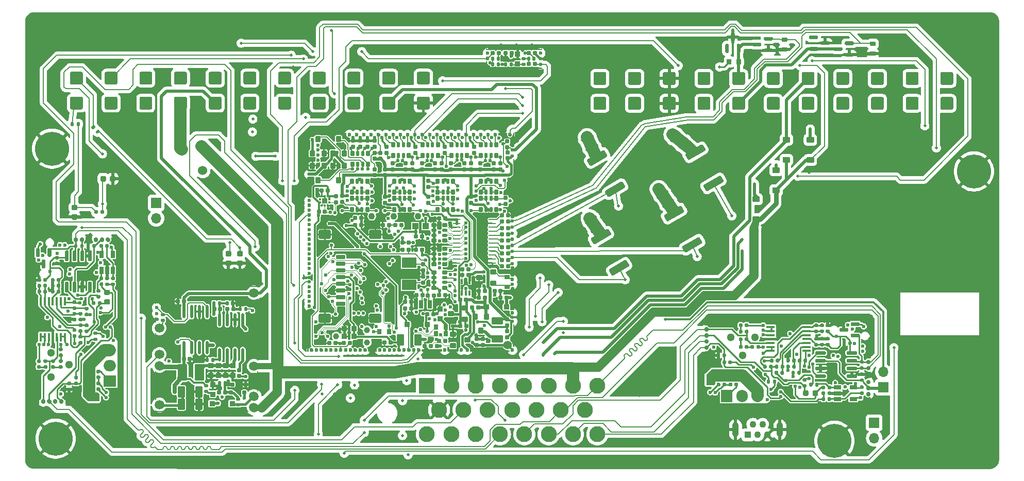
<source format=gbl>
G75*
G70*
%OFA0B0*%
%FSLAX25Y25*%
%IPPOS*%
%LPD*%
%AMOC8*
5,1,8,0,0,1.08239X$1,22.5*
%
%AMM12*
21,1,0.019680,0.019680,0.000000,0.000000,0.000000*
21,1,0.015750,0.023620,0.000000,0.000000,0.000000*
1,1,0.003940,0.007870,-0.009840*
1,1,0.003940,-0.007870,-0.009840*
1,1,0.003940,-0.007870,0.009840*
1,1,0.003940,0.007870,0.009840*
%
%AMM13*
21,1,0.019680,0.019680,0.000000,0.000000,270.000000*
21,1,0.015750,0.023620,0.000000,0.000000,270.000000*
1,1,0.003940,-0.009840,-0.007870*
1,1,0.003940,-0.009840,0.007870*
1,1,0.003940,0.009840,0.007870*
1,1,0.003940,0.009840,-0.007870*
%
%AMM134*
21,1,0.035830,0.026770,-0.000000,-0.000000,180.000000*
21,1,0.029130,0.033470,-0.000000,-0.000000,180.000000*
1,1,0.006690,-0.014570,0.013390*
1,1,0.006690,0.014570,0.013390*
1,1,0.006690,0.014570,-0.013390*
1,1,0.006690,-0.014570,-0.013390*
%
%AMM135*
21,1,0.070870,0.036220,-0.000000,-0.000000,270.000000*
21,1,0.061810,0.045280,-0.000000,-0.000000,270.000000*
1,1,0.009060,-0.018110,-0.030910*
1,1,0.009060,-0.018110,0.030910*
1,1,0.009060,0.018110,0.030910*
1,1,0.009060,0.018110,-0.030910*
%
%AMM136*
21,1,0.033470,0.026770,-0.000000,-0.000000,180.000000*
21,1,0.026770,0.033470,-0.000000,-0.000000,180.000000*
1,1,0.006690,-0.013390,0.013390*
1,1,0.006690,0.013390,0.013390*
1,1,0.006690,0.013390,-0.013390*
1,1,0.006690,-0.013390,-0.013390*
%
%AMM138*
21,1,0.023620,0.018900,-0.000000,-0.000000,270.000000*
21,1,0.018900,0.023620,-0.000000,-0.000000,270.000000*
1,1,0.004720,-0.009450,-0.009450*
1,1,0.004720,-0.009450,0.009450*
1,1,0.004720,0.009450,0.009450*
1,1,0.004720,0.009450,-0.009450*
%
%AMM139*
21,1,0.019680,0.019680,-0.000000,-0.000000,180.000000*
21,1,0.015750,0.023620,-0.000000,-0.000000,180.000000*
1,1,0.003940,-0.007870,0.009840*
1,1,0.003940,0.007870,0.009840*
1,1,0.003940,0.007870,-0.009840*
1,1,0.003940,-0.007870,-0.009840*
%
%AMM140*
21,1,0.019680,0.019680,-0.000000,-0.000000,90.000000*
21,1,0.015750,0.023620,-0.000000,-0.000000,90.000000*
1,1,0.003940,0.009840,0.007870*
1,1,0.003940,0.009840,-0.007870*
1,1,0.003940,-0.009840,-0.007870*
1,1,0.003940,-0.009840,0.007870*
%
%AMM154*
21,1,0.106300,0.050390,-0.000000,-0.000000,270.000000*
21,1,0.093700,0.062990,-0.000000,-0.000000,270.000000*
1,1,0.012600,-0.025200,-0.046850*
1,1,0.012600,-0.025200,0.046850*
1,1,0.012600,0.025200,0.046850*
1,1,0.012600,0.025200,-0.046850*
%
%AMM155*
21,1,0.033470,0.026770,-0.000000,-0.000000,90.000000*
21,1,0.026770,0.033470,-0.000000,-0.000000,90.000000*
1,1,0.006690,0.013390,0.013390*
1,1,0.006690,0.013390,-0.013390*
1,1,0.006690,-0.013390,-0.013390*
1,1,0.006690,-0.013390,0.013390*
%
%AMM156*
21,1,0.023620,0.018900,-0.000000,-0.000000,0.000000*
21,1,0.018900,0.023620,-0.000000,-0.000000,0.000000*
1,1,0.004720,0.009450,-0.009450*
1,1,0.004720,-0.009450,-0.009450*
1,1,0.004720,-0.009450,0.009450*
1,1,0.004720,0.009450,0.009450*
%
%AMM157*
21,1,0.122050,0.075590,-0.000000,-0.000000,0.000000*
21,1,0.103150,0.094490,-0.000000,-0.000000,0.000000*
1,1,0.018900,0.051580,-0.037800*
1,1,0.018900,-0.051580,-0.037800*
1,1,0.018900,-0.051580,0.037800*
1,1,0.018900,0.051580,0.037800*
%
%AMM158*
21,1,0.118110,0.083460,-0.000000,-0.000000,180.000000*
21,1,0.097240,0.104330,-0.000000,-0.000000,180.000000*
1,1,0.020870,-0.048620,0.041730*
1,1,0.020870,0.048620,0.041730*
1,1,0.020870,0.048620,-0.041730*
1,1,0.020870,-0.048620,-0.041730*
%
%AMM219*
21,1,0.025590,0.026380,-0.000000,-0.000000,90.000000*
21,1,0.020470,0.031500,-0.000000,-0.000000,90.000000*
1,1,0.005120,0.013190,0.010240*
1,1,0.005120,0.013190,-0.010240*
1,1,0.005120,-0.013190,-0.010240*
1,1,0.005120,-0.013190,0.010240*
%
%AMM220*
21,1,0.017720,0.027950,-0.000000,-0.000000,90.000000*
21,1,0.014170,0.031500,-0.000000,-0.000000,90.000000*
1,1,0.003540,0.013980,0.007090*
1,1,0.003540,0.013980,-0.007090*
1,1,0.003540,-0.013980,-0.007090*
1,1,0.003540,-0.013980,0.007090*
%
%AMM223*
21,1,0.027560,0.018900,-0.000000,-0.000000,270.000000*
21,1,0.022840,0.023620,-0.000000,-0.000000,270.000000*
1,1,0.004720,-0.009450,-0.011420*
1,1,0.004720,-0.009450,0.011420*
1,1,0.004720,0.009450,0.011420*
1,1,0.004720,0.009450,-0.011420*
%
%AMM225*
21,1,0.027560,0.018900,-0.000000,-0.000000,0.000000*
21,1,0.022840,0.023620,-0.000000,-0.000000,0.000000*
1,1,0.004720,0.011420,-0.009450*
1,1,0.004720,-0.011420,-0.009450*
1,1,0.004720,-0.011420,0.009450*
1,1,0.004720,0.011420,0.009450*
%
%AMM227*
21,1,0.035430,0.030320,-0.000000,-0.000000,90.000000*
21,1,0.028350,0.037400,-0.000000,-0.000000,90.000000*
1,1,0.007090,0.015160,0.014170*
1,1,0.007090,0.015160,-0.014170*
1,1,0.007090,-0.015160,-0.014170*
1,1,0.007090,-0.015160,0.014170*
%
%AMM230*
21,1,0.027560,0.030710,-0.000000,-0.000000,180.000000*
21,1,0.022050,0.036220,-0.000000,-0.000000,180.000000*
1,1,0.005510,-0.011020,0.015350*
1,1,0.005510,0.011020,0.015350*
1,1,0.005510,0.011020,-0.015350*
1,1,0.005510,-0.011020,-0.015350*
%
%AMM251*
21,1,0.033470,0.026770,-0.000000,-0.000000,270.000000*
21,1,0.026770,0.033470,-0.000000,-0.000000,270.000000*
1,1,0.006690,-0.013390,-0.013390*
1,1,0.006690,-0.013390,0.013390*
1,1,0.006690,0.013390,0.013390*
1,1,0.006690,0.013390,-0.013390*
%
%AMM252*
21,1,0.025590,0.026380,-0.000000,-0.000000,180.000000*
21,1,0.020470,0.031500,-0.000000,-0.000000,180.000000*
1,1,0.005120,-0.010240,0.013190*
1,1,0.005120,0.010240,0.013190*
1,1,0.005120,0.010240,-0.013190*
1,1,0.005120,-0.010240,-0.013190*
%
%AMM253*
21,1,0.017720,0.027950,-0.000000,-0.000000,180.000000*
21,1,0.014170,0.031500,-0.000000,-0.000000,180.000000*
1,1,0.003540,-0.007090,0.013980*
1,1,0.003540,0.007090,0.013980*
1,1,0.003540,0.007090,-0.013980*
1,1,0.003540,-0.007090,-0.013980*
%
%AMM254*
21,1,0.078740,0.045670,-0.000000,-0.000000,0.000000*
21,1,0.067320,0.057090,-0.000000,-0.000000,0.000000*
1,1,0.011420,0.033660,-0.022840*
1,1,0.011420,-0.033660,-0.022840*
1,1,0.011420,-0.033660,0.022840*
1,1,0.011420,0.033660,0.022840*
%
%AMM255*
21,1,0.059060,0.020470,-0.000000,-0.000000,0.000000*
21,1,0.053940,0.025590,-0.000000,-0.000000,0.000000*
1,1,0.005120,0.026970,-0.010240*
1,1,0.005120,-0.026970,-0.010240*
1,1,0.005120,-0.026970,0.010240*
1,1,0.005120,0.026970,0.010240*
%
%AMM256*
21,1,0.035430,0.030320,-0.000000,-0.000000,0.000000*
21,1,0.028350,0.037400,-0.000000,-0.000000,0.000000*
1,1,0.007090,0.014170,-0.015160*
1,1,0.007090,-0.014170,-0.015160*
1,1,0.007090,-0.014170,0.015160*
1,1,0.007090,0.014170,0.015160*
%
%AMM257*
21,1,0.012600,0.028980,-0.000000,-0.000000,0.000000*
21,1,0.010080,0.031500,-0.000000,-0.000000,0.000000*
1,1,0.002520,0.005040,-0.014490*
1,1,0.002520,-0.005040,-0.014490*
1,1,0.002520,-0.005040,0.014490*
1,1,0.002520,0.005040,0.014490*
%
%AMM258*
21,1,0.070870,0.036220,-0.000000,-0.000000,180.000000*
21,1,0.061810,0.045280,-0.000000,-0.000000,180.000000*
1,1,0.009060,-0.030910,0.018110*
1,1,0.009060,0.030910,0.018110*
1,1,0.009060,0.030910,-0.018110*
1,1,0.009060,-0.030910,-0.018110*
%
%AMM259*
21,1,0.027560,0.049610,-0.000000,-0.000000,180.000000*
21,1,0.022050,0.055120,-0.000000,-0.000000,180.000000*
1,1,0.005510,-0.011020,0.024800*
1,1,0.005510,0.011020,0.024800*
1,1,0.005510,0.011020,-0.024800*
1,1,0.005510,-0.011020,-0.024800*
%
%AMM260*
21,1,0.027560,0.030710,-0.000000,-0.000000,270.000000*
21,1,0.022050,0.036220,-0.000000,-0.000000,270.000000*
1,1,0.005510,-0.015350,-0.011020*
1,1,0.005510,-0.015350,0.011020*
1,1,0.005510,0.015350,0.011020*
1,1,0.005510,0.015350,-0.011020*
%
%AMM28*
21,1,0.033470,0.026770,0.000000,0.000000,270.000000*
21,1,0.026770,0.033470,0.000000,0.000000,270.000000*
1,1,0.006690,-0.013390,-0.013390*
1,1,0.006690,-0.013390,0.013390*
1,1,0.006690,0.013390,0.013390*
1,1,0.006690,0.013390,-0.013390*
%
%AMM29*
21,1,0.023620,0.018900,0.000000,0.000000,180.000000*
21,1,0.018900,0.023620,0.000000,0.000000,180.000000*
1,1,0.004720,-0.009450,0.009450*
1,1,0.004720,0.009450,0.009450*
1,1,0.004720,0.009450,-0.009450*
1,1,0.004720,-0.009450,-0.009450*
%
%ADD10C,0.00787*%
%ADD106M12*%
%ADD107M13*%
%ADD108O,0.00787X0.40158*%
%ADD11C,0.07874*%
%ADD125M28*%
%ADD126M29*%
%ADD127O,0.01968X0.08661*%
%ADD139C,0.05118*%
%ADD14C,0.22047*%
%ADD143R,0.07500X0.07874*%
%ADD144O,0.07500X0.07874*%
%ADD145C,0.03900*%
%ADD147R,0.05709X0.01772*%
%ADD148R,0.04803X0.02559*%
%ADD15C,0.03937*%
%ADD16C,0.02362*%
%ADD17O,0.00787X0.04823*%
%ADD172C,0.01260*%
%ADD173C,0.05512*%
%ADD18O,0.36614X0.00787*%
%ADD19R,0.06693X0.06693*%
%ADD20O,0.06693X0.06693*%
%ADD207R,0.01378X0.01476*%
%ADD208R,0.01968X0.01968*%
%ADD21C,0.02756*%
%ADD210O,0.04961X0.00984*%
%ADD212R,0.09449X0.06693*%
%ADD213R,0.01476X0.01378*%
%ADD215R,0.03937X0.04331*%
%ADD24R,0.04331X0.00984*%
%ADD25R,0.03858X0.00984*%
%ADD27R,0.00984X1.08661*%
%ADD288M134*%
%ADD289M135*%
%ADD29R,0.03740X0.00984*%
%ADD290M136*%
%ADD292M138*%
%ADD293M139*%
%ADD294M140*%
%ADD30C,0.05906*%
%ADD308M154*%
%ADD309M155*%
%ADD31O,0.00787X0.12992*%
%ADD310M156*%
%ADD311M157*%
%ADD312M158*%
%ADD32O,0.00787X0.40157*%
%ADD320R,0.07874X0.07500*%
%ADD321O,0.07874X0.07500*%
%ADD323R,0.01772X0.05709*%
%ADD324R,0.02559X0.04803*%
%ADD33O,0.00787X0.01181*%
%ADD34O,0.66929X0.00787*%
%ADD35O,0.60630X0.00787*%
%ADD36O,0.00787X0.18898*%
%ADD37O,0.00787X0.10236*%
%ADD38O,0.00787X0.03937*%
%ADD39O,0.00787X0.05906*%
%ADD40R,0.10335X0.10335*%
%ADD400M219*%
%ADD401M220*%
%ADD404M223*%
%ADD406M225*%
%ADD408M227*%
%ADD41C,0.10335*%
%ADD411M230*%
%ADD42R,0.04331X0.04331*%
%ADD43C,0.04331*%
%ADD432M251*%
%ADD433M252*%
%ADD434M253*%
%ADD435M254*%
%ADD436M255*%
%ADD437M256*%
%ADD438M257*%
%ADD439M258*%
%ADD44O,0.04331X0.09449*%
%ADD440M259*%
%ADD441M260*%
%ADD45C,0.06000*%
%ADD46R,0.00787X0.14567*%
%ADD47R,0.00787X0.01575*%
%ADD48R,0.00787X0.06299*%
%ADD49R,0.00787X0.38189*%
%ADD50R,0.00787X0.09055*%
%ADD51R,0.05512X0.00787*%
%ADD52R,0.25197X0.00787*%
%ADD53R,0.06693X0.00787*%
%ADD54R,0.12992X0.00787*%
%ADD55R,0.00787X0.27559*%
%ADD56R,0.00787X0.12992*%
%ADD57R,0.00787X0.24803*%
%ADD60R,0.00984X0.04331*%
%ADD61R,0.00984X0.03858*%
%ADD63R,1.08661X0.00984*%
%ADD65R,0.00984X0.03740*%
%ADD66C,0.01969*%
%ADD67C,0.01181*%
%ADD68C,0.03150*%
%ADD69C,0.00984*%
%ADD75C,0.00591*%
%ADD76C,0.00492*%
%ADD88C,0.00000*%
%ADD89R,0.24803X0.00984*%
%ADD90R,0.34449X0.00984*%
%ADD91R,0.00984X0.24803*%
%ADD92R,0.00984X0.34449*%
%ADD93C,0.01968*%
%ADD94C,0.01575*%
X0000000Y0000000D02*
%LPD*%
G01*
G36*
X0180799Y0124572D02*
G01*
X0182642Y0124572D01*
X0182642Y0122997D01*
X0180799Y0122997D01*
X0180799Y0124572D01*
G37*
G36*
X0166252Y0067795D02*
G01*
X0167189Y0067795D01*
X0167189Y0065362D01*
X0166252Y0065362D01*
X0166252Y0067795D01*
G37*
D88*
G36*
X0474313Y0155126D02*
G01*
X0468558Y0156042D01*
X0470612Y0160108D01*
X0475319Y0160152D01*
X0474313Y0155126D01*
G37*
G36*
X0315706Y0099000D02*
G01*
X0318061Y0099000D01*
X0318061Y0097423D01*
X0315706Y0097423D01*
X0315706Y0099000D01*
G37*
G36*
X0165465Y0060244D02*
G01*
X0168614Y0060244D01*
X0168614Y0058669D01*
X0165465Y0058669D01*
X0165465Y0060244D01*
G37*
G36*
X0165859Y0066543D02*
G01*
X0168614Y0066543D01*
X0168614Y0065756D01*
X0165859Y0065756D01*
X0165859Y0066543D01*
G37*
D10*
X0031677Y0236667D02*
X0030410Y0223157D01*
D14*
X0019768Y0019563D03*
X0613803Y0192547D03*
D16*
X0333477Y0269201D03*
D17*
X0298437Y0261425D03*
D18*
X0316351Y0271563D03*
X0316351Y0259358D03*
D16*
X0333477Y0265461D03*
X0333477Y0261721D03*
X0299225Y0265658D03*
X0299225Y0269201D03*
D19*
X0549272Y0029937D03*
D20*
X0549272Y0019937D03*
D19*
X0084847Y0172207D03*
D20*
X0084847Y0162207D03*
D21*
X0011772Y0043658D03*
X0023583Y0043658D03*
X0019646Y0043658D03*
X0015709Y0043658D03*
D24*
X0058426Y0149858D03*
D25*
X0041339Y0149858D03*
D89*
X0017874Y0149858D03*
D27*
X0060099Y0096020D03*
X0005965Y0096020D03*
D90*
X0043366Y0042181D03*
D29*
X0007343Y0042181D03*
D21*
X0049764Y0148347D03*
X0045827Y0148347D03*
X0032851Y0148347D03*
X0036851Y0148347D03*
X0053701Y0148347D03*
D30*
X0087048Y0041441D03*
X0087048Y0066638D03*
X0087048Y0074118D03*
X0087048Y0091047D03*
D16*
X0085276Y0100496D03*
X0085276Y0104433D03*
D31*
X0150630Y0056598D03*
D32*
X0150630Y0090063D03*
D33*
X0150630Y0118016D03*
D34*
X0117559Y0118213D03*
D35*
X0114410Y0037110D03*
D30*
X0087048Y0115654D03*
D33*
X0084489Y0037307D03*
D36*
X0084489Y0053843D03*
D37*
X0084489Y0082780D03*
D38*
X0084489Y0096559D03*
D39*
X0084489Y0109551D03*
D30*
X0148071Y0039669D03*
X0148071Y0046953D03*
X0148071Y0066441D03*
X0148071Y0113882D03*
D40*
X0259953Y0053894D03*
D41*
X0275701Y0053894D03*
X0291449Y0053894D03*
X0307197Y0053894D03*
X0322945Y0053894D03*
X0338693Y0053894D03*
X0354441Y0053894D03*
X0370189Y0053894D03*
X0267827Y0038146D03*
X0283575Y0038146D03*
X0299323Y0038146D03*
X0315071Y0038146D03*
X0330819Y0038146D03*
X0346567Y0038146D03*
X0362315Y0038146D03*
X0259953Y0022398D03*
X0275701Y0022398D03*
X0291449Y0022398D03*
X0307197Y0022398D03*
X0322945Y0022398D03*
X0338693Y0022398D03*
X0354441Y0022398D03*
X0370189Y0022398D03*
D14*
X0017504Y0207284D03*
G36*
G01*
X0592111Y0233465D02*
X0592111Y0239764D01*
G75*
G02*
X0593095Y0240748I0000984J0000000D01*
G01*
X0599394Y0240748D01*
G75*
G02*
X0600378Y0239764I0000000J-000984D01*
G01*
X0600378Y0233465D01*
G75*
G02*
X0599394Y0232480I-000984J0000000D01*
G01*
X0593095Y0232480D01*
G75*
G02*
X0592111Y0233465I0000000J0000984D01*
G01*
G37*
G36*
G01*
X0569670Y0233465D02*
X0569670Y0239764D01*
G75*
G02*
X0570654Y0240748I0000984J0000000D01*
G01*
X0576953Y0240748D01*
G75*
G02*
X0577937Y0239764I0000000J-000984D01*
G01*
X0577937Y0233465D01*
G75*
G02*
X0576953Y0232480I-000984J0000000D01*
G01*
X0570654Y0232480D01*
G75*
G02*
X0569670Y0233465I0000000J0000984D01*
G01*
G37*
G36*
G01*
X0547229Y0233465D02*
X0547229Y0239764D01*
G75*
G02*
X0548213Y0240748I0000984J0000000D01*
G01*
X0554512Y0240748D01*
G75*
G02*
X0555496Y0239764I0000000J-000984D01*
G01*
X0555496Y0233465D01*
G75*
G02*
X0554512Y0232480I-000984J0000000D01*
G01*
X0548213Y0232480D01*
G75*
G02*
X0547229Y0233465I0000000J0000984D01*
G01*
G37*
G36*
G01*
X0524788Y0233465D02*
X0524788Y0239764D01*
G75*
G02*
X0525772Y0240748I0000984J0000000D01*
G01*
X0532071Y0240748D01*
G75*
G02*
X0533055Y0239764I0000000J-000984D01*
G01*
X0533055Y0233465D01*
G75*
G02*
X0532071Y0232480I-000984J0000000D01*
G01*
X0525772Y0232480D01*
G75*
G02*
X0524788Y0233465I0000000J0000984D01*
G01*
G37*
G36*
G01*
X0502347Y0233465D02*
X0502347Y0239764D01*
G75*
G02*
X0503331Y0240748I0000984J0000000D01*
G01*
X0509630Y0240748D01*
G75*
G02*
X0510614Y0239764I0000000J-000984D01*
G01*
X0510614Y0233465D01*
G75*
G02*
X0509630Y0232480I-000984J0000000D01*
G01*
X0503331Y0232480D01*
G75*
G02*
X0502347Y0233465I0000000J0000984D01*
G01*
G37*
G36*
G01*
X0479906Y0233465D02*
X0479906Y0239764D01*
G75*
G02*
X0480890Y0240748I0000984J0000000D01*
G01*
X0487189Y0240748D01*
G75*
G02*
X0488174Y0239764I0000000J-000984D01*
G01*
X0488174Y0233465D01*
G75*
G02*
X0487189Y0232480I-000984J0000000D01*
G01*
X0480890Y0232480D01*
G75*
G02*
X0479906Y0233465I0000000J0000984D01*
G01*
G37*
G36*
G01*
X0457465Y0233465D02*
X0457465Y0239764D01*
G75*
G02*
X0458449Y0240748I0000984J0000000D01*
G01*
X0464748Y0240748D01*
G75*
G02*
X0465733Y0239764I0000000J-000984D01*
G01*
X0465733Y0233465D01*
G75*
G02*
X0464748Y0232480I-000984J0000000D01*
G01*
X0458449Y0232480D01*
G75*
G02*
X0457465Y0233465I0000000J0000984D01*
G01*
G37*
G36*
G01*
X0435024Y0233465D02*
X0435024Y0239764D01*
G75*
G02*
X0436008Y0240748I0000984J0000000D01*
G01*
X0442307Y0240748D01*
G75*
G02*
X0443292Y0239764I0000000J-000984D01*
G01*
X0443292Y0233465D01*
G75*
G02*
X0442307Y0232480I-000984J0000000D01*
G01*
X0436008Y0232480D01*
G75*
G02*
X0435024Y0233465I0000000J0000984D01*
G01*
G37*
G36*
G01*
X0412583Y0233465D02*
X0412583Y0239764D01*
G75*
G02*
X0413567Y0240748I0000984J0000000D01*
G01*
X0419866Y0240748D01*
G75*
G02*
X0420851Y0239764I0000000J-000984D01*
G01*
X0420851Y0233465D01*
G75*
G02*
X0419866Y0232480I-000984J0000000D01*
G01*
X0413567Y0232480D01*
G75*
G02*
X0412583Y0233465I0000000J0000984D01*
G01*
G37*
G36*
G01*
X0390142Y0233465D02*
X0390142Y0239764D01*
G75*
G02*
X0391126Y0240748I0000984J0000000D01*
G01*
X0397426Y0240748D01*
G75*
G02*
X0398410Y0239764I0000000J-000984D01*
G01*
X0398410Y0233465D01*
G75*
G02*
X0397426Y0232480I-000984J0000000D01*
G01*
X0391126Y0232480D01*
G75*
G02*
X0390142Y0233465I0000000J0000984D01*
G01*
G37*
G36*
G01*
X0367701Y0233465D02*
X0367701Y0239764D01*
G75*
G02*
X0368685Y0240748I0000984J0000000D01*
G01*
X0374985Y0240748D01*
G75*
G02*
X0375969Y0239764I0000000J-000984D01*
G01*
X0375969Y0233465D01*
G75*
G02*
X0374985Y0232480I-000984J0000000D01*
G01*
X0368685Y0232480D01*
G75*
G02*
X0367701Y0233465I0000000J0000984D01*
G01*
G37*
G36*
G01*
X0592111Y0249606D02*
X0592111Y0255906D01*
G75*
G02*
X0593095Y0256890I0000984J0000000D01*
G01*
X0599394Y0256890D01*
G75*
G02*
X0600378Y0255906I0000000J-000984D01*
G01*
X0600378Y0249606D01*
G75*
G02*
X0599394Y0248622I-000984J0000000D01*
G01*
X0593095Y0248622D01*
G75*
G02*
X0592111Y0249606I0000000J0000984D01*
G01*
G37*
G36*
G01*
X0569670Y0249606D02*
X0569670Y0255906D01*
G75*
G02*
X0570654Y0256890I0000984J0000000D01*
G01*
X0576953Y0256890D01*
G75*
G02*
X0577937Y0255906I0000000J-000984D01*
G01*
X0577937Y0249606D01*
G75*
G02*
X0576953Y0248622I-000984J0000000D01*
G01*
X0570654Y0248622D01*
G75*
G02*
X0569670Y0249606I0000000J0000984D01*
G01*
G37*
G36*
G01*
X0547229Y0249606D02*
X0547229Y0255906D01*
G75*
G02*
X0548213Y0256890I0000984J0000000D01*
G01*
X0554512Y0256890D01*
G75*
G02*
X0555496Y0255906I0000000J-000984D01*
G01*
X0555496Y0249606D01*
G75*
G02*
X0554512Y0248622I-000984J0000000D01*
G01*
X0548213Y0248622D01*
G75*
G02*
X0547229Y0249606I0000000J0000984D01*
G01*
G37*
G36*
G01*
X0524788Y0249606D02*
X0524788Y0255906D01*
G75*
G02*
X0525772Y0256890I0000984J0000000D01*
G01*
X0532071Y0256890D01*
G75*
G02*
X0533055Y0255906I0000000J-000984D01*
G01*
X0533055Y0249606D01*
G75*
G02*
X0532071Y0248622I-000984J0000000D01*
G01*
X0525772Y0248622D01*
G75*
G02*
X0524788Y0249606I0000000J0000984D01*
G01*
G37*
G36*
G01*
X0502347Y0249606D02*
X0502347Y0255906D01*
G75*
G02*
X0503331Y0256890I0000984J0000000D01*
G01*
X0509630Y0256890D01*
G75*
G02*
X0510614Y0255906I0000000J-000984D01*
G01*
X0510614Y0249606D01*
G75*
G02*
X0509630Y0248622I-000984J0000000D01*
G01*
X0503331Y0248622D01*
G75*
G02*
X0502347Y0249606I0000000J0000984D01*
G01*
G37*
G36*
G01*
X0479906Y0249606D02*
X0479906Y0255906D01*
G75*
G02*
X0480890Y0256890I0000984J0000000D01*
G01*
X0487189Y0256890D01*
G75*
G02*
X0488174Y0255906I0000000J-000984D01*
G01*
X0488174Y0249606D01*
G75*
G02*
X0487189Y0248622I-000984J0000000D01*
G01*
X0480890Y0248622D01*
G75*
G02*
X0479906Y0249606I0000000J0000984D01*
G01*
G37*
G36*
G01*
X0457465Y0249606D02*
X0457465Y0255906D01*
G75*
G02*
X0458449Y0256890I0000984J0000000D01*
G01*
X0464748Y0256890D01*
G75*
G02*
X0465733Y0255906I0000000J-000984D01*
G01*
X0465733Y0249606D01*
G75*
G02*
X0464748Y0248622I-000984J0000000D01*
G01*
X0458449Y0248622D01*
G75*
G02*
X0457465Y0249606I0000000J0000984D01*
G01*
G37*
G36*
G01*
X0435024Y0249606D02*
X0435024Y0255906D01*
G75*
G02*
X0436008Y0256890I0000984J0000000D01*
G01*
X0442307Y0256890D01*
G75*
G02*
X0443292Y0255906I0000000J-000984D01*
G01*
X0443292Y0249606D01*
G75*
G02*
X0442307Y0248622I-000984J0000000D01*
G01*
X0436008Y0248622D01*
G75*
G02*
X0435024Y0249606I0000000J0000984D01*
G01*
G37*
G36*
G01*
X0412583Y0249606D02*
X0412583Y0255906D01*
G75*
G02*
X0413567Y0256890I0000984J0000000D01*
G01*
X0419866Y0256890D01*
G75*
G02*
X0420851Y0255906I0000000J-000984D01*
G01*
X0420851Y0249606D01*
G75*
G02*
X0419866Y0248622I-000984J0000000D01*
G01*
X0413567Y0248622D01*
G75*
G02*
X0412583Y0249606I0000000J0000984D01*
G01*
G37*
G36*
G01*
X0390142Y0249606D02*
X0390142Y0255906D01*
G75*
G02*
X0391126Y0256890I0000984J0000000D01*
G01*
X0397426Y0256890D01*
G75*
G02*
X0398410Y0255906I0000000J-000984D01*
G01*
X0398410Y0249606D01*
G75*
G02*
X0397426Y0248622I-000984J0000000D01*
G01*
X0391126Y0248622D01*
G75*
G02*
X0390142Y0249606I0000000J0000984D01*
G01*
G37*
G36*
G01*
X0367701Y0249606D02*
X0367701Y0255906D01*
G75*
G02*
X0368685Y0256890I0000984J0000000D01*
G01*
X0374985Y0256890D01*
G75*
G02*
X0375969Y0255906I0000000J-000984D01*
G01*
X0375969Y0249606D01*
G75*
G02*
X0374985Y0248622I-000984J0000000D01*
G01*
X0368685Y0248622D01*
G75*
G02*
X0367701Y0249606I0000000J0000984D01*
G01*
G37*
G36*
G01*
X0253528Y0233661D02*
X0253528Y0239961D01*
G75*
G02*
X0254512Y0240945I0000984J0000000D01*
G01*
X0260811Y0240945D01*
G75*
G02*
X0261796Y0239961I0000000J-000984D01*
G01*
X0261796Y0233661D01*
G75*
G02*
X0260811Y0232677I-000984J0000000D01*
G01*
X0254512Y0232677D01*
G75*
G02*
X0253528Y0233661I0000000J0000984D01*
G01*
G37*
G36*
G01*
X0231087Y0233661D02*
X0231087Y0239961D01*
G75*
G02*
X0232071Y0240945I0000984J0000000D01*
G01*
X0238370Y0240945D01*
G75*
G02*
X0239355Y0239961I0000000J-000984D01*
G01*
X0239355Y0233661D01*
G75*
G02*
X0238370Y0232677I-000984J0000000D01*
G01*
X0232071Y0232677D01*
G75*
G02*
X0231087Y0233661I0000000J0000984D01*
G01*
G37*
G36*
G01*
X0208646Y0233661D02*
X0208646Y0239961D01*
G75*
G02*
X0209630Y0240945I0000984J0000000D01*
G01*
X0215929Y0240945D01*
G75*
G02*
X0216914Y0239961I0000000J-000984D01*
G01*
X0216914Y0233661D01*
G75*
G02*
X0215929Y0232677I-000984J0000000D01*
G01*
X0209630Y0232677D01*
G75*
G02*
X0208646Y0233661I0000000J0000984D01*
G01*
G37*
G36*
G01*
X0186205Y0233661D02*
X0186205Y0239961D01*
G75*
G02*
X0187189Y0240945I0000984J0000000D01*
G01*
X0193489Y0240945D01*
G75*
G02*
X0194473Y0239961I0000000J-000984D01*
G01*
X0194473Y0233661D01*
G75*
G02*
X0193489Y0232677I-000984J0000000D01*
G01*
X0187189Y0232677D01*
G75*
G02*
X0186205Y0233661I0000000J0000984D01*
G01*
G37*
G36*
G01*
X0163764Y0233661D02*
X0163764Y0239961D01*
G75*
G02*
X0164748Y0240945I0000984J0000000D01*
G01*
X0171048Y0240945D01*
G75*
G02*
X0172032Y0239961I0000000J-000984D01*
G01*
X0172032Y0233661D01*
G75*
G02*
X0171048Y0232677I-000984J0000000D01*
G01*
X0164748Y0232677D01*
G75*
G02*
X0163764Y0233661I0000000J0000984D01*
G01*
G37*
G36*
G01*
X0141323Y0233661D02*
X0141323Y0239961D01*
G75*
G02*
X0142307Y0240945I0000984J0000000D01*
G01*
X0148607Y0240945D01*
G75*
G02*
X0149591Y0239961I0000000J-000984D01*
G01*
X0149591Y0233661D01*
G75*
G02*
X0148607Y0232677I-000984J0000000D01*
G01*
X0142307Y0232677D01*
G75*
G02*
X0141323Y0233661I0000000J0000984D01*
G01*
G37*
G36*
G01*
X0118882Y0233661D02*
X0118882Y0239961D01*
G75*
G02*
X0119866Y0240945I0000984J0000000D01*
G01*
X0126166Y0240945D01*
G75*
G02*
X0127150Y0239961I0000000J-000984D01*
G01*
X0127150Y0233661D01*
G75*
G02*
X0126166Y0232677I-000984J0000000D01*
G01*
X0119866Y0232677D01*
G75*
G02*
X0118882Y0233661I0000000J0000984D01*
G01*
G37*
G36*
G01*
X0096441Y0233661D02*
X0096441Y0239961D01*
G75*
G02*
X0097426Y0240945I0000984J0000000D01*
G01*
X0103725Y0240945D01*
G75*
G02*
X0104709Y0239961I0000000J-000984D01*
G01*
X0104709Y0233661D01*
G75*
G02*
X0103725Y0232677I-000984J0000000D01*
G01*
X0097426Y0232677D01*
G75*
G02*
X0096441Y0233661I0000000J0000984D01*
G01*
G37*
G36*
G01*
X0074000Y0233661D02*
X0074000Y0239961D01*
G75*
G02*
X0074985Y0240945I0000984J0000000D01*
G01*
X0081284Y0240945D01*
G75*
G02*
X0082268Y0239961I0000000J-000984D01*
G01*
X0082268Y0233661D01*
G75*
G02*
X0081284Y0232677I-000984J0000000D01*
G01*
X0074985Y0232677D01*
G75*
G02*
X0074000Y0233661I0000000J0000984D01*
G01*
G37*
G36*
G01*
X0051559Y0233661D02*
X0051559Y0239961D01*
G75*
G02*
X0052544Y0240945I0000984J0000000D01*
G01*
X0058843Y0240945D01*
G75*
G02*
X0059827Y0239961I0000000J-000984D01*
G01*
X0059827Y0233661D01*
G75*
G02*
X0058843Y0232677I-000984J0000000D01*
G01*
X0052544Y0232677D01*
G75*
G02*
X0051559Y0233661I0000000J0000984D01*
G01*
G37*
G36*
G01*
X0029118Y0233661D02*
X0029118Y0239961D01*
G75*
G02*
X0030103Y0240945I0000984J0000000D01*
G01*
X0036402Y0240945D01*
G75*
G02*
X0037386Y0239961I0000000J-000984D01*
G01*
X0037386Y0233661D01*
G75*
G02*
X0036402Y0232677I-000984J0000000D01*
G01*
X0030103Y0232677D01*
G75*
G02*
X0029118Y0233661I0000000J0000984D01*
G01*
G37*
G36*
G01*
X0253528Y0249803D02*
X0253528Y0256102D01*
G75*
G02*
X0254512Y0257087I0000984J0000000D01*
G01*
X0260811Y0257087D01*
G75*
G02*
X0261796Y0256102I0000000J-000984D01*
G01*
X0261796Y0249803D01*
G75*
G02*
X0260811Y0248819I-000984J0000000D01*
G01*
X0254512Y0248819D01*
G75*
G02*
X0253528Y0249803I0000000J0000984D01*
G01*
G37*
G36*
G01*
X0231087Y0249803D02*
X0231087Y0256102D01*
G75*
G02*
X0232071Y0257087I0000984J0000000D01*
G01*
X0238370Y0257087D01*
G75*
G02*
X0239355Y0256102I0000000J-000984D01*
G01*
X0239355Y0249803D01*
G75*
G02*
X0238370Y0248819I-000984J0000000D01*
G01*
X0232071Y0248819D01*
G75*
G02*
X0231087Y0249803I0000000J0000984D01*
G01*
G37*
G36*
G01*
X0208646Y0249803D02*
X0208646Y0256102D01*
G75*
G02*
X0209630Y0257087I0000984J0000000D01*
G01*
X0215929Y0257087D01*
G75*
G02*
X0216914Y0256102I0000000J-000984D01*
G01*
X0216914Y0249803D01*
G75*
G02*
X0215929Y0248819I-000984J0000000D01*
G01*
X0209630Y0248819D01*
G75*
G02*
X0208646Y0249803I0000000J0000984D01*
G01*
G37*
G36*
G01*
X0186205Y0249803D02*
X0186205Y0256102D01*
G75*
G02*
X0187189Y0257087I0000984J0000000D01*
G01*
X0193489Y0257087D01*
G75*
G02*
X0194473Y0256102I0000000J-000984D01*
G01*
X0194473Y0249803D01*
G75*
G02*
X0193489Y0248819I-000984J0000000D01*
G01*
X0187189Y0248819D01*
G75*
G02*
X0186205Y0249803I0000000J0000984D01*
G01*
G37*
G36*
G01*
X0163764Y0249803D02*
X0163764Y0256102D01*
G75*
G02*
X0164748Y0257087I0000984J0000000D01*
G01*
X0171048Y0257087D01*
G75*
G02*
X0172032Y0256102I0000000J-000984D01*
G01*
X0172032Y0249803D01*
G75*
G02*
X0171048Y0248819I-000984J0000000D01*
G01*
X0164748Y0248819D01*
G75*
G02*
X0163764Y0249803I0000000J0000984D01*
G01*
G37*
G36*
G01*
X0141323Y0249803D02*
X0141323Y0256102D01*
G75*
G02*
X0142307Y0257087I0000984J0000000D01*
G01*
X0148607Y0257087D01*
G75*
G02*
X0149591Y0256102I0000000J-000984D01*
G01*
X0149591Y0249803D01*
G75*
G02*
X0148607Y0248819I-000984J0000000D01*
G01*
X0142307Y0248819D01*
G75*
G02*
X0141323Y0249803I0000000J0000984D01*
G01*
G37*
G36*
G01*
X0118882Y0249803D02*
X0118882Y0256102D01*
G75*
G02*
X0119866Y0257087I0000984J0000000D01*
G01*
X0126166Y0257087D01*
G75*
G02*
X0127150Y0256102I0000000J-000984D01*
G01*
X0127150Y0249803D01*
G75*
G02*
X0126166Y0248819I-000984J0000000D01*
G01*
X0119866Y0248819D01*
G75*
G02*
X0118882Y0249803I0000000J0000984D01*
G01*
G37*
G36*
G01*
X0096441Y0249803D02*
X0096441Y0256102D01*
G75*
G02*
X0097426Y0257087I0000984J0000000D01*
G01*
X0103725Y0257087D01*
G75*
G02*
X0104709Y0256102I0000000J-000984D01*
G01*
X0104709Y0249803D01*
G75*
G02*
X0103725Y0248819I-000984J0000000D01*
G01*
X0097426Y0248819D01*
G75*
G02*
X0096441Y0249803I0000000J0000984D01*
G01*
G37*
G36*
G01*
X0074000Y0249803D02*
X0074000Y0256102D01*
G75*
G02*
X0074985Y0257087I0000984J0000000D01*
G01*
X0081284Y0257087D01*
G75*
G02*
X0082268Y0256102I0000000J-000984D01*
G01*
X0082268Y0249803D01*
G75*
G02*
X0081284Y0248819I-000984J0000000D01*
G01*
X0074985Y0248819D01*
G75*
G02*
X0074000Y0249803I0000000J0000984D01*
G01*
G37*
G36*
G01*
X0051559Y0249803D02*
X0051559Y0256102D01*
G75*
G02*
X0052544Y0257087I0000984J0000000D01*
G01*
X0058843Y0257087D01*
G75*
G02*
X0059827Y0256102I0000000J-000984D01*
G01*
X0059827Y0249803D01*
G75*
G02*
X0058843Y0248819I-000984J0000000D01*
G01*
X0052544Y0248819D01*
G75*
G02*
X0051559Y0249803I0000000J0000984D01*
G01*
G37*
G36*
G01*
X0029118Y0249803D02*
X0029118Y0256102D01*
G75*
G02*
X0030103Y0257087I0000984J0000000D01*
G01*
X0036402Y0257087D01*
G75*
G02*
X0037386Y0256102I0000000J-000984D01*
G01*
X0037386Y0249803D01*
G75*
G02*
X0036402Y0248819I-000984J0000000D01*
G01*
X0030103Y0248819D01*
G75*
G02*
X0029118Y0249803I0000000J0000984D01*
G01*
G37*
D19*
X0555083Y0052835D03*
D20*
X0555083Y0062835D03*
D14*
X0523548Y0018189D03*
D42*
X0467611Y0022032D03*
D43*
X0470760Y0028921D03*
X0473910Y0022032D03*
X0477059Y0028921D03*
X0480209Y0022032D03*
D44*
X0459540Y0025476D03*
X0488280Y0025476D03*
D45*
X0100546Y0222651D03*
X0114187Y0209010D03*
D16*
X0183811Y0190717D03*
X0183811Y0173787D03*
X0183811Y0170638D03*
X0183811Y0167488D03*
X0183811Y0164339D03*
X0183811Y0161189D03*
X0183811Y0158039D03*
X0183811Y0154890D03*
X0183811Y0151740D03*
X0183811Y0148591D03*
X0183811Y0145441D03*
X0183811Y0142291D03*
X0183811Y0139142D03*
X0183811Y0135992D03*
X0183811Y0132843D03*
X0183811Y0129693D03*
X0183811Y0126543D03*
X0183811Y0121032D03*
X0183811Y0117882D03*
X0183811Y0114732D03*
X0183811Y0111583D03*
X0183811Y0108433D03*
X0183811Y0105283D03*
D46*
X0316095Y0086189D03*
D47*
X0316095Y0098197D03*
D46*
X0316095Y0110205D03*
D48*
X0316095Y0127724D03*
D49*
X0316095Y0181465D03*
D50*
X0316095Y0212961D03*
D51*
X0309008Y0217095D03*
D52*
X0300741Y0076150D03*
D53*
X0276922Y0076150D03*
D54*
X0263142Y0076150D03*
D51*
X0224756Y0076150D03*
D52*
X0195229Y0217095D03*
D55*
X0183024Y0089535D03*
D47*
X0183024Y0123787D03*
D56*
X0183024Y0182252D03*
D57*
X0183024Y0205087D03*
D16*
X0185386Y0076937D03*
X0188536Y0076937D03*
X0191685Y0076937D03*
X0194835Y0076937D03*
X0197985Y0076937D03*
X0201134Y0076937D03*
X0204284Y0076937D03*
X0207433Y0076937D03*
X0210583Y0076937D03*
X0213733Y0076937D03*
X0216882Y0076937D03*
X0220032Y0076937D03*
X0229481Y0076937D03*
X0232630Y0076937D03*
X0235780Y0076937D03*
X0238929Y0076937D03*
X0242079Y0076937D03*
X0245229Y0076937D03*
X0248378Y0076937D03*
X0251528Y0076937D03*
X0254678Y0076937D03*
X0271607Y0076937D03*
X0282237Y0076937D03*
X0286174Y0076937D03*
X0315307Y0076937D03*
X0209796Y0216307D03*
X0214520Y0216307D03*
X0219244Y0216307D03*
X0223969Y0216307D03*
X0228693Y0216307D03*
X0233418Y0216307D03*
X0238142Y0216307D03*
X0242866Y0216307D03*
X0247591Y0216307D03*
X0252315Y0216307D03*
X0257040Y0216307D03*
X0261764Y0216307D03*
X0266489Y0216307D03*
X0271213Y0216307D03*
X0275937Y0216307D03*
X0280662Y0216307D03*
X0285386Y0216307D03*
X0290111Y0216307D03*
X0294835Y0216307D03*
X0299559Y0216307D03*
X0304284Y0216307D03*
X0313733Y0216307D03*
X0315307Y0206465D03*
X0315307Y0202528D03*
X0315307Y0160402D03*
X0315307Y0156465D03*
X0315307Y0152528D03*
X0315307Y0148591D03*
X0315307Y0144654D03*
X0315307Y0140717D03*
X0315307Y0136780D03*
X0315307Y0132843D03*
X0315307Y0122606D03*
X0315307Y0119457D03*
X0315307Y0100953D03*
X0315307Y0095441D03*
D45*
X0101357Y0206797D03*
X0114998Y0193156D03*
D21*
X0440752Y0090280D03*
X0440752Y0078469D03*
X0440752Y0082406D03*
X0440752Y0086343D03*
D60*
X0546953Y0043626D03*
D61*
X0546953Y0060713D03*
D91*
X0546953Y0084177D03*
D63*
X0493114Y0041953D03*
X0493114Y0096087D03*
D92*
X0439276Y0058685D03*
D65*
X0439276Y0094709D03*
D21*
X0545442Y0052287D03*
X0545442Y0056224D03*
X0545442Y0069201D03*
X0545442Y0065201D03*
X0545442Y0048350D03*
G36*
G01*
X0138023Y0141090D02*
X0139991Y0141090D01*
G75*
G02*
X0140877Y0140204I0000000J-000886D01*
G01*
X0140877Y0138432D01*
G75*
G02*
X0139991Y0137546I-000886J0000000D01*
G01*
X0138023Y0137546D01*
G75*
G02*
X0137137Y0138432I0000000J0000886D01*
G01*
X0137137Y0140204D01*
G75*
G02*
X0138023Y0141090I0000886J0000000D01*
G01*
G37*
G36*
G01*
X0138023Y0134987D02*
X0139991Y0134987D01*
G75*
G02*
X0140877Y0134101I0000000J-000886D01*
G01*
X0140877Y0132330D01*
G75*
G02*
X0139991Y0131444I-000886J0000000D01*
G01*
X0138023Y0131444D01*
G75*
G02*
X0137137Y0132330I0000000J0000886D01*
G01*
X0137137Y0134101D01*
G75*
G02*
X0138023Y0134987I0000886J0000000D01*
G01*
G37*
G36*
G01*
X0048831Y0186819D02*
X0048831Y0188787D01*
G75*
G02*
X0049717Y0189673I0000886J0000000D01*
G01*
X0051489Y0189673D01*
G75*
G02*
X0052374Y0188787I0000000J-000886D01*
G01*
X0052374Y0186819D01*
G75*
G02*
X0051489Y0185933I-000886J0000000D01*
G01*
X0049717Y0185933D01*
G75*
G02*
X0048831Y0186819I0000000J0000886D01*
G01*
G37*
G36*
G01*
X0054933Y0186819D02*
X0054933Y0188787D01*
G75*
G02*
X0055819Y0189673I0000886J0000000D01*
G01*
X0057591Y0189673D01*
G75*
G02*
X0058477Y0188787I0000000J-000886D01*
G01*
X0058477Y0186819D01*
G75*
G02*
X0057591Y0185933I-000886J0000000D01*
G01*
X0055819Y0185933D01*
G75*
G02*
X0054933Y0186819I0000000J0000886D01*
G01*
G37*
G36*
G01*
X0029406Y0222428D02*
X0029406Y0223885D01*
G75*
G02*
X0029938Y0224417I0000531J0000000D01*
G01*
X0031001Y0224417D01*
G75*
G02*
X0031532Y0223885I0000000J-000531D01*
G01*
X0031532Y0222428D01*
G75*
G02*
X0031001Y0221897I-000531J0000000D01*
G01*
X0029938Y0221897D01*
G75*
G02*
X0029406Y0222428I0000000J0000531D01*
G01*
G37*
G36*
G01*
X0033422Y0222428D02*
X0033422Y0223885D01*
G75*
G02*
X0033954Y0224417I0000531J0000000D01*
G01*
X0035017Y0224417D01*
G75*
G02*
X0035548Y0223885I0000000J-000531D01*
G01*
X0035548Y0222428D01*
G75*
G02*
X0035017Y0221897I-000531J0000000D01*
G01*
X0033954Y0221897D01*
G75*
G02*
X0033422Y0222428I0000000J0000531D01*
G01*
G37*
G36*
G01*
X0463048Y0265051D02*
X0463048Y0261980D01*
G75*
G02*
X0462772Y0261705I-000276J0000000D01*
G01*
X0460567Y0261705D01*
G75*
G02*
X0460292Y0261980I0000000J0000276D01*
G01*
X0460292Y0265051D01*
G75*
G02*
X0460567Y0265327I0000276J0000000D01*
G01*
X0462772Y0265327D01*
G75*
G02*
X0463048Y0265051I0000000J-000276D01*
G01*
G37*
G36*
G01*
X0456748Y0265051D02*
X0456748Y0261980D01*
G75*
G02*
X0456473Y0261705I-000276J0000000D01*
G01*
X0454268Y0261705D01*
G75*
G02*
X0453992Y0261980I0000000J0000276D01*
G01*
X0453992Y0265051D01*
G75*
G02*
X0454268Y0265327I0000276J0000000D01*
G01*
X0456473Y0265327D01*
G75*
G02*
X0456748Y0265051I0000000J-000276D01*
G01*
G37*
G36*
G01*
X0509992Y0198197D02*
X0505977Y0198197D01*
G75*
G02*
X0505622Y0198551I0000000J0000354D01*
G01*
X0505622Y0201386D01*
G75*
G02*
X0505977Y0201740I0000354J0000000D01*
G01*
X0509992Y0201740D01*
G75*
G02*
X0510347Y0201386I0000000J-000354D01*
G01*
X0510347Y0198551D01*
G75*
G02*
X0509992Y0198197I-000354J0000000D01*
G01*
G37*
G36*
G01*
X0509992Y0211189D02*
X0505977Y0211189D01*
G75*
G02*
X0505622Y0211543I0000000J0000354D01*
G01*
X0505622Y0214378D01*
G75*
G02*
X0505977Y0214732I0000354J0000000D01*
G01*
X0509992Y0214732D01*
G75*
G02*
X0510347Y0214378I0000000J-000354D01*
G01*
X0510347Y0211543D01*
G75*
G02*
X0509992Y0211189I-000354J0000000D01*
G01*
G37*
G36*
G01*
X0494461Y0198303D02*
X0490445Y0198303D01*
G75*
G02*
X0490091Y0198658I0000000J0000354D01*
G01*
X0490091Y0201492D01*
G75*
G02*
X0490445Y0201847I0000354J0000000D01*
G01*
X0494461Y0201847D01*
G75*
G02*
X0494815Y0201492I0000000J-000354D01*
G01*
X0494815Y0198658D01*
G75*
G02*
X0494461Y0198303I-000354J0000000D01*
G01*
G37*
G36*
G01*
X0494461Y0211295D02*
X0490445Y0211295D01*
G75*
G02*
X0490091Y0211650I0000000J0000354D01*
G01*
X0490091Y0214484D01*
G75*
G02*
X0490445Y0214839I0000354J0000000D01*
G01*
X0494461Y0214839D01*
G75*
G02*
X0494815Y0214484I0000000J-000354D01*
G01*
X0494815Y0211650D01*
G75*
G02*
X0494461Y0211295I-000354J0000000D01*
G01*
G37*
G36*
G01*
X0489658Y0279236D02*
X0492729Y0279236D01*
G75*
G02*
X0493005Y0278961I0000000J-000276D01*
G01*
X0493005Y0276756D01*
G75*
G02*
X0492729Y0276480I-000276J0000000D01*
G01*
X0489658Y0276480D01*
G75*
G02*
X0489382Y0276756I0000000J0000276D01*
G01*
X0489382Y0278961D01*
G75*
G02*
X0489658Y0279236I0000276J0000000D01*
G01*
G37*
G36*
G01*
X0489658Y0272937D02*
X0492729Y0272937D01*
G75*
G02*
X0493005Y0272661I0000000J-000276D01*
G01*
X0493005Y0270457D01*
G75*
G02*
X0492729Y0270181I-000276J0000000D01*
G01*
X0489658Y0270181D01*
G75*
G02*
X0489382Y0270457I0000000J0000276D01*
G01*
X0489382Y0272661D01*
G75*
G02*
X0489658Y0272937I0000276J0000000D01*
G01*
G37*
G36*
G01*
X0042951Y0221483D02*
X0043981Y0222513D01*
G75*
G02*
X0044732Y0222513I0000376J-000376D01*
G01*
X0045484Y0221762D01*
G75*
G02*
X0045484Y0221010I-000376J-000376D01*
G01*
X0044454Y0219980D01*
G75*
G02*
X0043702Y0219980I-000376J0000376D01*
G01*
X0042951Y0220732D01*
G75*
G02*
X0042951Y0221483I0000376J0000376D01*
G01*
G37*
G36*
G01*
X0045790Y0218644D02*
X0046820Y0219674D01*
G75*
G02*
X0047572Y0219674I0000376J-000376D01*
G01*
X0048324Y0218922D01*
G75*
G02*
X0048324Y0218170I-000376J-000376D01*
G01*
X0047294Y0217140D01*
G75*
G02*
X0046542Y0217140I-000376J0000376D01*
G01*
X0045790Y0217892D01*
G75*
G02*
X0045790Y0218644I0000376J0000376D01*
G01*
G37*
G36*
G01*
X0474953Y0159850D02*
X0470937Y0159850D01*
G75*
G02*
X0470583Y0160205I0000000J0000354D01*
G01*
X0470583Y0163039D01*
G75*
G02*
X0470937Y0163394I0000354J0000000D01*
G01*
X0474953Y0163394D01*
G75*
G02*
X0475307Y0163039I0000000J-000354D01*
G01*
X0475307Y0160205D01*
G75*
G02*
X0474953Y0159850I-000354J0000000D01*
G01*
G37*
G36*
G01*
X0474953Y0172843D02*
X0470937Y0172843D01*
G75*
G02*
X0470583Y0173197I0000000J0000354D01*
G01*
X0470583Y0176032D01*
G75*
G02*
X0470937Y0176386I0000354J0000000D01*
G01*
X0474953Y0176386D01*
G75*
G02*
X0475307Y0176032I0000000J-000354D01*
G01*
X0475307Y0173197D01*
G75*
G02*
X0474953Y0172843I-000354J0000000D01*
G01*
G37*
G36*
G01*
X0451377Y0185506D02*
X0441659Y0179896D01*
G75*
G02*
X0440315Y0180256I-000492J0000852D01*
G01*
X0438888Y0182728D01*
G75*
G02*
X0439248Y0184072I0000852J0000492D01*
G01*
X0448965Y0189682D01*
G75*
G02*
X0450310Y0189322I0000492J-000852D01*
G01*
X0451737Y0186850D01*
G75*
G02*
X0451377Y0185506I-000852J-000492D01*
G01*
G37*
G36*
G01*
X0439713Y0205707D02*
X0429996Y0200097D01*
G75*
G02*
X0428652Y0200457I-000492J0000852D01*
G01*
X0427224Y0202929D01*
G75*
G02*
X0427585Y0204274I0000852J0000492D01*
G01*
X0437302Y0209884D01*
G75*
G02*
X0438646Y0209524I0000492J-000852D01*
G01*
X0440074Y0207052D01*
G75*
G02*
X0439713Y0205707I-000852J-000492D01*
G01*
G37*
G36*
G01*
X0130622Y0141051D02*
X0132591Y0141051D01*
G75*
G02*
X0133477Y0140165I0000000J-000886D01*
G01*
X0133477Y0138394D01*
G75*
G02*
X0132591Y0137508I-000886J0000000D01*
G01*
X0130622Y0137508D01*
G75*
G02*
X0129737Y0138394I0000000J0000886D01*
G01*
X0129737Y0140165D01*
G75*
G02*
X0130622Y0141051I0000886J0000000D01*
G01*
G37*
G36*
G01*
X0130622Y0134949D02*
X0132591Y0134949D01*
G75*
G02*
X0133477Y0134063I0000000J-000886D01*
G01*
X0133477Y0132291D01*
G75*
G02*
X0132591Y0131406I-000886J0000000D01*
G01*
X0130622Y0131406D01*
G75*
G02*
X0129737Y0132291I0000000J0000886D01*
G01*
X0129737Y0134063D01*
G75*
G02*
X0130622Y0134949I0000886J0000000D01*
G01*
G37*
G36*
G01*
X0487752Y0178595D02*
X0483737Y0178595D01*
G75*
G02*
X0483382Y0178949I0000000J0000354D01*
G01*
X0483382Y0181784D01*
G75*
G02*
X0483737Y0182138I0000354J0000000D01*
G01*
X0487752Y0182138D01*
G75*
G02*
X0488107Y0181784I0000000J-000354D01*
G01*
X0488107Y0178949D01*
G75*
G02*
X0487752Y0178595I-000354J0000000D01*
G01*
G37*
G36*
G01*
X0487752Y0191587D02*
X0483737Y0191587D01*
G75*
G02*
X0483382Y0191941I0000000J0000354D01*
G01*
X0483382Y0194776D01*
G75*
G02*
X0483737Y0195130I0000354J0000000D01*
G01*
X0487752Y0195130D01*
G75*
G02*
X0488107Y0194776I0000000J-000354D01*
G01*
X0488107Y0191941D01*
G75*
G02*
X0487752Y0191587I-000354J0000000D01*
G01*
G37*
G36*
G01*
X0462174Y0269272D02*
X0460992Y0269272D01*
G75*
G02*
X0460402Y0269862I0000000J0000591D01*
G01*
X0460402Y0274488D01*
G75*
G02*
X0460992Y0275079I0000591J0000000D01*
G01*
X0462174Y0275079D01*
G75*
G02*
X0462764Y0274488I0000000J-000591D01*
G01*
X0462764Y0269862D01*
G75*
G02*
X0462174Y0269272I-000591J0000000D01*
G01*
G37*
G36*
G01*
X0458433Y0276654D02*
X0457252Y0276654D01*
G75*
G02*
X0456662Y0277244I0000000J0000591D01*
G01*
X0456662Y0281870D01*
G75*
G02*
X0457252Y0282461I0000591J0000000D01*
G01*
X0458433Y0282461D01*
G75*
G02*
X0459024Y0281870I0000000J-000591D01*
G01*
X0459024Y0277244D01*
G75*
G02*
X0458433Y0276654I-000591J0000000D01*
G01*
G37*
G36*
G01*
X0454693Y0269272D02*
X0453512Y0269272D01*
G75*
G02*
X0452922Y0269862I0000000J0000591D01*
G01*
X0452922Y0274488D01*
G75*
G02*
X0453512Y0275079I0000591J0000000D01*
G01*
X0454693Y0275079D01*
G75*
G02*
X0455284Y0274488I0000000J-000591D01*
G01*
X0455284Y0269862D01*
G75*
G02*
X0454693Y0269272I-000591J0000000D01*
G01*
G37*
G36*
G01*
X0546874Y0276583D02*
X0549945Y0276583D01*
G75*
G02*
X0550221Y0276307I0000000J-000276D01*
G01*
X0550221Y0274102D01*
G75*
G02*
X0549945Y0273827I-000276J0000000D01*
G01*
X0546874Y0273827D01*
G75*
G02*
X0546599Y0274102I0000000J0000276D01*
G01*
X0546599Y0276307D01*
G75*
G02*
X0546874Y0276583I0000276J0000000D01*
G01*
G37*
G36*
G01*
X0546874Y0270284D02*
X0549945Y0270284D01*
G75*
G02*
X0550221Y0270008I0000000J-000276D01*
G01*
X0550221Y0267803D01*
G75*
G02*
X0549945Y0267528I-000276J0000000D01*
G01*
X0546874Y0267528D01*
G75*
G02*
X0546599Y0267803I0000000J0000276D01*
G01*
X0546599Y0270008D01*
G75*
G02*
X0546874Y0270284I0000276J0000000D01*
G01*
G37*
G36*
G01*
X0387743Y0181754D02*
X0378026Y0176144D01*
G75*
G02*
X0376681Y0176504I-000492J0000852D01*
G01*
X0375254Y0178976D01*
G75*
G02*
X0375614Y0180320I0000852J0000492D01*
G01*
X0385331Y0185931D01*
G75*
G02*
X0386676Y0185570I0000492J-000852D01*
G01*
X0388103Y0183098D01*
G75*
G02*
X0387743Y0181754I-000852J-000492D01*
G01*
G37*
G36*
G01*
X0376079Y0201955D02*
X0366362Y0196345D01*
G75*
G02*
X0365018Y0196705I-000492J0000852D01*
G01*
X0363591Y0199177D01*
G75*
G02*
X0363951Y0200522I0000852J0000492D01*
G01*
X0373668Y0206132D01*
G75*
G02*
X0375012Y0205772I0000492J-000852D01*
G01*
X0376440Y0203300D01*
G75*
G02*
X0376079Y0201955I-000852J-000492D01*
G01*
G37*
G36*
G01*
X0390314Y0130856D02*
X0380596Y0125246D01*
G75*
G02*
X0379252Y0125606I-000492J0000852D01*
G01*
X0377825Y0128078D01*
G75*
G02*
X0378185Y0129423I0000852J0000492D01*
G01*
X0387902Y0135033D01*
G75*
G02*
X0389247Y0134673I0000492J-000852D01*
G01*
X0390674Y0132201D01*
G75*
G02*
X0390314Y0130856I-000852J-000492D01*
G01*
G37*
G36*
G01*
X0378650Y0151058D02*
X0368933Y0145448D01*
G75*
G02*
X0367589Y0145808I-000492J0000852D01*
G01*
X0366161Y0148280D01*
G75*
G02*
X0366522Y0149624I0000852J0000492D01*
G01*
X0376239Y0155234D01*
G75*
G02*
X0377583Y0154874I0000492J-000852D01*
G01*
X0379011Y0152402D01*
G75*
G02*
X0378650Y0151058I-000852J-000492D01*
G01*
G37*
G36*
G01*
X0483674Y0279039D02*
X0483674Y0277858D01*
G75*
G02*
X0483083Y0277268I-000591J0000000D01*
G01*
X0478457Y0277268D01*
G75*
G02*
X0477866Y0277858I0000000J0000591D01*
G01*
X0477866Y0279039D01*
G75*
G02*
X0478457Y0279630I0000591J0000000D01*
G01*
X0483083Y0279630D01*
G75*
G02*
X0483674Y0279039I0000000J-000591D01*
G01*
G37*
G36*
G01*
X0476292Y0275299D02*
X0476292Y0274118D01*
G75*
G02*
X0475701Y0273528I-000591J0000000D01*
G01*
X0471075Y0273528D01*
G75*
G02*
X0470485Y0274118I0000000J0000591D01*
G01*
X0470485Y0275299D01*
G75*
G02*
X0471075Y0275890I0000591J0000000D01*
G01*
X0475701Y0275890D01*
G75*
G02*
X0476292Y0275299I0000000J-000591D01*
G01*
G37*
G36*
G01*
X0483674Y0271559D02*
X0483674Y0270378D01*
G75*
G02*
X0483083Y0269787I-000591J0000000D01*
G01*
X0478457Y0269787D01*
G75*
G02*
X0477866Y0270378I0000000J0000591D01*
G01*
X0477866Y0271559D01*
G75*
G02*
X0478457Y0272150I0000591J0000000D01*
G01*
X0483083Y0272150D01*
G75*
G02*
X0483674Y0271559I0000000J-000591D01*
G01*
G37*
G36*
G01*
X0031016Y0170972D02*
X0032985Y0170972D01*
G75*
G02*
X0033870Y0170087I0000000J-000886D01*
G01*
X0033870Y0168315D01*
G75*
G02*
X0032985Y0167429I-000886J0000000D01*
G01*
X0031016Y0167429D01*
G75*
G02*
X0030130Y0168315I0000000J0000886D01*
G01*
X0030130Y0170087D01*
G75*
G02*
X0031016Y0170972I0000886J0000000D01*
G01*
G37*
G36*
G01*
X0031016Y0164870D02*
X0032985Y0164870D01*
G75*
G02*
X0033870Y0163984I0000000J-000886D01*
G01*
X0033870Y0162213D01*
G75*
G02*
X0032985Y0161327I-000886J0000000D01*
G01*
X0031016Y0161327D01*
G75*
G02*
X0030130Y0162213I0000000J0000886D01*
G01*
X0030130Y0163984D01*
G75*
G02*
X0031016Y0164870I0000886J0000000D01*
G01*
G37*
G36*
G01*
X0507177Y0271256D02*
X0507177Y0272437D01*
G75*
G02*
X0507768Y0273028I0000591J0000000D01*
G01*
X0512394Y0273028D01*
G75*
G02*
X0512985Y0272437I0000000J-000591D01*
G01*
X0512985Y0271256D01*
G75*
G02*
X0512394Y0270665I-000591J0000000D01*
G01*
X0507768Y0270665D01*
G75*
G02*
X0507177Y0271256I0000000J0000591D01*
G01*
G37*
G36*
G01*
X0514559Y0274996D02*
X0514559Y0276177D01*
G75*
G02*
X0515150Y0276768I0000591J0000000D01*
G01*
X0519776Y0276768D01*
G75*
G02*
X0520366Y0276177I0000000J-000591D01*
G01*
X0520366Y0274996D01*
G75*
G02*
X0519776Y0274406I-000591J0000000D01*
G01*
X0515150Y0274406D01*
G75*
G02*
X0514559Y0274996I0000000J0000591D01*
G01*
G37*
G36*
G01*
X0507177Y0278736D02*
X0507177Y0279917D01*
G75*
G02*
X0507768Y0280508I0000591J0000000D01*
G01*
X0512394Y0280508D01*
G75*
G02*
X0512985Y0279917I0000000J-000591D01*
G01*
X0512985Y0278736D01*
G75*
G02*
X0512394Y0278146I-000591J0000000D01*
G01*
X0507768Y0278146D01*
G75*
G02*
X0507177Y0278736I0000000J0000591D01*
G01*
G37*
G36*
G01*
X0437562Y0145770D02*
X0427844Y0140159D01*
G75*
G02*
X0426500Y0140520I-000492J0000852D01*
G01*
X0425073Y0142992D01*
G75*
G02*
X0425433Y0144336I0000852J0000492D01*
G01*
X0435150Y0149946D01*
G75*
G02*
X0436495Y0149586I0000492J-000852D01*
G01*
X0437922Y0147114D01*
G75*
G02*
X0437562Y0145770I-000852J-000492D01*
G01*
G37*
G36*
G01*
X0425898Y0165971D02*
X0416181Y0160361D01*
G75*
G02*
X0414837Y0160721I-000492J0000852D01*
G01*
X0413409Y0163193D01*
G75*
G02*
X0413770Y0164538I0000852J0000492D01*
G01*
X0423487Y0170148D01*
G75*
G02*
X0424831Y0169788I0000492J-000852D01*
G01*
X0426259Y0167316D01*
G75*
G02*
X0425898Y0165971I-000852J-000492D01*
G01*
G37*
G36*
G01*
X0536083Y0276114D02*
X0536083Y0274933D01*
G75*
G02*
X0535492Y0274343I-000591J0000000D01*
G01*
X0530866Y0274343D01*
G75*
G02*
X0530276Y0274933I0000000J0000591D01*
G01*
X0530276Y0276114D01*
G75*
G02*
X0530866Y0276705I0000591J0000000D01*
G01*
X0535492Y0276705D01*
G75*
G02*
X0536083Y0276114I0000000J-000591D01*
G01*
G37*
G36*
G01*
X0528701Y0272374D02*
X0528701Y0271193D01*
G75*
G02*
X0528111Y0270602I-000591J0000000D01*
G01*
X0523485Y0270602D01*
G75*
G02*
X0522894Y0271193I0000000J0000591D01*
G01*
X0522894Y0272374D01*
G75*
G02*
X0523485Y0272965I0000591J0000000D01*
G01*
X0528111Y0272965D01*
G75*
G02*
X0528701Y0272374I0000000J-000591D01*
G01*
G37*
G36*
G01*
X0536083Y0268634D02*
X0536083Y0267453D01*
G75*
G02*
X0535492Y0266862I-000591J0000000D01*
G01*
X0530866Y0266862D01*
G75*
G02*
X0530276Y0267453I0000000J0000591D01*
G01*
X0530276Y0268634D01*
G75*
G02*
X0530866Y0269224I0000591J0000000D01*
G01*
X0535492Y0269224D01*
G75*
G02*
X0536083Y0268634I0000000J-000591D01*
G01*
G37*
G36*
G01*
X0044956Y0165568D02*
X0044956Y0167025D01*
G75*
G02*
X0045488Y0167557I0000531J0000000D01*
G01*
X0046551Y0167557D01*
G75*
G02*
X0047082Y0167025I0000000J-000531D01*
G01*
X0047082Y0165568D01*
G75*
G02*
X0046551Y0165037I-000531J0000000D01*
G01*
X0045488Y0165037D01*
G75*
G02*
X0044956Y0165568I0000000J0000531D01*
G01*
G37*
G36*
G01*
X0048972Y0165568D02*
X0048972Y0167025D01*
G75*
G02*
X0049504Y0167557I0000531J0000000D01*
G01*
X0050567Y0167557D01*
G75*
G02*
X0051098Y0167025I0000000J-000531D01*
G01*
X0051098Y0165568D01*
G75*
G02*
X0050567Y0165037I-000531J0000000D01*
G01*
X0049504Y0165037D01*
G75*
G02*
X0048972Y0165568I0000000J0000531D01*
G01*
G37*
D66*
X0393347Y0125711D03*
X0388665Y0199767D03*
X0588803Y0034127D03*
X0224992Y0270087D03*
X0618803Y0274127D03*
X0598803Y0044127D03*
X0228803Y0004127D03*
X0082000Y0047252D03*
X0300898Y0073630D03*
X0038803Y0264127D03*
X0318221Y0170874D03*
X0124520Y0120087D03*
X0608803Y0044127D03*
X0608803Y0274127D03*
X0618803Y0104127D03*
X0416252Y0075205D03*
X0115465Y0035047D03*
X0528803Y0124127D03*
X0538803Y0254127D03*
X0225307Y0031504D03*
X0354835Y0247646D03*
X0153260Y0119693D03*
X0507197Y0191740D03*
X0344599Y0165362D03*
X0559166Y0009457D03*
X0608803Y0054127D03*
X0008803Y0184127D03*
X0328803Y0004127D03*
X0508803Y0134127D03*
X0591449Y0126386D03*
X0078803Y0214127D03*
X0538803Y0114127D03*
X0168803Y0244127D03*
X0478803Y0124127D03*
X0249717Y0044102D03*
X0488803Y0244127D03*
X0391843Y0269299D03*
X0028803Y0274127D03*
X0036331Y0163000D03*
X0494992Y0141740D03*
X0568803Y0244127D03*
X0385108Y0231143D03*
X0198803Y0004127D03*
X0598803Y0024127D03*
X0456592Y0176408D03*
X0508803Y0154127D03*
X0574520Y0157488D03*
X0449743Y0140214D03*
X0250111Y0230323D03*
X0317827Y0255913D03*
X0348803Y0154127D03*
X0218803Y0004127D03*
X0191843Y0219299D03*
X0418803Y0244127D03*
X0285150Y0235047D03*
X0064484Y0022149D03*
X0508803Y0024127D03*
X0578803Y0054127D03*
X0028803Y0184127D03*
X0093811Y0022843D03*
X0318221Y0194496D03*
X0203654Y0219299D03*
X0056132Y0030501D03*
X0008803Y0194127D03*
X0018803Y0274127D03*
X0100111Y0183079D03*
X0568803Y0004127D03*
X0476489Y0098827D03*
X0468803Y0214127D03*
X0428803Y0244127D03*
X0307827Y0274417D03*
X0518803Y0124127D03*
X0398226Y0065840D03*
X0128803Y0244127D03*
X0082000Y0059063D03*
X0609953Y0122449D03*
X0558803Y0104127D03*
X0598803Y0064127D03*
X0267827Y0255126D03*
X0180426Y0090165D03*
X0608803Y0084127D03*
X0438803Y0034127D03*
X0428803Y0184127D03*
X0398803Y0154127D03*
X0138803Y0214127D03*
X0062709Y0098433D03*
X0408803Y0154127D03*
X0508803Y0004127D03*
X0279244Y0272055D03*
X0515071Y0118118D03*
X0537906Y0154732D03*
X0408803Y0134127D03*
X0618803Y0214127D03*
X0158803Y0004127D03*
X0058803Y0274127D03*
X0008803Y0264127D03*
X0618803Y0004127D03*
X0114677Y0164575D03*
X0263103Y0073630D03*
X0038803Y0284127D03*
X0068803Y0284127D03*
X0028803Y0284127D03*
X0062709Y0122055D03*
X0338803Y0224127D03*
X0058803Y0284127D03*
X0128803Y0004127D03*
X0003216Y0040756D03*
X0248803Y0254127D03*
X0479244Y0149221D03*
X0398764Y0175644D03*
X0121370Y0211032D03*
X0588803Y0064127D03*
X0605622Y0224811D03*
X0408803Y0264127D03*
X0118803Y0144127D03*
X0003216Y0147055D03*
X0258803Y0034127D03*
X0618803Y0264127D03*
X0438803Y0164127D03*
X0048803Y0004127D03*
X0608803Y0064127D03*
X0062709Y0074811D03*
X0598803Y0074127D03*
X0188803Y0004127D03*
X0411935Y0192254D03*
X0224914Y0237803D03*
X0318614Y0212213D03*
X0342630Y0260244D03*
X0078803Y0124127D03*
X0389874Y0057488D03*
X0062709Y0039378D03*
X0178803Y0004127D03*
X0062709Y0063000D03*
X0418803Y0194127D03*
X0003216Y0135244D03*
X0078803Y0134127D03*
X0038803Y0014127D03*
X0535544Y0098827D03*
X0139087Y0035047D03*
X0436331Y0056307D03*
X0500111Y0098827D03*
X0618803Y0154127D03*
X0028803Y0264127D03*
X0068803Y0274127D03*
X0164677Y0022843D03*
X0518803Y0164127D03*
X0618803Y0284127D03*
X0118803Y0124127D03*
X0375265Y0219205D03*
X0402079Y0180323D03*
X0448803Y0214127D03*
X0618803Y0164127D03*
X0200111Y0048433D03*
X0180032Y0207488D03*
X0574126Y0198039D03*
X0372945Y0273630D03*
X0338803Y0004127D03*
X0098803Y0004127D03*
X0408803Y0254127D03*
X0088803Y0284127D03*
X0108803Y0254127D03*
X0395406Y0181447D03*
X0558803Y0274127D03*
X0572552Y0190953D03*
X0068803Y0224127D03*
X0498803Y0224127D03*
X0107591Y0271268D03*
X0548803Y0244127D03*
X0588803Y0044127D03*
X0453246Y0182208D03*
X0446385Y0146017D03*
X0588803Y0024127D03*
X0136331Y0120087D03*
X0578803Y0014127D03*
X0003216Y0064378D03*
X0058803Y0224127D03*
X0068803Y0004127D03*
X0598803Y0054127D03*
X0127591Y0271268D03*
X0278803Y0004127D03*
X0078803Y0004127D03*
X0441055Y0098827D03*
X0354835Y0224024D03*
X0568803Y0274127D03*
X0319008Y0125205D03*
X0003216Y0123433D03*
X0578803Y0064127D03*
X0406016Y0055913D03*
X0476882Y0157488D03*
X0498803Y0254127D03*
X0018803Y0244127D03*
X0127276Y0035047D03*
X0405229Y0201976D03*
X0058803Y0264127D03*
X0062709Y0051189D03*
X0442573Y0136076D03*
X0418642Y0182532D03*
X0137670Y0271268D03*
X0480426Y0157488D03*
X0598803Y0244127D03*
X0308803Y0004127D03*
X0048803Y0264127D03*
X0354835Y0212213D03*
X0276882Y0074024D03*
X0608803Y0004127D03*
X0498803Y0004127D03*
X0368558Y0228927D03*
X0460404Y0186349D03*
X0381959Y0209489D03*
X0108803Y0234127D03*
X0319402Y0113787D03*
X0498803Y0154127D03*
X0117591Y0271268D03*
X0048803Y0274127D03*
X0248803Y0004127D03*
X0153260Y0072449D03*
X0587906Y0126386D03*
X0578803Y0004127D03*
X0078803Y0284127D03*
X0578803Y0044127D03*
X0570977Y0157488D03*
X0396693Y0119911D03*
X0098803Y0154127D03*
X0038803Y0274127D03*
X0327827Y0274417D03*
X0255071Y0270087D03*
X0508803Y0144127D03*
X0258803Y0004127D03*
X0148803Y0244127D03*
X0537906Y0158276D03*
X0618803Y0234127D03*
X0319402Y0090165D03*
X0225701Y0023630D03*
X0117591Y0279929D03*
X0173339Y0260244D03*
X0348803Y0004127D03*
X0113496Y0131110D03*
X0098536Y0278748D03*
X0428803Y0234127D03*
X0608803Y0264127D03*
X0578803Y0124127D03*
X0108803Y0004127D03*
X0368803Y0104127D03*
X0200111Y0235835D03*
X0088803Y0004127D03*
X0107591Y0279929D03*
X0003216Y0111622D03*
X0397664Y0047562D03*
X0003216Y0076189D03*
X0319402Y0101976D03*
X0608803Y0164127D03*
X0338803Y0244127D03*
X0137670Y0279929D03*
X0048803Y0284127D03*
X0588803Y0084127D03*
X0598803Y0184127D03*
X0180032Y0181898D03*
X0598803Y0274127D03*
X0040268Y0187803D03*
X0338803Y0184127D03*
X0138803Y0004127D03*
X0348803Y0124127D03*
X0558803Y0154127D03*
X0078803Y0074127D03*
X0463762Y0180547D03*
X0091843Y0035047D03*
X0608803Y0174127D03*
X0382945Y0273630D03*
X0154441Y0137803D03*
X0570583Y0198039D03*
X0414368Y0064265D03*
X0618803Y0174127D03*
X0400504Y0129851D03*
X0439227Y0141876D03*
X0438803Y0274127D03*
X0618803Y0094127D03*
X0003216Y0052567D03*
X0319402Y0078354D03*
X0354835Y0200402D03*
X0381523Y0049137D03*
X0491449Y0141740D03*
X0338803Y0194127D03*
X0553654Y0134654D03*
X0547355Y0098827D03*
X0180426Y0078354D03*
X0018803Y0004127D03*
X0391815Y0221421D03*
X0608803Y0024127D03*
X0180032Y0123630D03*
X0588803Y0014127D03*
X0088803Y0134127D03*
X0501685Y0218512D03*
X0137906Y0163394D03*
X0048803Y0224127D03*
X0168803Y0004127D03*
X0152866Y0022843D03*
X0578803Y0074127D03*
X0147670Y0271268D03*
X0618803Y0244127D03*
X0153260Y0107882D03*
X0408803Y0234127D03*
X0078803Y0274127D03*
X0488300Y0098827D03*
X0518803Y0174127D03*
X0008803Y0004127D03*
X0406591Y0074158D03*
X0208803Y0004127D03*
X0578803Y0024127D03*
X0478803Y0244127D03*
X0448803Y0154127D03*
X0234992Y0270087D03*
X0398522Y0211699D03*
X0523733Y0098827D03*
X0418803Y0134127D03*
X0078803Y0144127D03*
X0511922Y0098827D03*
X0508803Y0124127D03*
X0318803Y0004127D03*
X0558803Y0094127D03*
X0238803Y0004127D03*
X0578803Y0034127D03*
X0008803Y0274127D03*
X0078803Y0114127D03*
X0618803Y0124127D03*
X0317827Y0274417D03*
X0517433Y0279142D03*
X0118614Y0183472D03*
X0358803Y0134127D03*
X0558803Y0254127D03*
X0403862Y0124049D03*
X0478851Y0190165D03*
X0542237Y0205913D03*
X0088803Y0144127D03*
X0548803Y0114127D03*
X0598803Y0014127D03*
X0338803Y0204127D03*
X0135150Y0133079D03*
X0408786Y0170601D03*
X0408803Y0214127D03*
X0068803Y0234127D03*
X0178803Y0174127D03*
X0224520Y0074024D03*
X0598803Y0154127D03*
X0077670Y0208276D03*
X0388803Y0244127D03*
X0082000Y0082685D03*
X0316646Y0235047D03*
X0438803Y0264127D03*
X0288803Y0004127D03*
X0608803Y0154127D03*
X0008803Y0174127D03*
X0578803Y0084127D03*
X0358815Y0271999D03*
X0598803Y0084127D03*
X0153260Y0084260D03*
X0327827Y0255913D03*
X0180032Y0195677D03*
X0358803Y0104127D03*
X0368803Y0114127D03*
X0082000Y0094496D03*
X0088803Y0154127D03*
X0127591Y0279929D03*
X0608803Y0284127D03*
X0265071Y0270087D03*
X0398803Y0244127D03*
X0309166Y0221661D03*
X0391594Y0171506D03*
X0008803Y0224127D03*
X0068803Y0214127D03*
X0042237Y0151976D03*
X0153260Y0096071D03*
X0538693Y0205913D03*
X0018803Y0254127D03*
X0307827Y0255913D03*
X0180426Y0101976D03*
X0538803Y0024127D03*
X0358803Y0154127D03*
X0338803Y0214127D03*
X0618803Y0254127D03*
X0398803Y0164127D03*
X0598803Y0194127D03*
X0408803Y0124127D03*
X0105622Y0022843D03*
X0008803Y0164127D03*
X0244992Y0270087D03*
X0062709Y0086622D03*
X0358803Y0114127D03*
X0498142Y0218512D03*
X0338803Y0234127D03*
X0464677Y0098827D03*
X0448803Y0254127D03*
X0112709Y0120087D03*
X0148803Y0004127D03*
X0003216Y0099811D03*
X0008803Y0034127D03*
X0608803Y0034127D03*
X0598803Y0284127D03*
X0078803Y0224127D03*
X0163103Y0212213D03*
X0588803Y0054127D03*
X0348142Y0088197D03*
X0063103Y0187803D03*
X0598803Y0004127D03*
X0028803Y0004127D03*
X0558803Y0144127D03*
X0588803Y0284127D03*
X0248803Y0034127D03*
X0141055Y0022843D03*
X0608803Y0014127D03*
X0374126Y0162606D03*
X0008803Y0284127D03*
X0003216Y0088000D03*
X0418803Y0124127D03*
X0540662Y0268512D03*
X0047748Y0038984D03*
X0558803Y0164127D03*
X0350209Y0266768D03*
X0395372Y0190045D03*
X0448803Y0024127D03*
X0354835Y0235835D03*
X0408803Y0244127D03*
X0319402Y0150402D03*
X0598803Y0034127D03*
X0498803Y0234127D03*
X0588803Y0074127D03*
X0028851Y0151976D03*
X0358803Y0004127D03*
X0428803Y0274127D03*
X0192237Y0048433D03*
X0548803Y0224127D03*
X0558803Y0004127D03*
X0179244Y0050795D03*
X0062709Y0133866D03*
X0117433Y0022843D03*
X0418803Y0274127D03*
X0618803Y0224127D03*
X0018803Y0284127D03*
X0478803Y0114127D03*
X0388248Y0177306D03*
X0176489Y0022843D03*
X0518803Y0134127D03*
X0588803Y0004127D03*
X0147670Y0279929D03*
X0118803Y0004127D03*
X0618803Y0114127D03*
X0092237Y0271661D03*
X0186725Y0266543D03*
X0058803Y0004127D03*
X0558803Y0114127D03*
X0486331Y0271268D03*
X0062709Y0110244D03*
X0038803Y0004127D03*
X0608803Y0074127D03*
X0457843Y0284222D03*
X0153260Y0060638D03*
X0298803Y0004127D03*
X0378803Y0244127D03*
X0318221Y0182685D03*
X0378803Y0104127D03*
X0062709Y0145677D03*
X0088803Y0124127D03*
X0545386Y0167331D03*
X0398803Y0264127D03*
X0129244Y0022843D03*
X0268803Y0004127D03*
X0103654Y0035047D03*
X0528803Y0114127D03*
X0452866Y0098827D03*
X0100898Y0120087D03*
X0428803Y0264127D03*
X0457197Y0163787D03*
X0388300Y0122449D03*
X0434756Y0137409D03*
X0383969Y0170087D03*
X0335150Y0081898D03*
X0582000Y0222055D03*
X0509166Y0264181D03*
X0507985Y0220087D03*
X0254048Y0071268D03*
X0291055Y0044494D03*
X0310347Y0031504D03*
X0149323Y0202370D03*
X0414284Y0096858D03*
X0161922Y0202370D03*
X0213103Y0054339D03*
X0449323Y0260244D03*
X0501292Y0261032D03*
X0471764Y0184654D03*
X0335279Y0073673D03*
X0463908Y0148452D03*
X0342433Y0074614D03*
X0463890Y0141347D03*
X0485839Y0197024D03*
X0219402Y0031504D03*
X0036725Y0156307D03*
X0219402Y0023630D03*
X0174520Y0050795D03*
X0174520Y0081504D03*
X0210544Y0045874D03*
X0246961Y0057095D03*
X0310740Y0246071D03*
X0422552Y0261032D03*
X0174126Y0186622D03*
X0499902Y0189378D03*
X0166646Y0186622D03*
X0322552Y0074024D03*
X0348142Y0095677D03*
X0202866Y0072843D03*
X0589481Y0207807D03*
X0173969Y0118827D03*
X0050063Y0203945D03*
X0148929Y0143709D03*
X0189677Y0022646D03*
X0202276Y0054535D03*
X0206410Y0010244D03*
X0562008Y0078441D03*
X0247748Y0009063D03*
X0244205Y0044102D03*
X0244205Y0021661D03*
X0172158Y0267724D03*
X0147355Y0226386D03*
X0181607Y0227567D03*
X0147040Y0218118D03*
X0334363Y0095284D03*
X0344960Y0114340D03*
X0321764Y0240559D03*
X0321961Y0235244D03*
X0338764Y0119117D03*
X0330032Y0098827D03*
X0200111Y0242921D03*
X0198142Y0283866D03*
X0270189Y0251189D03*
X0333278Y0123533D03*
X0326095Y0091740D03*
X0321961Y0230126D03*
X0427918Y0213614D03*
X0422488Y0217856D03*
X0423676Y0208185D03*
X0418247Y0212426D03*
X0368915Y0163101D03*
X0363130Y0159358D03*
X0366873Y0153574D03*
X0372657Y0157316D03*
X0409344Y0175626D03*
X0413276Y0169969D03*
X0415001Y0179558D03*
X0418933Y0173901D03*
X0360618Y0212736D03*
X0366863Y0215648D03*
X0363530Y0206492D03*
X0369774Y0209404D03*
X0132394Y0146567D03*
X0050097Y0171437D03*
X0138907Y0143237D03*
X0180032Y0265362D03*
X0191843Y0054732D03*
X0075307Y0097646D03*
X0139874Y0275598D03*
X0186331Y0270087D03*
X0217827Y0270087D03*
D66*
X0486331Y0271268D02*
X0486032Y0270969D01*
D67*
X0056705Y0187803D02*
X0063103Y0187803D01*
D66*
X0533254Y0268118D02*
X0533179Y0268043D01*
X0540662Y0268512D02*
X0548016Y0268512D01*
X0517433Y0275616D02*
X0517463Y0275587D01*
X0457843Y0284222D02*
X0457843Y0279557D01*
X0540662Y0268512D02*
X0540268Y0268118D01*
X0486032Y0270969D02*
X0480770Y0270969D01*
X0548016Y0268512D02*
X0548410Y0268906D01*
X0540268Y0268118D02*
X0533254Y0268118D01*
X0517433Y0279142D02*
X0517433Y0275616D01*
X0032000Y0163098D02*
X0036331Y0163000D01*
X0131607Y0133177D02*
X0139007Y0133216D01*
X0486331Y0271268D02*
X0490902Y0271268D01*
X0490902Y0271268D02*
X0491194Y0271559D01*
D10*
X0457197Y0163787D02*
X0445312Y0184789D01*
X0315307Y0136780D02*
X0344048Y0136780D01*
X0344048Y0136780D02*
X0358378Y0122449D01*
X0358378Y0122449D02*
X0388300Y0122449D01*
X0388300Y0122449D02*
X0384249Y0130139D01*
X0434756Y0137409D02*
X0431497Y0145053D01*
X0315307Y0140717D02*
X0427276Y0141347D01*
X0381678Y0181037D02*
X0381607Y0180717D01*
X0383969Y0170087D02*
X0383575Y0170480D01*
X0383575Y0170480D02*
X0381678Y0181037D01*
X0315307Y0144654D02*
X0381678Y0181037D01*
X0044217Y0241988D02*
X0044217Y0221247D01*
X0033252Y0252953D02*
X0044217Y0241988D01*
D66*
X0235221Y0236811D02*
X0244087Y0245677D01*
X0317276Y0206465D02*
X0315307Y0206465D01*
X0330819Y0220008D02*
X0317276Y0206465D01*
X0328260Y0249024D02*
X0330819Y0246465D01*
X0301685Y0245677D02*
X0305032Y0249024D01*
X0305032Y0249024D02*
X0328260Y0249024D01*
X0330819Y0246465D02*
X0330819Y0220008D01*
X0244087Y0245677D02*
X0301685Y0245677D01*
X0435229Y0122449D02*
X0449402Y0122449D01*
X0381304Y0090953D02*
X0402170Y0111819D01*
X0402170Y0111819D02*
X0424599Y0111819D01*
X0492453Y0212390D02*
X0492453Y0238728D01*
X0458378Y0131425D02*
X0458378Y0150402D01*
X0458378Y0150402D02*
X0468811Y0160835D01*
X0344205Y0090953D02*
X0381304Y0090953D01*
X0449402Y0122449D02*
X0458378Y0131425D01*
X0468811Y0160835D02*
X0468811Y0188748D01*
X0468811Y0188748D02*
X0492453Y0212390D01*
X0424599Y0111819D02*
X0435229Y0122449D01*
X0492453Y0238728D02*
X0506481Y0252756D01*
X0335150Y0081898D02*
X0344205Y0090953D01*
D10*
X0576489Y0264181D02*
X0509166Y0264181D01*
X0582000Y0222055D02*
X0582000Y0258669D01*
X0582000Y0258669D02*
X0576489Y0264181D01*
D66*
X0475701Y0257807D02*
X0475701Y0250717D01*
X0523583Y0271847D02*
X0506162Y0271847D01*
X0475701Y0250717D02*
X0461599Y0236614D01*
X0495740Y0261425D02*
X0479319Y0261425D01*
X0506162Y0271847D02*
X0495740Y0261425D01*
X0479319Y0261425D02*
X0475701Y0257807D01*
X0507985Y0212961D02*
X0507985Y0220087D01*
D10*
X0301557Y0044890D02*
X0291451Y0044890D01*
X0291451Y0044890D02*
X0291055Y0044494D01*
X0306016Y0035835D02*
X0306016Y0040431D01*
X0306016Y0040431D02*
X0301557Y0044890D01*
X0310347Y0031504D02*
X0306016Y0035835D01*
D67*
X0149323Y0202370D02*
X0161922Y0202370D01*
X0555083Y0062835D02*
X0555083Y0101728D01*
X0555083Y0101728D02*
X0548929Y0107882D01*
X0548929Y0107882D02*
X0441263Y0107882D01*
X0430239Y0096858D02*
X0414284Y0096858D01*
X0441263Y0107882D02*
X0430239Y0096858D01*
D11*
X0291449Y0064870D02*
X0291780Y0065201D01*
D66*
X0492453Y0187075D02*
X0485744Y0180366D01*
D69*
X0449323Y0260244D02*
X0452099Y0260244D01*
D30*
X0471370Y0124811D02*
X0471370Y0155126D01*
D68*
X0485744Y0180366D02*
X0485744Y0171862D01*
D30*
X0428839Y0101583D02*
X0439469Y0112213D01*
D11*
X0275985Y0065201D02*
X0254235Y0065201D01*
X0353780Y0065201D02*
X0291780Y0065201D01*
D68*
X0485744Y0171862D02*
X0475504Y0161622D01*
D11*
X0275701Y0053894D02*
X0275701Y0064917D01*
X0275701Y0064917D02*
X0275985Y0065201D01*
D66*
X0492453Y0200075D02*
X0492453Y0187122D01*
D11*
X0291449Y0053894D02*
X0291449Y0064870D01*
D69*
X0452099Y0260244D02*
X0455370Y0263516D01*
D66*
X0507985Y0199969D02*
X0505300Y0199969D01*
D30*
X0439469Y0112213D02*
X0458772Y0112213D01*
D11*
X0239281Y0062606D02*
X0168528Y0062606D01*
D66*
X0505300Y0199969D02*
X0492453Y0187122D01*
D15*
X0148071Y0066441D02*
X0164693Y0066441D01*
D10*
X0501292Y0261032D02*
X0512315Y0261032D01*
D66*
X0475504Y0161622D02*
X0472945Y0161622D01*
D11*
X0354441Y0064539D02*
X0353780Y0065201D01*
D30*
X0153268Y0039669D02*
X0163248Y0049650D01*
D10*
X0512315Y0261032D02*
X0517040Y0256307D01*
D11*
X0163248Y0159949D02*
X0114187Y0209010D01*
D30*
X0354441Y0065862D02*
X0370689Y0065862D01*
X0458772Y0112213D02*
X0471370Y0124811D01*
D15*
X0153268Y0039669D02*
X0148071Y0039669D01*
D11*
X0163248Y0067886D02*
X0163248Y0159949D01*
D30*
X0406410Y0101583D02*
X0428839Y0101583D01*
D11*
X0354441Y0053894D02*
X0354441Y0064539D01*
D10*
X0517040Y0256307D02*
X0517040Y0209024D01*
D11*
X0291780Y0065201D02*
X0275985Y0065201D01*
X0239281Y0062606D02*
X0254235Y0065201D01*
D30*
X0370689Y0065862D02*
X0406410Y0101583D01*
X0163248Y0049650D02*
X0163248Y0067886D01*
D10*
X0517040Y0209024D02*
X0507985Y0199969D01*
D66*
X0492453Y0187122D02*
X0492453Y0187075D01*
X0335279Y0073673D02*
X0335279Y0074153D01*
X0403311Y0109063D02*
X0425741Y0109063D01*
X0379296Y0085047D02*
X0403311Y0109063D01*
X0450544Y0119693D02*
X0461134Y0130283D01*
X0335279Y0074153D02*
X0346174Y0085047D01*
X0346174Y0085047D02*
X0379296Y0085047D01*
X0471764Y0184654D02*
X0471764Y0177567D01*
X0461134Y0145677D02*
X0463908Y0148452D01*
X0461134Y0130283D02*
X0461134Y0145677D01*
X0436371Y0119693D02*
X0450544Y0119693D01*
X0425741Y0109063D02*
X0436371Y0119693D01*
X0471764Y0177567D02*
X0473733Y0175598D01*
X0485744Y0196929D02*
X0485839Y0197024D01*
X0451685Y0116937D02*
X0463890Y0129142D01*
X0426882Y0106307D02*
X0437512Y0116937D01*
X0485744Y0193358D02*
X0485744Y0196929D01*
X0343418Y0075598D02*
X0373744Y0075598D01*
X0437512Y0116937D02*
X0451685Y0116937D01*
X0463890Y0129142D02*
X0463890Y0141347D01*
X0373744Y0075598D02*
X0404453Y0106307D01*
X0342433Y0074614D02*
X0343418Y0075598D01*
X0404453Y0106307D02*
X0426882Y0106307D01*
X0461599Y0271683D02*
X0461599Y0252756D01*
X0464116Y0274709D02*
X0461583Y0272175D01*
X0473388Y0274709D02*
X0464116Y0274709D01*
D11*
X0100575Y0236811D02*
X0100575Y0222680D01*
X0100575Y0222680D02*
X0100546Y0222651D01*
X0100546Y0207608D02*
X0101357Y0206797D01*
X0100546Y0222651D02*
X0100546Y0207608D01*
D10*
X0212315Y0016543D02*
X0087906Y0016543D01*
X0392407Y0074853D02*
X0391778Y0075483D01*
X0069008Y0150402D02*
X0063103Y0156307D01*
X0402802Y0086507D02*
X0406067Y0089772D01*
X0370189Y0053894D02*
X0387769Y0071474D01*
X0390108Y0073812D02*
X0390108Y0073812D01*
X0418166Y0089772D02*
X0425658Y0089772D01*
X0545460Y0065201D02*
X0545442Y0065201D01*
X0235150Y0047252D02*
X0219402Y0031504D01*
X0087906Y0016543D02*
X0069008Y0035441D01*
X0395748Y0078194D02*
X0395119Y0078823D01*
X0397830Y0084051D02*
X0398243Y0084463D01*
X0392819Y0077782D02*
X0393448Y0077153D01*
X0390108Y0073812D02*
X0390737Y0073183D01*
X0441406Y0105520D02*
X0547748Y0105520D01*
X0396789Y0080494D02*
X0397418Y0079864D01*
X0547748Y0105520D02*
X0553311Y0099957D01*
X0553311Y0099957D02*
X0553311Y0073052D01*
X0398676Y0079864D02*
X0399088Y0080277D01*
X0425658Y0089772D02*
X0441406Y0105520D01*
X0355622Y0047252D02*
X0235150Y0047252D01*
X0400130Y0083834D02*
X0400753Y0083211D01*
X0219402Y0023630D02*
X0212315Y0016543D01*
X0370189Y0053894D02*
X0363941Y0047646D01*
X0553311Y0073052D02*
X0545460Y0065201D01*
X0406067Y0089772D02*
X0418166Y0089772D01*
X0399501Y0084463D02*
X0400130Y0083834D01*
X0391149Y0077369D02*
X0391561Y0077782D01*
X0402423Y0086127D02*
X0402802Y0086507D01*
X0393448Y0077153D02*
X0394077Y0076524D01*
X0395336Y0076524D02*
X0395748Y0076936D01*
X0398459Y0082164D02*
X0398459Y0082164D01*
X0391995Y0073183D02*
X0392407Y0073595D01*
X0398459Y0082164D02*
X0397830Y0082793D01*
X0387769Y0073965D02*
X0388239Y0074435D01*
X0401998Y0083211D02*
X0402423Y0083636D01*
X0396160Y0081123D02*
X0396789Y0080494D01*
X0063103Y0156307D02*
X0036725Y0156307D01*
X0389485Y0074435D02*
X0390108Y0073812D01*
X0394490Y0080710D02*
X0394902Y0081123D01*
X0393448Y0077153D02*
X0393448Y0077153D01*
X0391778Y0075483D02*
X0391149Y0076111D01*
X0395119Y0078823D02*
X0394490Y0079452D01*
X0069008Y0035441D02*
X0069008Y0150402D01*
X0356016Y0047646D02*
X0355622Y0047252D01*
X0400130Y0083834D02*
X0400130Y0083834D01*
X0399088Y0081535D02*
X0398459Y0082164D01*
X0396789Y0080494D02*
X0396789Y0080494D01*
X0395119Y0078823D02*
X0395119Y0078823D01*
X0363941Y0047646D02*
X0356016Y0047646D01*
X0391778Y0075483D02*
X0391778Y0075483D01*
X0391561Y0077782D02*
G75*
G02*
X0392819Y0077782I0000629J-000629D01*
G01*
X0392407Y0073595D02*
G75*
G03*
X0392407Y0074853I-000629J0000629D01*
G01*
X0388239Y0074435D02*
G75*
G02*
X0389485Y0074435I0000623J-000623D01*
G01*
X0397418Y0079864D02*
G75*
G03*
X0398676Y0079864I0000629J0000629D01*
G01*
X0402423Y0083636D02*
G75*
G03*
X0402423Y0084882I-000623J0000623D01*
G01*
X0390737Y0073183D02*
G75*
G03*
X0391995Y0073183I0000629J0000629D01*
G01*
X0394902Y0081123D02*
G75*
G02*
X0396160Y0081123I0000629J-000629D01*
G01*
X0400753Y0083211D02*
G75*
G03*
X0401998Y0083211I0000623J0000623D01*
G01*
X0391149Y0076111D02*
G75*
G02*
X0391149Y0077370I0000629J0000629D01*
G01*
X0387769Y0072719D02*
G75*
G02*
X0387769Y0073965I0000623J0000623D01*
G01*
X0402423Y0084882D02*
G75*
G02*
X0402423Y0086127I0000623J0000623D01*
G01*
X0387769Y0071474D02*
G75*
G03*
X0387769Y0072719I-000623J0000623D01*
G01*
X0398243Y0084463D02*
G75*
G02*
X0399501Y0084463I0000629J-000629D01*
G01*
X0399088Y0080277D02*
G75*
G03*
X0399088Y0081535I-000629J0000629D01*
G01*
X0394077Y0076524D02*
G75*
G03*
X0395336Y0076524I0000629J0000629D01*
G01*
X0394490Y0079452D02*
G75*
G02*
X0394490Y0080710I0000629J0000629D01*
G01*
X0397830Y0082793D02*
G75*
G02*
X0397830Y0084051I0000629J0000629D01*
G01*
X0395748Y0076936D02*
G75*
G03*
X0395748Y0078194I-000629J0000629D01*
G01*
X0108339Y0013551D02*
X0108339Y0013608D01*
X0110701Y0013608D02*
X0110701Y0013551D01*
X0079597Y0020364D02*
X0078888Y0019655D01*
X0106922Y0012606D02*
X0107394Y0012606D01*
X0060276Y0154142D02*
X0066252Y0148165D01*
X0075922Y0025375D02*
X0076256Y0025041D01*
X0092748Y0012606D02*
X0093221Y0012606D01*
X0075548Y0022996D02*
X0074839Y0022288D01*
X0079850Y0017277D02*
X0080559Y0017985D01*
X0339055Y0030634D02*
X0346567Y0038146D01*
X0121095Y0012606D02*
X0121567Y0012606D01*
X0105977Y0013608D02*
X0105977Y0013551D01*
X0116370Y0012606D02*
X0116843Y0012606D01*
X0104559Y0014553D02*
X0105032Y0014553D01*
X0076510Y0020617D02*
X0077218Y0021326D01*
X0320316Y0028746D02*
X0322203Y0030634D01*
X0349407Y0038146D02*
X0346567Y0038146D01*
X0120150Y0013608D02*
X0120150Y0013551D01*
X0115426Y0013608D02*
X0115426Y0013551D01*
X0545442Y0069201D02*
X0547233Y0069201D01*
X0080559Y0017985D02*
X0081267Y0018693D01*
X0113063Y0013551D02*
X0113063Y0013608D01*
X0098890Y0013551D02*
X0098890Y0013608D01*
X0074545Y0025334D02*
X0074586Y0025375D01*
X0066252Y0032291D02*
X0073209Y0025334D01*
X0125343Y0012606D02*
X0127311Y0014575D01*
X0090386Y0014553D02*
X0090859Y0014553D01*
X0300849Y0025027D02*
X0304568Y0028746D01*
X0304568Y0028746D02*
X0320316Y0028746D01*
X0082229Y0016315D02*
X0081561Y0015647D01*
X0440877Y0102764D02*
X0419796Y0081682D01*
X0095111Y0014553D02*
X0095583Y0014553D01*
X0032851Y0148347D02*
X0032851Y0152039D01*
X0547233Y0069201D02*
X0551737Y0073705D01*
X0032851Y0152039D02*
X0034953Y0154142D01*
X0127311Y0014575D02*
X0297147Y0014575D01*
X0357332Y0046071D02*
X0349407Y0038146D01*
X0034953Y0154142D02*
X0060276Y0154142D01*
X0084567Y0013976D02*
X0084902Y0013642D01*
X0084902Y0013642D02*
X0085937Y0012606D01*
X0083191Y0013936D02*
X0083231Y0013976D01*
X0082603Y0018693D02*
X0082937Y0018359D01*
X0117788Y0013551D02*
X0117788Y0013608D01*
X0079263Y0022034D02*
X0079597Y0021700D01*
X0111646Y0012606D02*
X0112118Y0012606D01*
X0551737Y0098767D02*
X0547740Y0102764D01*
X0373339Y0046071D02*
X0357332Y0046071D01*
X0408950Y0081682D02*
X0373339Y0046071D01*
X0121567Y0012606D02*
X0125343Y0012606D01*
X0082937Y0017023D02*
X0082229Y0016315D01*
X0089441Y0013551D02*
X0089441Y0013608D01*
X0085937Y0012606D02*
X0088496Y0012606D01*
X0300849Y0018276D02*
X0300849Y0025027D01*
X0109284Y0014553D02*
X0109756Y0014553D01*
X0081521Y0014270D02*
X0081855Y0013936D01*
X0099835Y0014553D02*
X0100307Y0014553D01*
X0322203Y0030634D02*
X0339055Y0030634D01*
X0547740Y0102764D02*
X0440877Y0102764D01*
X0419796Y0081682D02*
X0408950Y0081682D01*
X0077218Y0021326D02*
X0077926Y0022034D01*
X0074839Y0020951D02*
X0075173Y0020617D01*
X0103614Y0013551D02*
X0103614Y0013608D01*
X0551737Y0073705D02*
X0551737Y0098767D01*
X0102197Y0012606D02*
X0102670Y0012606D01*
X0078180Y0017611D02*
X0078514Y0017277D01*
X0097473Y0012606D02*
X0097945Y0012606D01*
X0076216Y0023664D02*
X0075548Y0022996D01*
X0118733Y0014553D02*
X0119205Y0014553D01*
X0078888Y0019655D02*
X0078180Y0018947D01*
X0101252Y0013608D02*
X0101252Y0013551D01*
X0066252Y0148165D02*
X0066252Y0032291D01*
X0076256Y0023704D02*
X0076216Y0023664D01*
X0081561Y0015647D02*
X0081521Y0015606D01*
X0094166Y0013551D02*
X0094166Y0013608D01*
X0091803Y0013608D02*
X0091803Y0013551D01*
X0297147Y0014575D02*
X0300849Y0018276D01*
X0114008Y0014553D02*
X0114481Y0014553D01*
X0096528Y0013608D02*
X0096528Y0013551D01*
X0097945Y0012606D02*
G75*
G03*
X0098890Y0013551I0000000J0000945D01*
G01*
X0078180Y0018947D02*
G75*
G03*
X0078180Y0017611I0000668J-000668D01*
G01*
X0115426Y0013551D02*
G75*
G03*
X0116370Y0012606I0000945J0000000D01*
G01*
X0082937Y0018359D02*
G75*
G02*
X0082937Y0017023I-000668J-000668D01*
G01*
X0074839Y0022288D02*
G75*
G03*
X0074839Y0020951I0000668J-000668D01*
G01*
X0102670Y0012606D02*
G75*
G03*
X0103614Y0013551I0000000J0000945D01*
G01*
X0105032Y0014553D02*
G75*
G02*
X0105977Y0013608I0000000J-000945D01*
G01*
X0083231Y0013976D02*
G75*
G02*
X0084567Y0013976I0000668J-000668D01*
G01*
X0091803Y0013551D02*
G75*
G03*
X0092748Y0012606I0000945J0000000D01*
G01*
X0096528Y0013551D02*
G75*
G03*
X0097473Y0012606I0000945J0000000D01*
G01*
X0108339Y0013608D02*
G75*
G02*
X0109284Y0014553I0000945J0000000D01*
G01*
X0074586Y0025375D02*
G75*
G02*
X0075922Y0025375I0000668J-000668D01*
G01*
X0103614Y0013608D02*
G75*
G02*
X0104559Y0014553I0000945J0000000D01*
G01*
X0078514Y0017277D02*
G75*
G03*
X0079850Y0017277I0000668J0000668D01*
G01*
X0114481Y0014553D02*
G75*
G02*
X0115425Y0013608I0000000J-000945D01*
G01*
X0079597Y0021700D02*
G75*
G02*
X0079597Y0020364I-000668J-000668D01*
G01*
X0095583Y0014553D02*
G75*
G02*
X0096528Y0013608I0000000J-000945D01*
G01*
X0090859Y0014553D02*
G75*
G02*
X0091803Y0013608I0000000J-000945D01*
G01*
X0119205Y0014553D02*
G75*
G02*
X0120150Y0013608I0000000J-000945D01*
G01*
X0101252Y0013551D02*
G75*
G03*
X0102197Y0012606I0000945J0000000D01*
G01*
X0088496Y0012606D02*
G75*
G03*
X0089441Y0013551I0000000J0000945D01*
G01*
X0109756Y0014553D02*
G75*
G02*
X0110701Y0013608I0000000J-000945D01*
G01*
X0100307Y0014553D02*
G75*
G02*
X0101252Y0013608I0000000J-000945D01*
G01*
X0120150Y0013551D02*
G75*
G03*
X0121095Y0012606I0000945J0000000D01*
G01*
X0112118Y0012606D02*
G75*
G03*
X0113063Y0013551I0000000J0000945D01*
G01*
X0098890Y0013608D02*
G75*
G02*
X0099835Y0014553I0000945J0000000D01*
G01*
X0107394Y0012606D02*
G75*
G03*
X0108339Y0013551I0000000J0000945D01*
G01*
X0113063Y0013608D02*
G75*
G02*
X0114008Y0014553I0000945J0000000D01*
G01*
X0117788Y0013608D02*
G75*
G02*
X0118733Y0014553I0000945J0000000D01*
G01*
X0093221Y0012606D02*
G75*
G03*
X0094166Y0013551I0000000J0000945D01*
G01*
X0081855Y0013936D02*
G75*
G03*
X0083191Y0013936I0000668J0000668D01*
G01*
X0076256Y0025041D02*
G75*
G02*
X0076256Y0023704I-000668J-000668D01*
G01*
X0089441Y0013608D02*
G75*
G02*
X0090386Y0014553I0000945J0000000D01*
G01*
X0073209Y0025334D02*
G75*
G03*
X0074546Y0025334I0000668J0000668D01*
G01*
X0081267Y0018693D02*
G75*
G02*
X0082604Y0018694I0000668J-000668D01*
G01*
X0075173Y0020617D02*
G75*
G03*
X0076510Y0020617I0000668J0000668D01*
G01*
X0094166Y0013608D02*
G75*
G02*
X0095111Y0014553I0000945J0000000D01*
G01*
X0116843Y0012606D02*
G75*
G03*
X0117788Y0013551I0000000J0000945D01*
G01*
X0081521Y0015606D02*
G75*
G03*
X0081521Y0014270I0000668J-000668D01*
G01*
X0110701Y0013551D02*
G75*
G03*
X0111646Y0012606I0000945J0000000D01*
G01*
X0077926Y0022034D02*
G75*
G02*
X0079263Y0022034I0000668J-000668D01*
G01*
X0105977Y0013551D02*
G75*
G03*
X0106922Y0012606I0000945J0000000D01*
G01*
X0353701Y0031110D02*
X0344989Y0022398D01*
X0426882Y0076780D02*
X0426882Y0049221D01*
X0385555Y0027173D02*
X0381618Y0031110D01*
X0436445Y0086343D02*
X0426882Y0076780D01*
X0344989Y0022398D02*
X0338693Y0022398D01*
X0381618Y0031110D02*
X0353701Y0031110D01*
X0440752Y0086343D02*
X0436445Y0086343D01*
X0426882Y0049221D02*
X0404835Y0027173D01*
X0404835Y0027173D02*
X0385555Y0027173D01*
X0432394Y0043315D02*
X0411477Y0022398D01*
X0440752Y0078469D02*
X0437233Y0078469D01*
X0411477Y0022398D02*
X0370189Y0022398D01*
X0437233Y0078469D02*
X0432394Y0073630D01*
X0432394Y0073630D02*
X0432394Y0043315D01*
X0379296Y0023972D02*
X0373733Y0029535D01*
X0406887Y0023972D02*
X0379296Y0023972D01*
X0429244Y0075205D02*
X0429244Y0046330D01*
X0361579Y0029535D02*
X0354441Y0022398D01*
X0440691Y0082406D02*
X0436445Y0082406D01*
X0373733Y0029535D02*
X0361579Y0029535D01*
X0429244Y0046330D02*
X0406887Y0023972D01*
X0436445Y0082406D02*
X0429244Y0075205D01*
X0440752Y0090280D02*
X0434870Y0090280D01*
X0423733Y0079142D02*
X0423733Y0057488D01*
X0329607Y0029059D02*
X0322945Y0022398D01*
X0410739Y0044494D02*
X0357983Y0044494D01*
X0423733Y0057488D02*
X0410739Y0044494D01*
X0347898Y0029059D02*
X0329607Y0029059D01*
X0357983Y0044494D02*
X0354441Y0040953D01*
X0434870Y0090280D02*
X0423733Y0079142D01*
X0354441Y0040953D02*
X0354441Y0035602D01*
X0354441Y0035602D02*
X0347898Y0029059D01*
X0078851Y0033855D02*
X0078851Y0065921D01*
X0078851Y0065921D02*
X0087048Y0074118D01*
X0174126Y0081898D02*
X0174126Y0109715D01*
X0160740Y0031504D02*
X0081201Y0031504D01*
X0182141Y0164339D02*
X0183811Y0164339D01*
X0177473Y0113062D02*
X0177473Y0159670D01*
X0177473Y0159670D02*
X0182141Y0164339D01*
X0174126Y0109715D02*
X0177473Y0113062D01*
X0081201Y0031504D02*
X0078851Y0033855D01*
X0174520Y0050795D02*
X0174520Y0045284D01*
X0174520Y0045284D02*
X0160740Y0031504D01*
X0174520Y0081504D02*
X0174126Y0081898D01*
D66*
X0145386Y0144102D02*
X0145386Y0139378D01*
X0156016Y0117724D02*
X0152174Y0113882D01*
X0123016Y0236811D02*
X0115331Y0244496D01*
X0156016Y0128748D02*
X0156016Y0117724D01*
X0091449Y0244496D02*
X0088300Y0241347D01*
X0088300Y0241347D02*
X0088300Y0201189D01*
X0115331Y0244496D02*
X0091449Y0244496D01*
X0152174Y0113882D02*
X0148071Y0113882D01*
X0145386Y0139378D02*
X0156016Y0128748D01*
X0088300Y0201189D02*
X0145386Y0144102D01*
D10*
X0313733Y0219142D02*
X0315071Y0220480D01*
X0317040Y0220480D02*
X0328063Y0231504D01*
X0328063Y0231504D02*
X0328063Y0245284D01*
X0315071Y0220480D02*
X0317040Y0220480D01*
X0313733Y0216307D02*
X0313733Y0219142D01*
X0327276Y0246071D02*
X0310740Y0246071D01*
X0328063Y0245284D02*
X0327276Y0246071D01*
X0194992Y0224417D02*
X0203260Y0232685D01*
X0203260Y0259457D02*
X0207591Y0263787D01*
X0406410Y0277173D02*
X0422552Y0261032D01*
X0207591Y0273236D02*
X0211528Y0277173D01*
X0183181Y0224417D02*
X0194992Y0224417D01*
X0174126Y0215362D02*
X0183181Y0224417D01*
X0207591Y0263787D02*
X0207591Y0273236D01*
X0211528Y0277173D02*
X0406410Y0277173D01*
X0174126Y0186622D02*
X0174126Y0215362D01*
X0203260Y0232685D02*
X0203260Y0259457D01*
X0186725Y0263000D02*
X0190662Y0266937D01*
X0609953Y0252370D02*
X0609953Y0215362D01*
X0456294Y0287962D02*
X0459392Y0287962D01*
X0218614Y0284260D02*
X0452591Y0284260D01*
X0501773Y0283866D02*
X0503742Y0285835D01*
X0576489Y0285835D02*
X0609953Y0252370D01*
X0190662Y0285700D02*
X0192765Y0287803D01*
X0463488Y0283866D02*
X0501773Y0283866D01*
X0563890Y0189378D02*
X0499902Y0189378D01*
X0192765Y0287803D02*
X0215071Y0287803D01*
X0459392Y0287962D02*
X0463488Y0283866D01*
X0158772Y0229535D02*
X0158772Y0257488D01*
X0166646Y0186622D02*
X0166646Y0221661D01*
X0190662Y0266937D02*
X0190662Y0285700D01*
X0164284Y0263000D02*
X0186725Y0263000D01*
X0166646Y0221661D02*
X0158772Y0229535D01*
X0566252Y0187016D02*
X0563890Y0189378D01*
X0452591Y0284260D02*
X0456294Y0287962D01*
X0581607Y0187016D02*
X0566252Y0187016D01*
X0158772Y0257488D02*
X0164284Y0263000D01*
X0503742Y0285835D02*
X0576489Y0285835D01*
X0609953Y0215362D02*
X0581607Y0187016D01*
X0215071Y0287803D02*
X0218614Y0284260D01*
X0176882Y0110244D02*
X0179048Y0112409D01*
X0179048Y0118709D02*
X0181370Y0121032D01*
X0202866Y0072843D02*
X0181213Y0072843D01*
X0181213Y0072843D02*
X0176882Y0077173D01*
X0176882Y0077173D02*
X0176882Y0110244D01*
X0344205Y0095677D02*
X0348142Y0095677D01*
X0179048Y0112409D02*
X0179048Y0118709D01*
X0322552Y0074024D02*
X0344205Y0095677D01*
X0181370Y0121032D02*
X0183811Y0121032D01*
X0194205Y0286228D02*
X0214419Y0286228D01*
X0182788Y0260638D02*
X0188300Y0260638D01*
X0193024Y0265362D02*
X0193024Y0285047D01*
X0452850Y0282291D02*
X0456946Y0286387D01*
X0218356Y0282291D02*
X0452850Y0282291D01*
X0502426Y0282291D02*
X0504394Y0284260D01*
X0175701Y0253551D02*
X0182788Y0260638D01*
X0188300Y0260638D02*
X0193024Y0265362D01*
X0170189Y0171785D02*
X0170189Y0219299D01*
X0193024Y0285047D02*
X0194205Y0286228D01*
X0504394Y0284260D02*
X0570583Y0284260D01*
X0458740Y0286387D02*
X0462836Y0282291D01*
X0172158Y0169816D02*
X0170189Y0171785D01*
X0570583Y0284260D02*
X0589481Y0265362D01*
X0462836Y0282291D02*
X0502426Y0282291D01*
X0589481Y0265362D02*
X0589481Y0207807D01*
X0214419Y0286228D02*
X0218356Y0282291D01*
X0172158Y0120638D02*
X0172158Y0169816D01*
X0456946Y0286387D02*
X0458740Y0286387D01*
X0173969Y0118827D02*
X0172158Y0120638D01*
X0170189Y0219299D02*
X0175701Y0224811D01*
X0175701Y0224811D02*
X0175701Y0253551D01*
X0072945Y0261819D02*
X0069796Y0258669D01*
X0133181Y0206566D02*
X0133181Y0257882D01*
X0251528Y0076937D02*
X0251528Y0075267D01*
X0025307Y0247252D02*
X0026489Y0246071D01*
X0069796Y0258669D02*
X0069796Y0248433D01*
X0025307Y0256701D02*
X0025307Y0247252D01*
X0129244Y0261819D02*
X0072945Y0261819D01*
X0133181Y0257882D02*
X0129244Y0261819D01*
X0041449Y0212213D02*
X0050111Y0203551D01*
X0037118Y0260244D02*
X0028851Y0260244D01*
X0179244Y0070087D02*
X0170583Y0078748D01*
X0028851Y0260244D02*
X0025307Y0256701D01*
X0247000Y0070738D02*
X0243244Y0070087D01*
X0243244Y0070087D02*
X0179244Y0070087D01*
X0067040Y0245677D02*
X0051685Y0245677D01*
X0170583Y0078748D02*
X0170583Y0169164D01*
X0170583Y0169164D02*
X0133181Y0206566D01*
X0051685Y0245677D02*
X0037118Y0260244D01*
X0026489Y0246071D02*
X0035150Y0246071D01*
X0251528Y0075267D02*
X0247000Y0070738D01*
X0041449Y0239772D02*
X0041449Y0212213D01*
X0035150Y0246071D02*
X0041449Y0239772D01*
X0069796Y0248433D02*
X0067040Y0245677D01*
X0110347Y0216150D02*
X0125307Y0216150D01*
X0148929Y0143709D02*
X0148929Y0147522D01*
X0243379Y0068512D02*
X0247760Y0069272D01*
X0129244Y0204732D02*
X0169008Y0164969D01*
X0178457Y0068512D02*
X0243379Y0068512D01*
X0169008Y0164969D02*
X0169008Y0077961D01*
X0247760Y0069272D02*
X0254678Y0076189D01*
X0106475Y0212278D02*
X0110347Y0216150D01*
X0254678Y0076189D02*
X0254678Y0076937D01*
X0106475Y0189976D02*
X0106475Y0212278D01*
X0125307Y0216150D02*
X0129244Y0212213D01*
X0169008Y0077961D02*
X0178457Y0068512D01*
X0148929Y0147522D02*
X0106475Y0189976D01*
X0129244Y0212213D02*
X0129244Y0204732D01*
X0514778Y0005984D02*
X0545851Y0005984D01*
X0545851Y0005984D02*
X0562008Y0022142D01*
X0509337Y0011425D02*
X0514778Y0005984D01*
X0206410Y0010244D02*
X0207591Y0011425D01*
X0207591Y0011425D02*
X0509337Y0011425D01*
X0562008Y0022142D02*
X0562008Y0078441D01*
X0189677Y0041937D02*
X0202276Y0054535D01*
X0189677Y0022646D02*
X0189677Y0041937D01*
X0031607Y0217331D02*
X0031607Y0197252D01*
X0275162Y0029732D02*
X0283575Y0038146D01*
X0020189Y0185835D02*
X0020189Y0161425D01*
X0021764Y0159850D02*
X0065465Y0159850D01*
X0031607Y0197252D02*
X0020189Y0185835D01*
X0020583Y0267724D02*
X0011922Y0259063D01*
X0020189Y0161425D02*
X0021764Y0159850D01*
X0253457Y0029732D02*
X0275162Y0029732D01*
X0011922Y0259063D02*
X0011922Y0237016D01*
X0065465Y0159850D02*
X0071764Y0153551D01*
X0172158Y0267724D02*
X0020583Y0267724D01*
X0204737Y0018906D02*
X0213004Y0027173D01*
X0071764Y0153551D02*
X0071764Y0036487D01*
X0089346Y0018906D02*
X0204737Y0018906D01*
X0250898Y0027173D02*
X0253457Y0029732D01*
X0213004Y0027173D02*
X0250898Y0027173D01*
X0011922Y0237016D02*
X0031607Y0217331D01*
X0071764Y0036487D02*
X0089346Y0018906D01*
X0334363Y0103743D02*
X0344960Y0114340D01*
X0252315Y0219142D02*
X0252315Y0216307D01*
X0334363Y0095284D02*
X0334363Y0103743D01*
X0319402Y0242921D02*
X0276095Y0242921D01*
X0276095Y0242921D02*
X0252315Y0219142D01*
X0321764Y0240559D02*
X0319402Y0242921D01*
X0317827Y0239378D02*
X0280111Y0239378D01*
X0280111Y0239378D02*
X0257040Y0216307D01*
X0330032Y0098827D02*
X0330032Y0105913D01*
X0321961Y0235244D02*
X0317827Y0239378D01*
X0338764Y0114646D02*
X0338764Y0119117D01*
X0330032Y0105913D02*
X0338764Y0114646D01*
X0198929Y0244102D02*
X0200111Y0242921D01*
X0198929Y0283079D02*
X0198929Y0244102D01*
X0198142Y0283866D02*
X0198929Y0283079D01*
X0336823Y0261721D02*
X0333477Y0261721D01*
X0270189Y0251189D02*
X0333575Y0251189D01*
X0337906Y0255520D02*
X0337906Y0260638D01*
X0337906Y0260638D02*
X0336823Y0261721D01*
X0333575Y0251189D02*
X0337906Y0255520D01*
X0321961Y0230126D02*
X0292827Y0230126D01*
X0292827Y0230126D02*
X0285386Y0222685D01*
X0326095Y0091740D02*
X0326095Y0109850D01*
X0333278Y0117034D02*
X0333278Y0123533D01*
X0326095Y0109850D02*
X0333278Y0117034D01*
X0285386Y0222685D02*
X0285386Y0216307D01*
X0449323Y0237402D02*
X0457599Y0245677D01*
X0367040Y0183472D02*
X0398929Y0222449D01*
X0315307Y0160402D02*
X0318614Y0161032D01*
X0491194Y0277858D02*
X0480770Y0278449D01*
X0401292Y0223630D02*
X0427670Y0227961D01*
X0457599Y0245677D02*
X0465206Y0245677D01*
X0427670Y0227961D02*
X0445128Y0227961D01*
X0500898Y0273495D02*
X0500898Y0275205D01*
X0492568Y0265165D02*
X0500898Y0273495D01*
X0500898Y0275205D02*
X0498244Y0277858D01*
X0465206Y0245677D02*
X0471961Y0252432D01*
X0477770Y0265165D02*
X0492568Y0265165D01*
X0471961Y0259356D02*
X0477770Y0265165D01*
X0318614Y0161032D02*
X0367040Y0183472D01*
X0445128Y0227961D02*
X0449323Y0232156D01*
X0471961Y0252432D02*
X0471961Y0259356D01*
X0449323Y0232156D02*
X0449323Y0237402D01*
X0398929Y0222449D02*
X0401292Y0223630D01*
X0498244Y0277858D02*
X0491194Y0277858D01*
X0502473Y0272843D02*
X0502473Y0280111D01*
X0315307Y0156465D02*
X0369402Y0181898D01*
X0401292Y0221661D02*
X0428851Y0225992D01*
X0450898Y0236750D02*
X0458251Y0244102D01*
X0458251Y0244102D02*
X0465859Y0244102D01*
X0428851Y0225992D02*
X0445386Y0225992D01*
X0478422Y0263591D02*
X0493221Y0263591D01*
X0493221Y0263591D02*
X0502473Y0272843D01*
X0533179Y0275524D02*
X0540662Y0275524D01*
X0450898Y0231504D02*
X0450898Y0236750D01*
X0465859Y0244102D02*
X0473536Y0251780D01*
X0445386Y0225992D02*
X0450898Y0231504D01*
X0502473Y0280111D02*
X0505046Y0282685D01*
X0473536Y0251780D02*
X0473536Y0258704D01*
X0540662Y0275524D02*
X0548091Y0275524D01*
X0473536Y0258704D02*
X0478422Y0263591D01*
X0505046Y0282685D02*
X0533500Y0282685D01*
X0533500Y0282685D02*
X0540662Y0275524D01*
X0369402Y0181898D02*
X0401292Y0221661D01*
D11*
X0429068Y0208099D02*
X0431213Y0206307D01*
X0418851Y0216445D02*
X0429068Y0208099D01*
X0365331Y0162287D02*
X0372130Y0152067D01*
X0409859Y0181063D02*
X0419650Y0166917D01*
X0363473Y0214728D02*
X0369276Y0202701D01*
D10*
X0129638Y0013000D02*
X0127635Y0010997D01*
X0127635Y0010997D02*
X0056204Y0010997D01*
X0056204Y0010997D02*
X0028611Y0038591D01*
X0028611Y0038591D02*
X0020776Y0038591D01*
X0297800Y0013000D02*
X0129638Y0013000D01*
X0020776Y0038591D02*
X0015709Y0043658D01*
X0307197Y0022398D02*
X0297800Y0013000D01*
D66*
X0554536Y0052287D02*
X0545442Y0052287D01*
D10*
X0132394Y0146567D02*
X0132394Y0140067D01*
X0050035Y0166297D02*
X0050035Y0171375D01*
X0050097Y0171437D02*
X0050097Y0188096D01*
X0050035Y0171375D02*
X0050097Y0171437D01*
X0139007Y0143137D02*
X0138907Y0143237D01*
X0138907Y0143237D02*
X0133412Y0148732D01*
X0117649Y0148732D02*
X0048145Y0218237D01*
X0133412Y0148732D02*
X0117649Y0148732D01*
X0139007Y0139318D02*
X0139007Y0143137D01*
X0048145Y0218237D02*
X0046547Y0218237D01*
X0046019Y0166297D02*
X0043115Y0169201D01*
X0032000Y0169201D02*
X0032000Y0176960D01*
X0034485Y0179445D02*
X0034485Y0223157D01*
X0032000Y0176960D02*
X0034485Y0179445D01*
X0043115Y0169201D02*
X0032000Y0169201D01*
X0180032Y0265362D02*
X0179835Y0265559D01*
X0179835Y0265559D02*
X0068300Y0265559D01*
X0068300Y0265559D02*
X0055693Y0252953D01*
X0075307Y0035171D02*
X0075307Y0097646D01*
X0191843Y0054732D02*
X0191843Y0051583D01*
X0191843Y0051583D02*
X0170189Y0029929D01*
X0170189Y0029929D02*
X0080549Y0029929D01*
X0080549Y0029929D02*
X0075307Y0035171D01*
X0180819Y0275598D02*
X0139874Y0275598D01*
X0222256Y0265658D02*
X0217827Y0270087D01*
X0186331Y0270087D02*
X0180819Y0275598D01*
X0299225Y0265658D02*
X0222256Y0265658D01*
G36*
X0438474Y0075963D02*
G01*
X0438590Y0075900D01*
X0438717Y0075808D01*
X0439069Y0075553D01*
X0439085Y0075546D01*
X0439294Y0075368D01*
X0439374Y0075104D01*
X0439374Y0075100D01*
X0439374Y0042051D01*
X0546953Y0042051D01*
X0546953Y0045061D01*
X0547031Y0045325D01*
X0547154Y0045456D01*
X0547695Y0045848D01*
X0547718Y0045874D01*
X0547797Y0045962D01*
X0548166Y0046371D01*
X0548518Y0046981D01*
X0548735Y0047650D01*
X0548809Y0048350D01*
X0548762Y0048794D01*
X0548812Y0049064D01*
X0549000Y0049265D01*
X0549248Y0049333D01*
X0549353Y0049333D01*
X0549616Y0049255D01*
X0549797Y0049047D01*
X0549810Y0049015D01*
X0549989Y0048534D01*
X0549989Y0048534D01*
X0550329Y0048081D01*
X0550329Y0048081D01*
X0550782Y0047741D01*
X0550782Y0047741D01*
X0551313Y0047543D01*
X0551313Y0047543D01*
X0551341Y0047540D01*
X0551548Y0047518D01*
X0558618Y0047518D01*
X0558853Y0047543D01*
X0558985Y0047592D01*
X0559260Y0047612D01*
X0559501Y0047480D01*
X0559633Y0047239D01*
X0559644Y0047135D01*
X0559644Y0023323D01*
X0559567Y0023059D01*
X0559501Y0022978D01*
X0555380Y0018857D01*
X0555139Y0018725D01*
X0554864Y0018745D01*
X0554644Y0018910D01*
X0554548Y0019168D01*
X0554549Y0019245D01*
X0554553Y0019292D01*
X0554609Y0019937D01*
X0554601Y0020033D01*
X0554576Y0020321D01*
X0554528Y0020864D01*
X0554314Y0021661D01*
X0554287Y0021762D01*
X0554287Y0021762D01*
X0554287Y0021762D01*
X0553894Y0022606D01*
X0553893Y0022608D01*
X0553361Y0023368D01*
X0553152Y0023577D01*
X0552881Y0023848D01*
X0552749Y0024089D01*
X0552768Y0024364D01*
X0552933Y0024584D01*
X0553055Y0024650D01*
X0553572Y0024843D01*
X0554026Y0025183D01*
X0554366Y0025637D01*
X0554564Y0026167D01*
X0554589Y0026402D01*
X0554589Y0033472D01*
X0554564Y0033707D01*
X0554562Y0033711D01*
X0554366Y0034238D01*
X0554366Y0034238D01*
X0554026Y0034691D01*
X0554026Y0034691D01*
X0553573Y0035031D01*
X0553572Y0035031D01*
X0553042Y0035229D01*
X0553042Y0035229D01*
X0552807Y0035254D01*
X0552807Y0035254D01*
X0552807Y0035254D01*
X0552807Y0035254D01*
X0545737Y0035254D01*
X0545737Y0035254D01*
X0545502Y0035229D01*
X0544971Y0035031D01*
X0544971Y0035031D01*
X0544518Y0034691D01*
X0544518Y0034691D01*
X0544178Y0034238D01*
X0544178Y0034238D01*
X0543980Y0033707D01*
X0543955Y0033474D01*
X0543955Y0033472D01*
X0543955Y0033472D01*
X0543955Y0026402D01*
X0543955Y0026402D01*
X0543980Y0026167D01*
X0544178Y0025637D01*
X0544178Y0025637D01*
X0544518Y0025183D01*
X0544518Y0025183D01*
X0544971Y0024843D01*
X0544971Y0024843D01*
X0545489Y0024650D01*
X0545709Y0024486D01*
X0545805Y0024228D01*
X0545747Y0023959D01*
X0545663Y0023848D01*
X0545183Y0023368D01*
X0544650Y0022606D01*
X0544650Y0022606D01*
X0544257Y0021763D01*
X0544257Y0021762D01*
X0544016Y0020864D01*
X0544016Y0020864D01*
X0543935Y0019937D01*
X0543935Y0019937D01*
X0544016Y0019010D01*
X0544016Y0019010D01*
X0544257Y0018112D01*
X0544257Y0018112D01*
X0544257Y0018112D01*
X0544543Y0017497D01*
X0544650Y0017268D01*
X0544650Y0017268D01*
X0544990Y0016782D01*
X0545183Y0016506D01*
X0545841Y0015848D01*
X0546189Y0015605D01*
X0546603Y0015315D01*
X0546603Y0015315D01*
X0546603Y0015315D01*
X0547447Y0014922D01*
X0547447Y0014922D01*
X0547447Y0014922D01*
X0547663Y0014864D01*
X0548345Y0014681D01*
X0549009Y0014623D01*
X0549272Y0014600D01*
X0549272Y0014600D01*
X0549272Y0014600D01*
X0549437Y0014614D01*
X0549964Y0014660D01*
X0550234Y0014606D01*
X0550431Y0014415D01*
X0550494Y0014147D01*
X0550402Y0013888D01*
X0550352Y0013829D01*
X0545014Y0008491D01*
X0544773Y0008360D01*
X0544669Y0008348D01*
X0532198Y0008348D01*
X0531934Y0008426D01*
X0531853Y0008491D01*
X0527251Y0013094D01*
X0527651Y0013384D01*
X0528352Y0014085D01*
X0528643Y0014485D01*
X0533404Y0009724D01*
X0533906Y0010315D01*
X0533906Y0010315D01*
X0534696Y0011481D01*
X0535356Y0012726D01*
X0535356Y0012726D01*
X0535878Y0014035D01*
X0535878Y0014035D01*
X0536255Y0015392D01*
X0536255Y0015392D01*
X0536482Y0016782D01*
X0536483Y0016782D01*
X0536559Y0018189D01*
X0536559Y0018189D01*
X0536483Y0019596D01*
X0536482Y0019596D01*
X0536255Y0020986D01*
X0536255Y0020986D01*
X0535878Y0022343D01*
X0535878Y0022344D01*
X0535356Y0023652D01*
X0535356Y0023652D01*
X0534696Y0024897D01*
X0533906Y0026063D01*
X0533404Y0026654D01*
X0533404Y0026654D01*
X0528643Y0021893D01*
X0528352Y0022293D01*
X0527651Y0022994D01*
X0527251Y0023285D01*
X0532023Y0028056D01*
X0532023Y0028056D01*
X0531971Y0028106D01*
X0531971Y0028106D01*
X0530849Y0028958D01*
X0530849Y0028958D01*
X0529642Y0029685D01*
X0528364Y0030276D01*
X0528364Y0030276D01*
X0527028Y0030726D01*
X0525653Y0031029D01*
X0524252Y0031181D01*
X0522843Y0031181D01*
X0521443Y0031029D01*
X0520067Y0030726D01*
X0518732Y0030276D01*
X0518732Y0030276D01*
X0517453Y0029685D01*
X0516246Y0028958D01*
X0516246Y0028958D01*
X0515124Y0028106D01*
X0515072Y0028056D01*
X0515072Y0028056D01*
X0519844Y0023285D01*
X0519444Y0022994D01*
X0518743Y0022293D01*
X0518452Y0021893D01*
X0513691Y0026654D01*
X0513691Y0026654D01*
X0513189Y0026063D01*
X0513189Y0026063D01*
X0512399Y0024897D01*
X0511739Y0023652D01*
X0511739Y0023652D01*
X0511217Y0022344D01*
X0511217Y0022343D01*
X0510841Y0020986D01*
X0510841Y0020986D01*
X0510613Y0019596D01*
X0510613Y0019596D01*
X0510536Y0018189D01*
X0510536Y0018189D01*
X0510613Y0016782D01*
X0510613Y0016782D01*
X0510841Y0015392D01*
X0510841Y0015392D01*
X0511217Y0014035D01*
X0511213Y0013760D01*
X0511061Y0013531D01*
X0510809Y0013421D01*
X0510537Y0013464D01*
X0510503Y0013482D01*
X0510464Y0013504D01*
X0510383Y0013551D01*
X0510355Y0013568D01*
X0510249Y0013628D01*
X0510249Y0013628D01*
X0509921Y0013716D01*
X0509648Y0013789D01*
X0509026Y0013789D01*
X0508996Y0013789D01*
X0508996Y0013789D01*
X0303111Y0013789D01*
X0302847Y0013867D01*
X0302667Y0014075D01*
X0302628Y0014347D01*
X0302742Y0014597D01*
X0302766Y0014623D01*
X0303155Y0015012D01*
X0303862Y0015719D01*
X0304103Y0015851D01*
X0304377Y0015831D01*
X0304419Y0015813D01*
X0304582Y0015735D01*
X0305604Y0015419D01*
X0305604Y0015419D01*
X0305604Y0015419D01*
X0306662Y0015260D01*
X0306662Y0015260D01*
X0306662Y0015260D01*
X0306662Y0015260D01*
X0307732Y0015260D01*
X0307732Y0015260D01*
X0308097Y0015315D01*
X0308790Y0015419D01*
X0308790Y0015419D01*
X0308790Y0015419D01*
X0309812Y0015735D01*
X0310776Y0016199D01*
X0311660Y0016801D01*
X0312388Y0017477D01*
X0312444Y0017529D01*
X0312444Y0017529D01*
X0312444Y0017529D01*
X0313111Y0018366D01*
X0313646Y0019292D01*
X0314037Y0020288D01*
X0314275Y0021331D01*
X0314341Y0022213D01*
X0314355Y0022398D01*
X0314355Y0022398D01*
X0314277Y0023433D01*
X0314275Y0023464D01*
X0314037Y0024507D01*
X0313646Y0025503D01*
X0313646Y0025503D01*
X0313562Y0025650D01*
X0313497Y0025917D01*
X0313587Y0026177D01*
X0313803Y0026347D01*
X0313984Y0026382D01*
X0316158Y0026382D01*
X0316422Y0026304D01*
X0316602Y0026097D01*
X0316641Y0025824D01*
X0316581Y0025650D01*
X0316496Y0025503D01*
X0316496Y0025503D01*
X0316112Y0024524D01*
X0316105Y0024507D01*
X0316105Y0024507D01*
X0315867Y0023464D01*
X0315787Y0022398D01*
X0315787Y0022398D01*
X0315867Y0021331D01*
X0316105Y0020288D01*
X0316105Y0020288D01*
X0316105Y0020288D01*
X0316496Y0019292D01*
X0316496Y0019292D01*
X0316845Y0018688D01*
X0317031Y0018366D01*
X0317422Y0017876D01*
X0317698Y0017529D01*
X0318262Y0017006D01*
X0318482Y0016801D01*
X0319366Y0016199D01*
X0319366Y0016199D01*
X0319366Y0016199D01*
X0319428Y0016169D01*
X0320330Y0015735D01*
X0321352Y0015419D01*
X0321352Y0015419D01*
X0321352Y0015419D01*
X0322410Y0015260D01*
X0322410Y0015260D01*
X0322410Y0015260D01*
X0322410Y0015260D01*
X0323480Y0015260D01*
X0323480Y0015260D01*
X0323845Y0015315D01*
X0324538Y0015419D01*
X0324538Y0015419D01*
X0324538Y0015419D01*
X0325560Y0015735D01*
X0326524Y0016199D01*
X0327408Y0016801D01*
X0328136Y0017477D01*
X0328192Y0017529D01*
X0328192Y0017529D01*
X0328192Y0017529D01*
X0328859Y0018366D01*
X0329394Y0019292D01*
X0329785Y0020288D01*
X0330023Y0021331D01*
X0330089Y0022213D01*
X0330103Y0022398D01*
X0330103Y0022398D01*
X0330025Y0023433D01*
X0330023Y0023464D01*
X0329785Y0024507D01*
X0329511Y0025206D01*
X0329487Y0025480D01*
X0329614Y0025723D01*
X0329620Y0025729D01*
X0330443Y0026552D01*
X0330684Y0026684D01*
X0330788Y0026695D01*
X0332087Y0026695D01*
X0332351Y0026617D01*
X0332531Y0026410D01*
X0332570Y0026137D01*
X0332509Y0025963D01*
X0332285Y0025573D01*
X0332244Y0025503D01*
X0332244Y0025503D01*
X0331860Y0024524D01*
X0331853Y0024507D01*
X0331853Y0024507D01*
X0331615Y0023464D01*
X0331535Y0022398D01*
X0331535Y0022398D01*
X0331615Y0021331D01*
X0331853Y0020288D01*
X0331853Y0020288D01*
X0331853Y0020288D01*
X0332244Y0019292D01*
X0332244Y0019292D01*
X0332593Y0018688D01*
X0332779Y0018366D01*
X0333170Y0017876D01*
X0333446Y0017529D01*
X0334010Y0017006D01*
X0334230Y0016801D01*
X0335114Y0016199D01*
X0335114Y0016199D01*
X0335114Y0016199D01*
X0335176Y0016169D01*
X0336078Y0015735D01*
X0337100Y0015419D01*
X0337100Y0015419D01*
X0337100Y0015419D01*
X0338158Y0015260D01*
X0338158Y0015260D01*
X0338158Y0015260D01*
X0338158Y0015260D01*
X0339228Y0015260D01*
X0339228Y0015260D01*
X0339593Y0015315D01*
X0340286Y0015419D01*
X0340286Y0015419D01*
X0340286Y0015419D01*
X0341308Y0015735D01*
X0342272Y0016199D01*
X0343156Y0016801D01*
X0343884Y0017477D01*
X0343940Y0017529D01*
X0343940Y0017529D01*
X0343940Y0017529D01*
X0344607Y0018366D01*
X0345142Y0019292D01*
X0345359Y0019844D01*
X0345527Y0020061D01*
X0345687Y0020137D01*
X0345901Y0020195D01*
X0346120Y0020321D01*
X0346440Y0020506D01*
X0346721Y0020786D01*
X0346962Y0020918D01*
X0347236Y0020898D01*
X0347457Y0020734D01*
X0347542Y0020550D01*
X0347601Y0020288D01*
X0347601Y0020288D01*
X0347992Y0019292D01*
X0347992Y0019292D01*
X0348341Y0018688D01*
X0348527Y0018366D01*
X0348918Y0017876D01*
X0349194Y0017529D01*
X0349758Y0017006D01*
X0349978Y0016801D01*
X0350862Y0016199D01*
X0350862Y0016199D01*
X0350862Y0016199D01*
X0350924Y0016169D01*
X0351826Y0015735D01*
X0352849Y0015419D01*
X0352849Y0015419D01*
X0352849Y0015419D01*
X0353906Y0015260D01*
X0353906Y0015260D01*
X0353906Y0015260D01*
X0353906Y0015260D01*
X0354976Y0015260D01*
X0354976Y0015260D01*
X0355341Y0015315D01*
X0356034Y0015419D01*
X0356034Y0015419D01*
X0356034Y0015419D01*
X0357056Y0015735D01*
X0358020Y0016199D01*
X0358904Y0016801D01*
X0359632Y0017477D01*
X0359688Y0017529D01*
X0359688Y0017529D01*
X0359688Y0017529D01*
X0360355Y0018366D01*
X0360890Y0019292D01*
X0361281Y0020288D01*
X0361519Y0021331D01*
X0361585Y0022213D01*
X0361599Y0022398D01*
X0361599Y0022398D01*
X0361522Y0023433D01*
X0361519Y0023464D01*
X0361281Y0024507D01*
X0361007Y0025206D01*
X0360983Y0025480D01*
X0361110Y0025723D01*
X0361116Y0025729D01*
X0362415Y0027028D01*
X0362657Y0027160D01*
X0362761Y0027171D01*
X0363858Y0027171D01*
X0364122Y0027094D01*
X0364302Y0026886D01*
X0364341Y0026614D01*
X0364281Y0026439D01*
X0363740Y0025503D01*
X0363740Y0025503D01*
X0363356Y0024524D01*
X0363349Y0024507D01*
X0363349Y0024507D01*
X0363111Y0023464D01*
X0363031Y0022398D01*
X0363031Y0022398D01*
X0363111Y0021331D01*
X0363349Y0020288D01*
X0363349Y0020288D01*
X0363349Y0020288D01*
X0363740Y0019292D01*
X0363740Y0019292D01*
X0364089Y0018688D01*
X0364275Y0018366D01*
X0364666Y0017876D01*
X0364942Y0017529D01*
X0365506Y0017006D01*
X0365726Y0016801D01*
X0366610Y0016199D01*
X0366610Y0016199D01*
X0366610Y0016199D01*
X0366672Y0016169D01*
X0367574Y0015735D01*
X0368597Y0015419D01*
X0368597Y0015419D01*
X0368597Y0015419D01*
X0369654Y0015260D01*
X0369654Y0015260D01*
X0369654Y0015260D01*
X0369654Y0015260D01*
X0370724Y0015260D01*
X0370724Y0015260D01*
X0371089Y0015315D01*
X0371782Y0015419D01*
X0371782Y0015419D01*
X0371782Y0015419D01*
X0372804Y0015735D01*
X0373768Y0016199D01*
X0374652Y0016801D01*
X0375380Y0017477D01*
X0375436Y0017529D01*
X0375436Y0017529D01*
X0375436Y0017529D01*
X0376103Y0018366D01*
X0376638Y0019292D01*
X0376808Y0019724D01*
X0376976Y0019941D01*
X0377236Y0020033D01*
X0377262Y0020034D01*
X0411135Y0020034D01*
X0411136Y0020034D01*
X0411165Y0020034D01*
X0411788Y0020034D01*
X0411788Y0020034D01*
X0412389Y0020195D01*
X0412608Y0020321D01*
X0412928Y0020506D01*
X0413369Y0020946D01*
X0413369Y0020946D01*
X0413409Y0020986D01*
X0413409Y0020986D01*
X0420865Y0028443D01*
X0455406Y0028443D01*
X0455406Y0026461D01*
X0458162Y0026461D01*
X0458162Y0024492D01*
X0455406Y0024492D01*
X0455406Y0022510D01*
X0455565Y0021712D01*
X0455565Y0021712D01*
X0455876Y0020959D01*
X0455876Y0020959D01*
X0456329Y0020282D01*
X0456329Y0020282D01*
X0456904Y0019706D01*
X0456905Y0019706D01*
X0457582Y0019254D01*
X0457582Y0019254D01*
X0458334Y0018942D01*
X0458334Y0018942D01*
X0458555Y0018898D01*
X0458555Y0021953D01*
X0458694Y0021815D01*
X0459008Y0021633D01*
X0459358Y0021539D01*
X0459721Y0021539D01*
X0460072Y0021633D01*
X0460386Y0021815D01*
X0460524Y0021953D01*
X0460524Y0018898D01*
X0460745Y0018942D01*
X0460746Y0018942D01*
X0461498Y0019254D01*
X0461498Y0019254D01*
X0462175Y0019706D01*
X0462641Y0020173D01*
X0462883Y0020305D01*
X0463157Y0020285D01*
X0463377Y0020120D01*
X0463473Y0019862D01*
X0463475Y0019828D01*
X0463475Y0019678D01*
X0463475Y0019678D01*
X0463500Y0019443D01*
X0463698Y0018912D01*
X0463698Y0018912D01*
X0464038Y0018459D01*
X0464038Y0018459D01*
X0464491Y0018119D01*
X0464491Y0018119D01*
X0465022Y0017921D01*
X0465022Y0017921D01*
X0465049Y0017918D01*
X0465257Y0017896D01*
X0469964Y0017896D01*
X0470199Y0017921D01*
X0470730Y0018119D01*
X0471184Y0018459D01*
X0471184Y0018459D01*
X0471200Y0018471D01*
X0471458Y0018567D01*
X0471723Y0018511D01*
X0472319Y0018192D01*
X0473099Y0017956D01*
X0473099Y0017956D01*
X0473172Y0017948D01*
X0473910Y0017876D01*
X0474721Y0017956D01*
X0475500Y0018192D01*
X0476061Y0018492D01*
X0478061Y0018492D01*
X0478619Y0018194D01*
X0479399Y0017957D01*
X0480209Y0017878D01*
X0481019Y0017957D01*
X0481799Y0018194D01*
X0482357Y0018492D01*
X0480209Y0020640D01*
X0480209Y0020640D01*
X0478061Y0018492D01*
X0476061Y0018492D01*
X0476219Y0018576D01*
X0476848Y0019093D01*
X0477365Y0019723D01*
X0477749Y0020441D01*
X0477941Y0021074D01*
X0478063Y0021278D01*
X0478831Y0022046D01*
X0478831Y0021850D01*
X0478925Y0021500D01*
X0479106Y0021185D01*
X0479363Y0020929D01*
X0479677Y0020747D01*
X0480028Y0020654D01*
X0480390Y0020654D01*
X0480741Y0020747D01*
X0481055Y0020929D01*
X0481312Y0021185D01*
X0481493Y0021500D01*
X0481587Y0021850D01*
X0481587Y0022032D01*
X0481601Y0022032D01*
X0481601Y0022032D01*
X0483748Y0019884D01*
X0484047Y0020442D01*
X0484047Y0020444D01*
X0484048Y0020445D01*
X0484058Y0020463D01*
X0484061Y0020461D01*
X0484220Y0020658D01*
X0484481Y0020745D01*
X0484748Y0020677D01*
X0484904Y0020528D01*
X0485069Y0020282D01*
X0485645Y0019706D01*
X0485645Y0019706D01*
X0486322Y0019254D01*
X0486322Y0019254D01*
X0487074Y0018942D01*
X0487074Y0018942D01*
X0487296Y0018898D01*
X0487296Y0021953D01*
X0487434Y0021815D01*
X0487748Y0021633D01*
X0488098Y0021539D01*
X0488461Y0021539D01*
X0488812Y0021633D01*
X0489126Y0021815D01*
X0489264Y0021953D01*
X0489264Y0018898D01*
X0489486Y0018942D01*
X0489486Y0018942D01*
X0490238Y0019254D01*
X0490238Y0019254D01*
X0490915Y0019706D01*
X0490915Y0019706D01*
X0491491Y0020282D01*
X0491491Y0020282D01*
X0491943Y0020959D01*
X0491943Y0020959D01*
X0492255Y0021712D01*
X0492255Y0021712D01*
X0492414Y0022510D01*
X0492414Y0022510D01*
X0492414Y0024492D01*
X0489658Y0024492D01*
X0489658Y0026461D01*
X0492414Y0026461D01*
X0492414Y0028443D01*
X0492414Y0028443D01*
X0492255Y0029241D01*
X0492255Y0029241D01*
X0491943Y0029994D01*
X0491943Y0029994D01*
X0491491Y0030671D01*
X0491491Y0030671D01*
X0490915Y0031246D01*
X0490915Y0031246D01*
X0490238Y0031699D01*
X0490238Y0031699D01*
X0489486Y0032010D01*
X0489486Y0032010D01*
X0489264Y0032055D01*
X0489264Y0029000D01*
X0489126Y0029138D01*
X0488812Y0029320D01*
X0488461Y0029413D01*
X0488098Y0029413D01*
X0487748Y0029320D01*
X0487434Y0029138D01*
X0487296Y0029000D01*
X0487296Y0032055D01*
X0487296Y0032055D01*
X0487074Y0032010D01*
X0487074Y0032010D01*
X0486322Y0031699D01*
X0486322Y0031699D01*
X0485645Y0031246D01*
X0485645Y0031246D01*
X0485069Y0030671D01*
X0485069Y0030671D01*
X0484616Y0029994D01*
X0484616Y0029994D01*
X0484305Y0029241D01*
X0484305Y0029241D01*
X0484146Y0028443D01*
X0484146Y0026461D01*
X0486902Y0026461D01*
X0486902Y0024492D01*
X0484146Y0024492D01*
X0484003Y0024349D01*
X0483994Y0024358D01*
X0483861Y0024242D01*
X0483803Y0024234D01*
X0481601Y0022032D01*
X0481587Y0022032D01*
X0481587Y0022213D01*
X0481493Y0022563D01*
X0481312Y0022878D01*
X0481055Y0023134D01*
X0480741Y0023316D01*
X0480390Y0023409D01*
X0480195Y0023409D01*
X0482356Y0025571D01*
X0481799Y0025869D01*
X0481019Y0026106D01*
X0481010Y0026107D01*
X0481005Y0026108D01*
X0480996Y0026110D01*
X0480996Y0026112D01*
X0480755Y0026210D01*
X0480596Y0026434D01*
X0480584Y0026709D01*
X0480627Y0026822D01*
X0480899Y0027331D01*
X0481135Y0028111D01*
X0481215Y0028921D01*
X0481135Y0029732D01*
X0480899Y0030512D01*
X0480515Y0031230D01*
X0480191Y0031624D01*
X0479998Y0031860D01*
X0479388Y0032360D01*
X0479368Y0032377D01*
X0478650Y0032761D01*
X0477870Y0032997D01*
X0477870Y0032997D01*
X0477870Y0032997D01*
X0477059Y0033077D01*
X0476249Y0032997D01*
X0475469Y0032761D01*
X0475128Y0032579D01*
X0474751Y0032377D01*
X0474751Y0032377D01*
X0474751Y0032377D01*
X0474219Y0031941D01*
X0473966Y0031833D01*
X0473695Y0031880D01*
X0473600Y0031941D01*
X0473313Y0032177D01*
X0473069Y0032377D01*
X0472351Y0032761D01*
X0471571Y0032997D01*
X0471571Y0032997D01*
X0471571Y0032997D01*
X0470760Y0033077D01*
X0469949Y0032997D01*
X0469170Y0032761D01*
X0468829Y0032579D01*
X0468451Y0032377D01*
X0468451Y0032377D01*
X0468451Y0032377D01*
X0467822Y0031860D01*
X0467305Y0031230D01*
X0467305Y0031230D01*
X0467305Y0031230D01*
X0467241Y0031112D01*
X0466921Y0030512D01*
X0466684Y0029732D01*
X0466604Y0028921D01*
X0466684Y0028111D01*
X0466720Y0027994D01*
X0466921Y0027331D01*
X0467159Y0026886D01*
X0467215Y0026616D01*
X0467116Y0026360D01*
X0466895Y0026197D01*
X0466728Y0026167D01*
X0465257Y0026167D01*
X0465257Y0026167D01*
X0465022Y0026142D01*
X0464491Y0025944D01*
X0464491Y0025944D01*
X0464454Y0025917D01*
X0464197Y0025820D01*
X0463928Y0025879D01*
X0463733Y0026073D01*
X0463674Y0026307D01*
X0463674Y0028443D01*
X0463674Y0028443D01*
X0463515Y0029241D01*
X0463515Y0029241D01*
X0463203Y0029994D01*
X0463203Y0029994D01*
X0462751Y0030671D01*
X0462751Y0030671D01*
X0462175Y0031246D01*
X0462175Y0031246D01*
X0461498Y0031699D01*
X0461498Y0031699D01*
X0460745Y0032010D01*
X0460745Y0032010D01*
X0460524Y0032055D01*
X0460524Y0029000D01*
X0460386Y0029138D01*
X0460072Y0029320D01*
X0459721Y0029413D01*
X0459358Y0029413D01*
X0459008Y0029320D01*
X0458694Y0029138D01*
X0458555Y0029000D01*
X0458555Y0032055D01*
X0458555Y0032055D01*
X0458334Y0032010D01*
X0458334Y0032010D01*
X0457582Y0031699D01*
X0457582Y0031699D01*
X0456905Y0031246D01*
X0456904Y0031246D01*
X0456329Y0030671D01*
X0456329Y0030671D01*
X0455876Y0029994D01*
X0455876Y0029994D01*
X0455565Y0029241D01*
X0455565Y0029241D01*
X0455406Y0028443D01*
X0420865Y0028443D01*
X0434286Y0041863D01*
X0434597Y0042402D01*
X0434758Y0043004D01*
X0434758Y0043626D01*
X0434758Y0043656D01*
X0434758Y0043656D01*
X0434758Y0072448D01*
X0434836Y0072712D01*
X0434901Y0072794D01*
X0436396Y0074289D01*
X0437958Y0075851D01*
X0438200Y0075983D01*
X0438474Y0075963D01*
G37*
G36*
X0059358Y0151700D02*
G01*
X0059440Y0151635D01*
X0060383Y0150692D01*
X0060514Y0150450D01*
X0060509Y0150371D01*
X0060558Y0150379D01*
X0060808Y0150264D01*
X0060834Y0150241D01*
X0063745Y0147329D01*
X0063877Y0147088D01*
X0063888Y0146984D01*
X0063888Y0032633D01*
X0063888Y0032633D01*
X0063888Y0031980D01*
X0063888Y0031980D01*
X0064036Y0031428D01*
X0064049Y0031379D01*
X0064135Y0031230D01*
X0064263Y0031008D01*
X0064360Y0030840D01*
X0064360Y0030840D01*
X0064828Y0030372D01*
X0064828Y0030372D01*
X0071767Y0023433D01*
X0071768Y0023433D01*
X0072147Y0023179D01*
X0072323Y0022968D01*
X0072357Y0022695D01*
X0072332Y0022608D01*
X0072333Y0022608D01*
X0072329Y0022597D01*
X0072326Y0022587D01*
X0072326Y0022585D01*
X0072311Y0022510D01*
X0072223Y0022071D01*
X0072198Y0021945D01*
X0072198Y0021294D01*
X0072198Y0021294D01*
X0072326Y0020654D01*
X0072575Y0020052D01*
X0072575Y0020052D01*
X0072937Y0019510D01*
X0072937Y0019510D01*
X0073167Y0019280D01*
X0073392Y0019055D01*
X0073392Y0019055D01*
X0073437Y0019010D01*
X0073502Y0018946D01*
X0073732Y0018715D01*
X0073732Y0018715D01*
X0073732Y0018715D01*
X0073732Y0018715D01*
X0074255Y0018366D01*
X0074274Y0018353D01*
X0074876Y0018103D01*
X0075094Y0018060D01*
X0075215Y0018036D01*
X0075459Y0017909D01*
X0075595Y0017670D01*
X0075599Y0017653D01*
X0075666Y0017314D01*
X0075666Y0017313D01*
X0075916Y0016711D01*
X0076278Y0016169D01*
X0076278Y0016169D01*
X0076505Y0015942D01*
X0076506Y0015942D01*
X0076787Y0015660D01*
X0076842Y0015605D01*
X0077073Y0015374D01*
X0077073Y0015374D01*
X0077073Y0015374D01*
X0077073Y0015374D01*
X0077296Y0015225D01*
X0077615Y0015012D01*
X0078217Y0014763D01*
X0078517Y0014703D01*
X0078556Y0014695D01*
X0078800Y0014568D01*
X0078936Y0014329D01*
X0078939Y0014312D01*
X0079012Y0013949D01*
X0079002Y0013947D01*
X0079004Y0013716D01*
X0078857Y0013484D01*
X0078608Y0013367D01*
X0078534Y0013361D01*
X0057385Y0013361D01*
X0057121Y0013439D01*
X0057040Y0013504D01*
X0030530Y0040014D01*
X0030530Y0040014D01*
X0030062Y0040482D01*
X0030062Y0040482D01*
X0029720Y0040680D01*
X0029720Y0040680D01*
X0029720Y0040680D01*
X0029523Y0040794D01*
X0028922Y0040955D01*
X0028299Y0040955D01*
X0028269Y0040955D01*
X0028269Y0040955D01*
X0026735Y0040955D01*
X0026471Y0041032D01*
X0026290Y0041240D01*
X0026251Y0041512D01*
X0026312Y0041687D01*
X0026424Y0041881D01*
X0026513Y0042035D01*
X0026712Y0042225D01*
X0026936Y0042280D01*
X0060000Y0042280D01*
X0060000Y0149858D01*
X0056977Y0149858D01*
X0056713Y0149936D01*
X0056554Y0150102D01*
X0056474Y0150241D01*
X0056425Y0150326D01*
X0056240Y0150531D01*
X0055954Y0150849D01*
X0055954Y0150849D01*
X0055892Y0150894D01*
X0055724Y0151112D01*
X0055700Y0151386D01*
X0055829Y0151630D01*
X0056068Y0151765D01*
X0056179Y0151778D01*
X0059094Y0151778D01*
X0059358Y0151700D01*
G37*
G36*
X0252968Y0025496D02*
G01*
X0253188Y0025331D01*
X0253284Y0025074D01*
X0253252Y0024860D01*
X0253113Y0024507D01*
X0253113Y0024507D01*
X0253113Y0024507D01*
X0252875Y0023464D01*
X0252795Y0022398D01*
X0252795Y0022398D01*
X0252875Y0021331D01*
X0253113Y0020288D01*
X0253113Y0020288D01*
X0253113Y0020288D01*
X0253504Y0019292D01*
X0253504Y0019292D01*
X0253853Y0018688D01*
X0254039Y0018366D01*
X0254512Y0017772D01*
X0254545Y0017732D01*
X0254649Y0017477D01*
X0254598Y0017206D01*
X0254410Y0017006D01*
X0254163Y0016939D01*
X0217233Y0016939D01*
X0216969Y0017017D01*
X0216789Y0017224D01*
X0216750Y0017497D01*
X0216864Y0017747D01*
X0216888Y0017772D01*
X0217586Y0018471D01*
X0219698Y0020583D01*
X0219940Y0020715D01*
X0219989Y0020723D01*
X0220064Y0020731D01*
X0220692Y0020951D01*
X0220692Y0020951D01*
X0220692Y0020951D01*
X0221256Y0021305D01*
X0221256Y0021305D01*
X0221256Y0021305D01*
X0221727Y0021776D01*
X0221727Y0021776D01*
X0222081Y0022340D01*
X0222081Y0022340D01*
X0222081Y0022340D01*
X0222081Y0022340D01*
X0222301Y0022968D01*
X0222301Y0022968D01*
X0222301Y0022968D01*
X0222375Y0023630D01*
X0222375Y0023630D01*
X0222304Y0024266D01*
X0222351Y0024537D01*
X0222538Y0024739D01*
X0222789Y0024809D01*
X0241995Y0024809D01*
X0242259Y0024732D01*
X0242440Y0024524D01*
X0242479Y0024251D01*
X0242364Y0024001D01*
X0242341Y0023976D01*
X0241880Y0023515D01*
X0241880Y0023515D01*
X0241526Y0022952D01*
X0241526Y0022952D01*
X0241306Y0022323D01*
X0241232Y0021661D01*
X0241232Y0021661D01*
X0241306Y0021000D01*
X0241526Y0020371D01*
X0241526Y0020371D01*
X0241880Y0019808D01*
X0241880Y0019808D01*
X0242351Y0019337D01*
X0242351Y0019337D01*
X0242915Y0018983D01*
X0242915Y0018983D01*
X0242915Y0018983D01*
X0242915Y0018983D01*
X0243129Y0018908D01*
X0243543Y0018763D01*
X0244205Y0018688D01*
X0244205Y0018688D01*
X0244205Y0018688D01*
X0244867Y0018763D01*
X0244867Y0018763D01*
X0245495Y0018983D01*
X0245495Y0018983D01*
X0245495Y0018983D01*
X0245495Y0018983D01*
X0246059Y0019337D01*
X0246059Y0019337D01*
X0246059Y0019337D01*
X0246530Y0019808D01*
X0246530Y0019808D01*
X0246884Y0020371D01*
X0246884Y0020371D01*
X0246884Y0020371D01*
X0246884Y0020371D01*
X0247104Y0021000D01*
X0247104Y0021000D01*
X0247104Y0021000D01*
X0247178Y0021661D01*
X0247178Y0021661D01*
X0247104Y0022323D01*
X0246922Y0022842D01*
X0246884Y0022952D01*
X0246884Y0022952D01*
X0246884Y0022952D01*
X0246884Y0022952D01*
X0246530Y0023515D01*
X0246530Y0023515D01*
X0246069Y0023976D01*
X0245938Y0024217D01*
X0245957Y0024492D01*
X0246122Y0024712D01*
X0246380Y0024808D01*
X0246415Y0024809D01*
X0250557Y0024809D01*
X0250557Y0024809D01*
X0250587Y0024809D01*
X0251209Y0024809D01*
X0251209Y0024809D01*
X0251811Y0024970D01*
X0252063Y0025116D01*
X0252350Y0025281D01*
X0252452Y0025384D01*
X0252694Y0025516D01*
X0252968Y0025496D01*
G37*
G36*
X0187076Y0043069D02*
G01*
X0187296Y0042904D01*
X0187392Y0042646D01*
X0187377Y0042485D01*
X0187313Y0042248D01*
X0187313Y0041586D01*
X0187313Y0041586D01*
X0187313Y0024577D01*
X0187238Y0024318D01*
X0186999Y0023936D01*
X0186779Y0023307D01*
X0186704Y0022646D01*
X0186704Y0022646D01*
X0186779Y0021984D01*
X0186801Y0021919D01*
X0186815Y0021644D01*
X0186679Y0021406D01*
X0186435Y0021279D01*
X0186341Y0021270D01*
X0090527Y0021270D01*
X0090263Y0021347D01*
X0090182Y0021413D01*
X0084863Y0026732D01*
X0084731Y0026973D01*
X0084751Y0027247D01*
X0084916Y0027468D01*
X0085173Y0027564D01*
X0085208Y0027565D01*
X0169848Y0027565D01*
X0169848Y0027565D01*
X0169878Y0027565D01*
X0170501Y0027565D01*
X0170501Y0027565D01*
X0171102Y0027726D01*
X0171383Y0027888D01*
X0171641Y0028037D01*
X0172081Y0028478D01*
X0172081Y0028478D01*
X0172121Y0028518D01*
X0172121Y0028518D01*
X0186560Y0042956D01*
X0186801Y0043088D01*
X0187076Y0043069D01*
G37*
G36*
X0252517Y0058828D02*
G01*
X0252730Y0058654D01*
X0252815Y0058393D01*
X0252815Y0058379D01*
X0252815Y0050104D01*
X0252738Y0049840D01*
X0252530Y0049660D01*
X0252327Y0049616D01*
X0235461Y0049616D01*
X0234839Y0049616D01*
X0234237Y0049455D01*
X0234145Y0049402D01*
X0234121Y0049388D01*
X0234121Y0049388D01*
X0233698Y0049144D01*
X0233698Y0049144D01*
X0233258Y0048704D01*
X0219106Y0034551D01*
X0218864Y0034419D01*
X0218815Y0034411D01*
X0218783Y0034408D01*
X0218740Y0034403D01*
X0218740Y0034403D01*
X0218112Y0034183D01*
X0218112Y0034183D01*
X0217548Y0033829D01*
X0217548Y0033829D01*
X0217077Y0033358D01*
X0217077Y0033358D01*
X0216723Y0032794D01*
X0216723Y0032794D01*
X0216503Y0032166D01*
X0216428Y0031504D01*
X0216428Y0031504D01*
X0216503Y0030842D01*
X0216575Y0030638D01*
X0216701Y0030276D01*
X0216732Y0030188D01*
X0216720Y0030184D01*
X0216756Y0029966D01*
X0216647Y0029713D01*
X0216418Y0029560D01*
X0216272Y0029537D01*
X0212693Y0029537D01*
X0212532Y0029494D01*
X0212532Y0029494D01*
X0212385Y0029455D01*
X0212092Y0029376D01*
X0212092Y0029376D01*
X0211553Y0029065D01*
X0211553Y0029065D01*
X0211234Y0028746D01*
X0211112Y0028625D01*
X0211112Y0028625D01*
X0207438Y0024951D01*
X0203900Y0021413D01*
X0203659Y0021281D01*
X0203555Y0021270D01*
X0193014Y0021270D01*
X0192751Y0021347D01*
X0192570Y0021555D01*
X0192531Y0021827D01*
X0192554Y0021919D01*
X0192576Y0021984D01*
X0192651Y0022646D01*
X0192651Y0022646D01*
X0192576Y0023307D01*
X0192504Y0023515D01*
X0192356Y0023936D01*
X0192287Y0024047D01*
X0192116Y0024318D01*
X0192042Y0024577D01*
X0192042Y0040756D01*
X0192119Y0041020D01*
X0192185Y0041101D01*
X0196958Y0045874D01*
X0207570Y0045874D01*
X0207570Y0045874D01*
X0207645Y0045212D01*
X0207865Y0044584D01*
X0207865Y0044584D01*
X0208219Y0044020D01*
X0208219Y0044020D01*
X0208690Y0043549D01*
X0208690Y0043549D01*
X0209253Y0043195D01*
X0209253Y0043195D01*
X0209254Y0043195D01*
X0209254Y0043195D01*
X0209539Y0043095D01*
X0209882Y0042975D01*
X0210544Y0042901D01*
X0210544Y0042901D01*
X0210544Y0042901D01*
X0211205Y0042975D01*
X0211205Y0042975D01*
X0211834Y0043195D01*
X0211834Y0043195D01*
X0211834Y0043195D01*
X0211834Y0043195D01*
X0212398Y0043549D01*
X0212398Y0043549D01*
X0212398Y0043549D01*
X0212868Y0044020D01*
X0212987Y0044209D01*
X0213223Y0044584D01*
X0213223Y0044584D01*
X0213223Y0044584D01*
X0213223Y0044584D01*
X0213443Y0045212D01*
X0213443Y0045212D01*
X0213443Y0045212D01*
X0213517Y0045874D01*
X0213517Y0045874D01*
X0213443Y0046536D01*
X0213303Y0046936D01*
X0213223Y0047164D01*
X0213223Y0047164D01*
X0213223Y0047164D01*
X0213223Y0047164D01*
X0212868Y0047728D01*
X0212868Y0047728D01*
X0212398Y0048199D01*
X0212398Y0048199D01*
X0211834Y0048553D01*
X0211834Y0048553D01*
X0211205Y0048773D01*
X0210544Y0048847D01*
X0210544Y0048847D01*
X0209882Y0048773D01*
X0209253Y0048553D01*
X0209253Y0048553D01*
X0208690Y0048199D01*
X0208690Y0048199D01*
X0208219Y0047728D01*
X0208219Y0047728D01*
X0207865Y0047164D01*
X0207865Y0047164D01*
X0207645Y0046536D01*
X0207570Y0045874D01*
X0196958Y0045874D01*
X0202572Y0051488D01*
X0202814Y0051620D01*
X0202863Y0051628D01*
X0202938Y0051637D01*
X0203566Y0051857D01*
X0203566Y0051857D01*
X0203566Y0051857D01*
X0204130Y0052211D01*
X0204130Y0052211D01*
X0204130Y0052211D01*
X0204601Y0052682D01*
X0204764Y0052941D01*
X0204955Y0053245D01*
X0204955Y0053245D01*
X0204955Y0053245D01*
X0204955Y0053245D01*
X0205175Y0053874D01*
X0205175Y0053874D01*
X0205175Y0053874D01*
X0205249Y0054535D01*
X0205249Y0054535D01*
X0205175Y0055197D01*
X0205060Y0055524D01*
X0204955Y0055826D01*
X0204882Y0055941D01*
X0204876Y0055951D01*
X0204801Y0056216D01*
X0204881Y0056479D01*
X0205091Y0056657D01*
X0205289Y0056699D01*
X0210213Y0056699D01*
X0210477Y0056621D01*
X0210657Y0056413D01*
X0210696Y0056141D01*
X0210626Y0055951D01*
X0210424Y0055629D01*
X0210204Y0055000D01*
X0210129Y0054339D01*
X0210129Y0054339D01*
X0210204Y0053677D01*
X0210424Y0053048D01*
X0210424Y0053048D01*
X0210778Y0052485D01*
X0210778Y0052485D01*
X0211249Y0052014D01*
X0211249Y0052014D01*
X0211813Y0051660D01*
X0211813Y0051660D01*
X0211813Y0051660D01*
X0211813Y0051660D01*
X0212098Y0051560D01*
X0212441Y0051440D01*
X0213103Y0051365D01*
X0213103Y0051365D01*
X0213103Y0051365D01*
X0213764Y0051440D01*
X0213814Y0051457D01*
X0214393Y0051660D01*
X0214393Y0051660D01*
X0214393Y0051660D01*
X0214393Y0051660D01*
X0214957Y0052014D01*
X0214957Y0052014D01*
X0214957Y0052014D01*
X0215427Y0052485D01*
X0215427Y0052485D01*
X0215782Y0053048D01*
X0215782Y0053048D01*
X0215782Y0053049D01*
X0215782Y0053049D01*
X0216002Y0053677D01*
X0216002Y0053677D01*
X0216002Y0053677D01*
X0216076Y0054339D01*
X0216076Y0054339D01*
X0216002Y0055000D01*
X0215864Y0055394D01*
X0215782Y0055629D01*
X0215782Y0055629D01*
X0215782Y0055629D01*
X0215579Y0055951D01*
X0215504Y0056216D01*
X0215585Y0056479D01*
X0215794Y0056657D01*
X0215993Y0056699D01*
X0238825Y0056699D01*
X0238895Y0056694D01*
X0238903Y0056693D01*
X0239317Y0056699D01*
X0239321Y0056699D01*
X0239329Y0056699D01*
X0239746Y0056699D01*
X0239746Y0056699D01*
X0239755Y0056700D01*
X0239824Y0056706D01*
X0239833Y0056706D01*
X0240245Y0056778D01*
X0240251Y0056779D01*
X0240665Y0056844D01*
X0240673Y0056847D01*
X0240741Y0056864D01*
X0243440Y0057332D01*
X0243714Y0057301D01*
X0243927Y0057127D01*
X0244009Y0056906D01*
X0244062Y0056433D01*
X0244282Y0055804D01*
X0244282Y0055804D01*
X0244636Y0055241D01*
X0244636Y0055241D01*
X0245107Y0054770D01*
X0245107Y0054770D01*
X0245671Y0054416D01*
X0245671Y0054416D01*
X0245671Y0054416D01*
X0245671Y0054416D01*
X0245891Y0054339D01*
X0246299Y0054196D01*
X0246961Y0054121D01*
X0246961Y0054121D01*
X0246961Y0054121D01*
X0247623Y0054196D01*
X0247623Y0054196D01*
X0248251Y0054416D01*
X0248251Y0054416D01*
X0248251Y0054416D01*
X0248251Y0054416D01*
X0248815Y0054770D01*
X0248815Y0054770D01*
X0248815Y0054770D01*
X0249286Y0055241D01*
X0249382Y0055394D01*
X0249640Y0055804D01*
X0249640Y0055804D01*
X0249640Y0055804D01*
X0249640Y0055804D01*
X0249860Y0056433D01*
X0249860Y0056433D01*
X0249860Y0056433D01*
X0249934Y0057095D01*
X0249934Y0057095D01*
X0249860Y0057756D01*
X0249823Y0057863D01*
X0249809Y0058137D01*
X0249945Y0058376D01*
X0250189Y0058503D01*
X0250200Y0058505D01*
X0252244Y0058860D01*
X0252517Y0058828D01*
G37*
G36*
X0227491Y0035846D02*
G01*
X0227711Y0035681D01*
X0227805Y0035453D01*
X0227859Y0035041D01*
X0227879Y0034888D01*
X0227936Y0034676D01*
X0228103Y0034052D01*
X0228429Y0033266D01*
X0228434Y0033253D01*
X0228866Y0032505D01*
X0228866Y0032505D01*
X0228866Y0032505D01*
X0229392Y0031819D01*
X0229392Y0031819D01*
X0230004Y0031207D01*
X0230004Y0031207D01*
X0230236Y0031029D01*
X0230690Y0030681D01*
X0231092Y0030448D01*
X0231282Y0030249D01*
X0231334Y0029979D01*
X0231232Y0029724D01*
X0231008Y0029564D01*
X0230848Y0029537D01*
X0222532Y0029537D01*
X0222268Y0029615D01*
X0222088Y0029823D01*
X0222049Y0030095D01*
X0222077Y0030186D01*
X0222072Y0030188D01*
X0222103Y0030276D01*
X0222301Y0030842D01*
X0222309Y0030917D01*
X0222416Y0031171D01*
X0222449Y0031208D01*
X0226975Y0035734D01*
X0227217Y0035866D01*
X0227491Y0035846D01*
G37*
G36*
X0241038Y0044810D02*
G01*
X0241218Y0044602D01*
X0241259Y0044345D01*
X0241232Y0044102D01*
X0241232Y0044102D01*
X0241306Y0043441D01*
X0241526Y0042812D01*
X0241526Y0042812D01*
X0241880Y0042249D01*
X0241880Y0042249D01*
X0242351Y0041778D01*
X0242351Y0041778D01*
X0242915Y0041423D01*
X0242915Y0041423D01*
X0242915Y0041423D01*
X0242915Y0041423D01*
X0242989Y0041398D01*
X0243543Y0041204D01*
X0244205Y0041129D01*
X0244205Y0041129D01*
X0244205Y0041129D01*
X0244867Y0041204D01*
X0244867Y0041204D01*
X0245495Y0041423D01*
X0245495Y0041423D01*
X0245495Y0041423D01*
X0245495Y0041423D01*
X0246059Y0041778D01*
X0246059Y0041778D01*
X0246059Y0041778D01*
X0246530Y0042249D01*
X0246549Y0042280D01*
X0246884Y0042812D01*
X0246884Y0042812D01*
X0246884Y0042812D01*
X0246884Y0042812D01*
X0247104Y0043441D01*
X0247104Y0043441D01*
X0247104Y0043441D01*
X0247178Y0044102D01*
X0247178Y0044102D01*
X0247151Y0044345D01*
X0247199Y0044616D01*
X0247385Y0044818D01*
X0247636Y0044888D01*
X0263466Y0044888D01*
X0263730Y0044810D01*
X0263910Y0044602D01*
X0263949Y0044330D01*
X0263835Y0044080D01*
X0263741Y0043996D01*
X0263519Y0043845D01*
X0266178Y0041187D01*
X0265631Y0040822D01*
X0265151Y0040342D01*
X0264786Y0039795D01*
X0262132Y0042449D01*
X0261915Y0042177D01*
X0261380Y0041251D01*
X0260989Y0040255D01*
X0260989Y0040255D01*
X0260751Y0039212D01*
X0260671Y0038146D01*
X0260671Y0038146D01*
X0260751Y0037079D01*
X0260989Y0036037D01*
X0260989Y0036036D01*
X0261380Y0035041D01*
X0261380Y0035041D01*
X0261915Y0034115D01*
X0262132Y0033842D01*
X0262132Y0033842D01*
X0264786Y0036497D01*
X0265151Y0035950D01*
X0265631Y0035470D01*
X0266178Y0035105D01*
X0263454Y0032380D01*
X0263450Y0032360D01*
X0263259Y0032161D01*
X0263016Y0032097D01*
X0253798Y0032097D01*
X0253798Y0032097D01*
X0253768Y0032097D01*
X0253146Y0032097D01*
X0252587Y0031947D01*
X0252544Y0031935D01*
X0252544Y0031935D01*
X0252463Y0031889D01*
X0252464Y0031889D01*
X0252005Y0031624D01*
X0252005Y0031624D01*
X0251760Y0031379D01*
X0251565Y0031184D01*
X0251565Y0031184D01*
X0250753Y0030372D01*
X0250062Y0029680D01*
X0249820Y0029549D01*
X0249716Y0029537D01*
X0237877Y0029537D01*
X0237613Y0029615D01*
X0237433Y0029823D01*
X0237394Y0030095D01*
X0237508Y0030345D01*
X0237633Y0030448D01*
X0238035Y0030681D01*
X0238721Y0031207D01*
X0239333Y0031819D01*
X0239859Y0032505D01*
X0240291Y0033253D01*
X0240622Y0034052D01*
X0240846Y0034888D01*
X0240959Y0035745D01*
X0240959Y0036610D01*
X0240846Y0037467D01*
X0240622Y0038302D01*
X0240291Y0039101D01*
X0239859Y0039850D01*
X0239566Y0040232D01*
X0239333Y0040536D01*
X0239333Y0040536D01*
X0238721Y0041147D01*
X0238721Y0041147D01*
X0238035Y0041674D01*
X0238035Y0041674D01*
X0238035Y0041674D01*
X0237286Y0042106D01*
X0237286Y0042106D01*
X0236487Y0042437D01*
X0236070Y0042549D01*
X0235652Y0042661D01*
X0235524Y0042678D01*
X0235087Y0042735D01*
X0234836Y0042846D01*
X0234684Y0043076D01*
X0234681Y0043351D01*
X0234806Y0043564D01*
X0235986Y0044745D01*
X0236228Y0044877D01*
X0236331Y0044888D01*
X0240774Y0044888D01*
X0241038Y0044810D01*
G37*
G36*
X0279474Y0044810D02*
G01*
X0279654Y0044602D01*
X0279694Y0044330D01*
X0279579Y0044080D01*
X0279485Y0043996D01*
X0279362Y0043912D01*
X0279112Y0043742D01*
X0278328Y0043014D01*
X0277661Y0042178D01*
X0277126Y0041251D01*
X0277126Y0041251D01*
X0276735Y0040256D01*
X0276735Y0040256D01*
X0276735Y0040255D01*
X0276497Y0039213D01*
X0276417Y0038146D01*
X0276417Y0038146D01*
X0276497Y0037079D01*
X0276735Y0036036D01*
X0276735Y0036036D01*
X0277009Y0035338D01*
X0277034Y0035064D01*
X0276906Y0034820D01*
X0276900Y0034814D01*
X0274325Y0032239D01*
X0274084Y0032108D01*
X0273980Y0032097D01*
X0272638Y0032097D01*
X0272374Y0032174D01*
X0272194Y0032382D01*
X0272193Y0032388D01*
X0269476Y0035105D01*
X0270023Y0035470D01*
X0270503Y0035950D01*
X0270868Y0036497D01*
X0273522Y0033842D01*
X0273522Y0033842D01*
X0273739Y0034115D01*
X0273740Y0034115D01*
X0274274Y0035041D01*
X0274665Y0036036D01*
X0274665Y0036037D01*
X0274903Y0037079D01*
X0274983Y0038146D01*
X0274983Y0038146D01*
X0274903Y0039212D01*
X0274665Y0040255D01*
X0274665Y0040255D01*
X0274274Y0041251D01*
X0274274Y0041251D01*
X0273740Y0042177D01*
X0273522Y0042449D01*
X0270868Y0039795D01*
X0270503Y0040342D01*
X0270023Y0040822D01*
X0269476Y0041187D01*
X0272135Y0043845D01*
X0271913Y0043996D01*
X0271739Y0044209D01*
X0271707Y0044482D01*
X0271828Y0044729D01*
X0272064Y0044872D01*
X0272188Y0044888D01*
X0279210Y0044888D01*
X0279474Y0044810D01*
G37*
G36*
X0188977Y0056621D02*
G01*
X0189157Y0056413D01*
X0189196Y0056141D01*
X0189168Y0056050D01*
X0189173Y0056048D01*
X0189164Y0056022D01*
X0189164Y0056022D01*
X0189157Y0056004D01*
X0188944Y0055394D01*
X0188869Y0054732D01*
X0188869Y0054732D01*
X0188944Y0054071D01*
X0189164Y0053442D01*
X0189404Y0053060D01*
X0189479Y0052801D01*
X0189479Y0052764D01*
X0189401Y0052500D01*
X0189336Y0052419D01*
X0169353Y0032436D01*
X0169112Y0032305D01*
X0169008Y0032293D01*
X0166052Y0032293D01*
X0165788Y0032371D01*
X0165608Y0032579D01*
X0165569Y0032851D01*
X0165683Y0033101D01*
X0165707Y0033127D01*
X0168261Y0035681D01*
X0175931Y0043352D01*
X0175931Y0043352D01*
X0175972Y0043392D01*
X0175972Y0043392D01*
X0176412Y0043832D01*
X0176723Y0044371D01*
X0176857Y0044871D01*
X0176884Y0044972D01*
X0176884Y0045595D01*
X0176884Y0048864D01*
X0176959Y0049123D01*
X0177048Y0049265D01*
X0177199Y0049505D01*
X0177419Y0050134D01*
X0177493Y0050795D01*
X0177493Y0050795D01*
X0177419Y0051457D01*
X0177266Y0051894D01*
X0177199Y0052085D01*
X0177199Y0052085D01*
X0177199Y0052085D01*
X0177199Y0052085D01*
X0176845Y0052649D01*
X0176845Y0052649D01*
X0176374Y0053120D01*
X0176374Y0053120D01*
X0175810Y0053474D01*
X0175810Y0053474D01*
X0175182Y0053694D01*
X0174520Y0053769D01*
X0174520Y0053769D01*
X0173858Y0053694D01*
X0173230Y0053474D01*
X0173230Y0053474D01*
X0172666Y0053120D01*
X0172666Y0053120D01*
X0172195Y0052649D01*
X0172195Y0052649D01*
X0171841Y0052085D01*
X0171841Y0052085D01*
X0171621Y0051457D01*
X0171547Y0050795D01*
X0171547Y0050795D01*
X0171621Y0050134D01*
X0171841Y0049505D01*
X0172081Y0049123D01*
X0172156Y0048864D01*
X0172156Y0046465D01*
X0172078Y0046201D01*
X0172013Y0046120D01*
X0159904Y0034011D01*
X0159663Y0033879D01*
X0159559Y0033868D01*
X0154315Y0033868D01*
X0154051Y0033946D01*
X0153871Y0034154D01*
X0153832Y0034426D01*
X0153946Y0034676D01*
X0154178Y0034825D01*
X0154239Y0034839D01*
X0154421Y0034867D01*
X0154621Y0034932D01*
X0155158Y0035107D01*
X0155848Y0035459D01*
X0156475Y0035914D01*
X0167004Y0046442D01*
X0167459Y0047069D01*
X0167811Y0047760D01*
X0168050Y0048497D01*
X0168060Y0048558D01*
X0168172Y0049262D01*
X0168172Y0056211D01*
X0168249Y0056475D01*
X0168457Y0056655D01*
X0168660Y0056699D01*
X0168874Y0056699D01*
X0188713Y0056699D01*
X0188977Y0056621D01*
G37*
G36*
X0082023Y0040849D02*
G01*
X0082171Y0040617D01*
X0082175Y0040603D01*
X0082175Y0040603D01*
X0082404Y0039751D01*
X0082404Y0039751D01*
X0082404Y0039751D01*
X0082503Y0039538D01*
X0082768Y0038970D01*
X0082768Y0038970D01*
X0083262Y0038264D01*
X0083720Y0037806D01*
X0083871Y0037655D01*
X0084280Y0037368D01*
X0084343Y0037290D01*
X0084346Y0037293D01*
X0084489Y0037150D01*
X0084493Y0037150D01*
X0084699Y0037104D01*
X0085357Y0036797D01*
X0086189Y0036574D01*
X0086909Y0036511D01*
X0087048Y0036499D01*
X0087048Y0036499D01*
X0087048Y0036499D01*
X0087159Y0036509D01*
X0087906Y0036574D01*
X0088738Y0036797D01*
X0089396Y0037104D01*
X0089602Y0037150D01*
X0143571Y0037150D01*
X0143835Y0037072D01*
X0143971Y0036941D01*
X0144285Y0036493D01*
X0144895Y0035884D01*
X0145600Y0035389D01*
X0146381Y0035025D01*
X0146381Y0035025D01*
X0146381Y0035025D01*
X0147118Y0034828D01*
X0147353Y0034685D01*
X0147473Y0034437D01*
X0147440Y0034164D01*
X0147265Y0033952D01*
X0147003Y0033868D01*
X0146991Y0033868D01*
X0082383Y0033868D01*
X0082119Y0033946D01*
X0082038Y0034011D01*
X0081358Y0034691D01*
X0081226Y0034932D01*
X0081215Y0035036D01*
X0081215Y0040480D01*
X0081292Y0040744D01*
X0081500Y0040924D01*
X0081773Y0040963D01*
X0082023Y0040849D01*
G37*
G36*
X0082071Y0065395D02*
G01*
X0082292Y0065230D01*
X0082372Y0065064D01*
X0082404Y0064948D01*
X0082500Y0064740D01*
X0082768Y0064167D01*
X0082768Y0064167D01*
X0083262Y0063461D01*
X0083871Y0062852D01*
X0083871Y0062852D01*
X0084280Y0062565D01*
X0084452Y0062350D01*
X0084489Y0062165D01*
X0084489Y0045913D01*
X0084411Y0045649D01*
X0084280Y0045514D01*
X0083871Y0045227D01*
X0083262Y0044618D01*
X0082768Y0043912D01*
X0082768Y0043912D01*
X0082404Y0043131D01*
X0082404Y0043131D01*
X0082175Y0042279D01*
X0082166Y0042281D01*
X0082062Y0042071D01*
X0081826Y0041930D01*
X0081551Y0041938D01*
X0081324Y0042094D01*
X0081218Y0042348D01*
X0081215Y0042402D01*
X0081215Y0064740D01*
X0081292Y0065004D01*
X0081358Y0065085D01*
X0081556Y0065283D01*
X0081797Y0065415D01*
X0082071Y0065395D01*
G37*
G36*
X0421213Y0079379D02*
G01*
X0421353Y0079143D01*
X0421368Y0079022D01*
X0421368Y0078791D01*
X0421368Y0078791D01*
X0421368Y0058670D01*
X0421291Y0058406D01*
X0421225Y0058325D01*
X0409902Y0047001D01*
X0409661Y0046869D01*
X0409557Y0046858D01*
X0378648Y0046858D01*
X0378384Y0046936D01*
X0378204Y0047144D01*
X0378165Y0047416D01*
X0378279Y0047666D01*
X0378303Y0047692D01*
X0409786Y0079175D01*
X0410028Y0079307D01*
X0410132Y0079318D01*
X0419454Y0079318D01*
X0419454Y0079318D01*
X0419484Y0079318D01*
X0420107Y0079318D01*
X0420107Y0079318D01*
X0420708Y0079479D01*
X0420708Y0079479D01*
X0420739Y0079487D01*
X0420742Y0079478D01*
X0420967Y0079502D01*
X0421213Y0079379D01*
G37*
G36*
X0158101Y0062425D02*
G01*
X0158281Y0062217D01*
X0158325Y0062014D01*
X0158325Y0051891D01*
X0158248Y0051627D01*
X0158182Y0051546D01*
X0153800Y0047164D01*
X0153558Y0047032D01*
X0153284Y0047051D01*
X0153064Y0047216D01*
X0152968Y0047466D01*
X0152967Y0047480D01*
X0152938Y0047811D01*
X0152744Y0048534D01*
X0152715Y0048643D01*
X0152715Y0048643D01*
X0152715Y0048643D01*
X0152351Y0049424D01*
X0152351Y0049424D01*
X0152351Y0049424D01*
X0151857Y0050129D01*
X0151555Y0050432D01*
X0151248Y0050739D01*
X0151248Y0050739D01*
X0151248Y0050739D01*
X0150838Y0051025D01*
X0150667Y0051240D01*
X0150630Y0051425D01*
X0150630Y0061969D01*
X0150708Y0062233D01*
X0150838Y0062368D01*
X0150903Y0062414D01*
X0151164Y0062502D01*
X0151183Y0062502D01*
X0157837Y0062502D01*
X0158101Y0062425D01*
G37*
G36*
X0550206Y0066200D02*
G01*
X0550426Y0066035D01*
X0550522Y0065777D01*
X0550467Y0065524D01*
X0550470Y0065523D01*
X0550464Y0065510D01*
X0550464Y0065508D01*
X0550461Y0065504D01*
X0550068Y0064660D01*
X0550068Y0064660D01*
X0549827Y0063762D01*
X0549827Y0063761D01*
X0549746Y0062835D01*
X0549746Y0062835D01*
X0549827Y0061908D01*
X0549827Y0061908D01*
X0550068Y0061009D01*
X0550068Y0061009D01*
X0550068Y0061009D01*
X0550137Y0060862D01*
X0550461Y0060166D01*
X0550461Y0060166D01*
X0550994Y0059404D01*
X0550994Y0059404D01*
X0551474Y0058924D01*
X0551606Y0058683D01*
X0551587Y0058408D01*
X0551422Y0058188D01*
X0551300Y0058121D01*
X0550782Y0057928D01*
X0550782Y0057928D01*
X0550329Y0057589D01*
X0550329Y0057589D01*
X0549989Y0057135D01*
X0549989Y0057135D01*
X0549791Y0056604D01*
X0549765Y0056362D01*
X0549660Y0056108D01*
X0549434Y0055951D01*
X0549159Y0055941D01*
X0548923Y0056082D01*
X0548799Y0056328D01*
X0548794Y0056363D01*
X0548735Y0056924D01*
X0548570Y0057434D01*
X0548518Y0057594D01*
X0548518Y0057594D01*
X0548424Y0057756D01*
X0548166Y0058203D01*
X0547928Y0058468D01*
X0547695Y0058727D01*
X0547695Y0058727D01*
X0547695Y0058727D01*
X0547695Y0058727D01*
X0547154Y0059119D01*
X0546986Y0059337D01*
X0546953Y0059514D01*
X0546953Y0061911D01*
X0547031Y0062175D01*
X0547154Y0062306D01*
X0547695Y0062699D01*
X0548166Y0063222D01*
X0548518Y0063831D01*
X0548735Y0064501D01*
X0548792Y0065035D01*
X0548896Y0065290D01*
X0548932Y0065329D01*
X0549690Y0066088D01*
X0549931Y0066219D01*
X0550206Y0066200D01*
G37*
G36*
X0038767Y0231445D02*
G01*
X0038988Y0231280D01*
X0039084Y0231022D01*
X0039085Y0230987D01*
X0039085Y0212554D01*
X0039085Y0212554D01*
X0039085Y0211901D01*
X0039085Y0211901D01*
X0039246Y0211300D01*
X0039287Y0211229D01*
X0039557Y0210761D01*
X0039557Y0210761D01*
X0040025Y0210293D01*
X0040025Y0210293D01*
X0047155Y0203163D01*
X0047271Y0202979D01*
X0047384Y0202655D01*
X0047739Y0202091D01*
X0047739Y0202091D01*
X0048209Y0201620D01*
X0048210Y0201620D01*
X0048773Y0201266D01*
X0048773Y0201266D01*
X0048773Y0201266D01*
X0048773Y0201266D01*
X0049059Y0201166D01*
X0049402Y0201046D01*
X0050063Y0200972D01*
X0050063Y0200972D01*
X0050063Y0200972D01*
X0050725Y0201046D01*
X0050822Y0201080D01*
X0051354Y0201266D01*
X0051354Y0201266D01*
X0051354Y0201266D01*
X0051354Y0201266D01*
X0051917Y0201620D01*
X0051917Y0201620D01*
X0051917Y0201620D01*
X0052388Y0202091D01*
X0052388Y0202091D01*
X0052742Y0202655D01*
X0052742Y0202655D01*
X0052742Y0202655D01*
X0052742Y0202655D01*
X0052962Y0203283D01*
X0052962Y0203283D01*
X0052962Y0203283D01*
X0053037Y0203945D01*
X0053037Y0203945D01*
X0052962Y0204607D01*
X0052795Y0205084D01*
X0052742Y0205235D01*
X0052742Y0205235D01*
X0052742Y0205235D01*
X0052742Y0205235D01*
X0052388Y0205799D01*
X0052388Y0205799D01*
X0051917Y0206270D01*
X0051917Y0206270D01*
X0051354Y0206624D01*
X0051354Y0206624D01*
X0050725Y0206844D01*
X0050260Y0206896D01*
X0050006Y0207003D01*
X0049969Y0207036D01*
X0043956Y0213049D01*
X0043824Y0213290D01*
X0043813Y0213394D01*
X0043813Y0215904D01*
X0043891Y0216168D01*
X0044099Y0216348D01*
X0044371Y0216387D01*
X0044621Y0216273D01*
X0044647Y0216249D01*
X0045327Y0215568D01*
X0045327Y0215568D01*
X0045327Y0215568D01*
X0045435Y0215476D01*
X0045829Y0215259D01*
X0045989Y0215171D01*
X0046602Y0215014D01*
X0046602Y0215014D01*
X0046602Y0215014D01*
X0047234Y0215014D01*
X0047234Y0215014D01*
X0047593Y0215106D01*
X0047868Y0215097D01*
X0048059Y0214979D01*
X0084681Y0178357D01*
X0084813Y0178116D01*
X0084793Y0177841D01*
X0084628Y0177621D01*
X0084371Y0177525D01*
X0084336Y0177524D01*
X0081312Y0177524D01*
X0081312Y0177524D01*
X0081078Y0177498D01*
X0080547Y0177300D01*
X0080547Y0177300D01*
X0080093Y0176961D01*
X0080093Y0176961D01*
X0079753Y0176507D01*
X0079753Y0176507D01*
X0079555Y0175976D01*
X0079530Y0175742D01*
X0079530Y0175742D01*
X0079530Y0168672D01*
X0079530Y0168672D01*
X0079555Y0168437D01*
X0079753Y0167906D01*
X0079753Y0167906D01*
X0080093Y0167453D01*
X0080093Y0167453D01*
X0080547Y0167113D01*
X0080547Y0167113D01*
X0081064Y0166920D01*
X0081284Y0166755D01*
X0081380Y0166498D01*
X0081322Y0166229D01*
X0081239Y0166117D01*
X0080759Y0165637D01*
X0080225Y0164875D01*
X0080225Y0164875D01*
X0079832Y0164032D01*
X0079832Y0164032D01*
X0079591Y0163134D01*
X0079591Y0163134D01*
X0079510Y0162207D01*
X0079510Y0162207D01*
X0079591Y0161280D01*
X0079591Y0161280D01*
X0079832Y0160381D01*
X0079832Y0160381D01*
X0079832Y0160381D01*
X0080022Y0159974D01*
X0080225Y0159538D01*
X0080225Y0159538D01*
X0080483Y0159170D01*
X0080759Y0158776D01*
X0081416Y0158118D01*
X0081798Y0157851D01*
X0082179Y0157585D01*
X0082179Y0157585D01*
X0082179Y0157585D01*
X0083022Y0157191D01*
X0083022Y0157191D01*
X0083022Y0157191D01*
X0083188Y0157147D01*
X0083920Y0156951D01*
X0084662Y0156886D01*
X0084847Y0156870D01*
X0084847Y0156870D01*
X0084847Y0156870D01*
X0085002Y0156883D01*
X0085774Y0156951D01*
X0086673Y0157191D01*
X0087516Y0157585D01*
X0088278Y0158118D01*
X0088936Y0158776D01*
X0089469Y0159538D01*
X0089863Y0160381D01*
X0090103Y0161280D01*
X0090184Y0162207D01*
X0090103Y0163134D01*
X0089896Y0163907D01*
X0089863Y0164032D01*
X0089863Y0164032D01*
X0089863Y0164032D01*
X0089469Y0164875D01*
X0089414Y0164955D01*
X0088936Y0165637D01*
X0088721Y0165852D01*
X0088456Y0166117D01*
X0088324Y0166359D01*
X0088344Y0166633D01*
X0088508Y0166853D01*
X0088630Y0166920D01*
X0089148Y0167113D01*
X0089601Y0167453D01*
X0089941Y0167906D01*
X0090139Y0168437D01*
X0090164Y0168672D01*
X0090164Y0171695D01*
X0090242Y0171959D01*
X0090449Y0172139D01*
X0090722Y0172179D01*
X0090972Y0172064D01*
X0090997Y0172041D01*
X0116198Y0146840D01*
X0116737Y0146529D01*
X0117338Y0146368D01*
X0117338Y0146368D01*
X0117991Y0146368D01*
X0117991Y0146368D01*
X0129007Y0146368D01*
X0129271Y0146290D01*
X0129451Y0146083D01*
X0129492Y0145934D01*
X0129495Y0145905D01*
X0129715Y0145277D01*
X0129955Y0144895D01*
X0130030Y0144635D01*
X0130030Y0143331D01*
X0129952Y0143067D01*
X0129744Y0142887D01*
X0129695Y0142867D01*
X0129407Y0142772D01*
X0129407Y0142772D01*
X0128839Y0142421D01*
X0128839Y0142421D01*
X0128367Y0141949D01*
X0128367Y0141949D01*
X0128016Y0141381D01*
X0128016Y0141381D01*
X0127806Y0140747D01*
X0127766Y0140356D01*
X0127766Y0138203D01*
X0127766Y0138203D01*
X0127806Y0137812D01*
X0127806Y0137812D01*
X0128016Y0137178D01*
X0128016Y0137178D01*
X0128367Y0136610D01*
X0128367Y0136610D01*
X0128404Y0136572D01*
X0128536Y0136331D01*
X0128517Y0136056D01*
X0128405Y0135882D01*
X0128368Y0135845D01*
X0128368Y0135845D01*
X0128018Y0135278D01*
X0128018Y0135278D01*
X0127808Y0134644D01*
X0127768Y0134253D01*
X0127768Y0134161D01*
X0134744Y0134161D01*
X0134794Y0134189D01*
X0134897Y0134200D01*
X0142846Y0134200D01*
X0142846Y0134292D01*
X0142846Y0134292D01*
X0142806Y0134683D01*
X0142596Y0135316D01*
X0142596Y0135316D01*
X0142246Y0135884D01*
X0142246Y0135884D01*
X0142209Y0135920D01*
X0142077Y0136162D01*
X0142097Y0136436D01*
X0142209Y0136611D01*
X0142247Y0136648D01*
X0142568Y0137168D01*
X0142772Y0137352D01*
X0143044Y0137396D01*
X0143296Y0137287D01*
X0143328Y0137257D01*
X0152918Y0127667D01*
X0153050Y0127426D01*
X0153061Y0127322D01*
X0153061Y0119151D01*
X0152984Y0118887D01*
X0152918Y0118805D01*
X0151851Y0117738D01*
X0151610Y0117606D01*
X0151335Y0117626D01*
X0151226Y0117683D01*
X0150838Y0117954D01*
X0150667Y0118169D01*
X0150665Y0118178D01*
X0150630Y0118213D01*
X0150542Y0118213D01*
X0150335Y0118258D01*
X0149761Y0118526D01*
X0149761Y0118526D01*
X0149761Y0118526D01*
X0148929Y0118749D01*
X0148071Y0118824D01*
X0148071Y0118824D01*
X0147499Y0118774D01*
X0147213Y0118749D01*
X0147213Y0118749D01*
X0146381Y0118526D01*
X0146381Y0118526D01*
X0145807Y0118258D01*
X0145601Y0118213D01*
X0084489Y0118213D01*
X0084489Y0107843D01*
X0084411Y0107579D01*
X0084203Y0107399D01*
X0084162Y0107382D01*
X0083900Y0107291D01*
X0083900Y0107291D01*
X0083299Y0106913D01*
X0082796Y0106411D01*
X0082419Y0105809D01*
X0082184Y0105139D01*
X0082184Y0105139D01*
X0082104Y0104433D01*
X0082104Y0104433D01*
X0082184Y0103727D01*
X0082184Y0103727D01*
X0082419Y0103057D01*
X0082628Y0102724D01*
X0082702Y0102460D01*
X0082628Y0102205D01*
X0082419Y0101872D01*
X0082418Y0101872D01*
X0082184Y0101202D01*
X0082184Y0101202D01*
X0082104Y0100496D01*
X0082104Y0100496D01*
X0082184Y0099790D01*
X0082184Y0099790D01*
X0082419Y0099120D01*
X0082713Y0098651D01*
X0082796Y0098519D01*
X0083299Y0098017D01*
X0083654Y0097793D01*
X0083889Y0097646D01*
X0083900Y0097639D01*
X0084162Y0097547D01*
X0084385Y0097387D01*
X0084486Y0097131D01*
X0084489Y0097086D01*
X0084489Y0095520D01*
X0084411Y0095256D01*
X0084280Y0095120D01*
X0083871Y0094833D01*
X0083262Y0094224D01*
X0082768Y0093518D01*
X0082768Y0093518D01*
X0082404Y0092738D01*
X0082404Y0092738D01*
X0082181Y0091905D01*
X0082181Y0091905D01*
X0082108Y0091079D01*
X0082106Y0091047D01*
X0082158Y0090450D01*
X0082181Y0090189D01*
X0082181Y0090189D01*
X0082404Y0089357D01*
X0082404Y0089357D01*
X0082404Y0089357D01*
X0082542Y0089061D01*
X0082768Y0088576D01*
X0082768Y0088576D01*
X0083262Y0087871D01*
X0083725Y0087408D01*
X0083871Y0087261D01*
X0084280Y0086975D01*
X0084452Y0086760D01*
X0084489Y0086575D01*
X0084489Y0078591D01*
X0084411Y0078327D01*
X0084280Y0078191D01*
X0083871Y0077904D01*
X0083262Y0077295D01*
X0082768Y0076589D01*
X0082768Y0076589D01*
X0082404Y0075808D01*
X0082404Y0075808D01*
X0082181Y0074976D01*
X0082181Y0074976D01*
X0082162Y0074762D01*
X0082106Y0074118D01*
X0082106Y0074118D01*
X0082135Y0073780D01*
X0082168Y0073409D01*
X0082181Y0073260D01*
X0082181Y0073260D01*
X0082248Y0073008D01*
X0082242Y0072733D01*
X0082122Y0072536D01*
X0078505Y0068919D01*
X0078264Y0068787D01*
X0077989Y0068807D01*
X0077769Y0068972D01*
X0077673Y0069229D01*
X0077672Y0069264D01*
X0077672Y0095714D01*
X0077746Y0095974D01*
X0077775Y0096020D01*
X0077986Y0096356D01*
X0078206Y0096984D01*
X0078255Y0097418D01*
X0078281Y0097646D01*
X0078281Y0097646D01*
X0078206Y0098307D01*
X0077986Y0098936D01*
X0077986Y0098936D01*
X0077632Y0099500D01*
X0077632Y0099500D01*
X0077161Y0099970D01*
X0077161Y0099970D01*
X0076598Y0100325D01*
X0076598Y0100325D01*
X0075969Y0100545D01*
X0075307Y0100619D01*
X0075307Y0100619D01*
X0074671Y0100547D01*
X0074400Y0100595D01*
X0074198Y0100781D01*
X0074128Y0101033D01*
X0074128Y0132101D01*
X0127768Y0132101D01*
X0127808Y0131710D01*
X0128018Y0131077D01*
X0128018Y0131077D01*
X0128368Y0130509D01*
X0128368Y0130509D01*
X0128840Y0130037D01*
X0128840Y0130037D01*
X0129408Y0129687D01*
X0129408Y0129687D01*
X0130041Y0129477D01*
X0130432Y0129437D01*
X0130622Y0129437D01*
X0130622Y0129437D01*
X0130622Y0132193D01*
X0132591Y0132193D01*
X0132591Y0129437D01*
X0132781Y0129437D01*
X0132781Y0129437D01*
X0133172Y0129477D01*
X0133805Y0129687D01*
X0133805Y0129687D01*
X0134373Y0130037D01*
X0134373Y0130037D01*
X0134845Y0130509D01*
X0134845Y0130509D01*
X0134903Y0130603D01*
X0135108Y0130787D01*
X0135379Y0130831D01*
X0135632Y0130722D01*
X0135734Y0130603D01*
X0135769Y0130547D01*
X0136241Y0130076D01*
X0136241Y0130076D01*
X0136808Y0129725D01*
X0136808Y0129725D01*
X0137442Y0129515D01*
X0137833Y0129475D01*
X0139991Y0129475D01*
X0140182Y0129475D01*
X0140182Y0129475D01*
X0140573Y0129515D01*
X0141206Y0129725D01*
X0141206Y0129725D01*
X0141774Y0130076D01*
X0141774Y0130076D01*
X0142246Y0130547D01*
X0142246Y0130547D01*
X0142596Y0131115D01*
X0142596Y0131115D01*
X0142806Y0131749D01*
X0142846Y0132139D01*
X0142846Y0132140D01*
X0142846Y0132231D01*
X0139991Y0132231D01*
X0139991Y0129475D01*
X0137833Y0129475D01*
X0138023Y0129475D01*
X0138023Y0129475D01*
X0138023Y0132231D01*
X0135870Y0132231D01*
X0135820Y0132204D01*
X0135716Y0132193D01*
X0132591Y0132193D01*
X0130622Y0132193D01*
X0127768Y0132193D01*
X0127768Y0132101D01*
X0074128Y0132101D01*
X0074128Y0153201D01*
X0074128Y0153201D01*
X0074128Y0153862D01*
X0074117Y0153904D01*
X0073967Y0154464D01*
X0073700Y0154926D01*
X0073656Y0155003D01*
X0073656Y0155003D01*
X0067385Y0161274D01*
X0067385Y0161274D01*
X0066917Y0161742D01*
X0066917Y0161742D01*
X0066514Y0161974D01*
X0066514Y0161974D01*
X0066377Y0162054D01*
X0066157Y0162112D01*
X0065776Y0162215D01*
X0065154Y0162215D01*
X0065124Y0162215D01*
X0065124Y0162215D01*
X0051421Y0162215D01*
X0051157Y0162292D01*
X0050977Y0162500D01*
X0050938Y0162772D01*
X0051052Y0163022D01*
X0051283Y0163171D01*
X0051285Y0163172D01*
X0051439Y0163216D01*
X0051568Y0163254D01*
X0052112Y0163576D01*
X0052559Y0164023D01*
X0052881Y0164567D01*
X0053057Y0165174D01*
X0053069Y0165316D01*
X0053069Y0167278D01*
X0053057Y0167420D01*
X0052881Y0168027D01*
X0052559Y0168571D01*
X0052559Y0168571D01*
X0052559Y0168571D01*
X0052542Y0168588D01*
X0052410Y0168829D01*
X0052399Y0168933D01*
X0052399Y0169406D01*
X0052474Y0169666D01*
X0052776Y0170147D01*
X0052776Y0170147D01*
X0052776Y0170147D01*
X0052996Y0170775D01*
X0052996Y0170775D01*
X0052996Y0170775D01*
X0053071Y0171437D01*
X0053071Y0171437D01*
X0052996Y0172098D01*
X0052911Y0172342D01*
X0052776Y0172727D01*
X0052638Y0172947D01*
X0052536Y0173109D01*
X0052461Y0173368D01*
X0052461Y0183791D01*
X0052539Y0184055D01*
X0052693Y0184206D01*
X0052886Y0184325D01*
X0053272Y0184563D01*
X0053310Y0184601D01*
X0053551Y0184733D01*
X0053826Y0184713D01*
X0054000Y0184601D01*
X0054037Y0184565D01*
X0054037Y0184565D01*
X0054605Y0184214D01*
X0054605Y0184214D01*
X0055238Y0184005D01*
X0055629Y0183965D01*
X0057689Y0183965D01*
X0057781Y0183965D01*
X0057781Y0183965D01*
X0058172Y0184005D01*
X0058805Y0184214D01*
X0058805Y0184214D01*
X0059373Y0184565D01*
X0059373Y0184565D01*
X0059845Y0185037D01*
X0059845Y0185037D01*
X0060195Y0185604D01*
X0060195Y0185604D01*
X0060405Y0186238D01*
X0060445Y0186629D01*
X0060445Y0186629D01*
X0060445Y0186819D01*
X0057689Y0186819D01*
X0057689Y0183965D01*
X0055629Y0183965D01*
X0055721Y0183965D01*
X0055721Y0188787D01*
X0057689Y0188787D01*
X0060445Y0188787D01*
X0060445Y0188978D01*
X0060445Y0188978D01*
X0060405Y0189369D01*
X0060195Y0190002D01*
X0060195Y0190002D01*
X0059845Y0190570D01*
X0059845Y0190570D01*
X0059373Y0191042D01*
X0059373Y0191042D01*
X0058805Y0191392D01*
X0058805Y0191392D01*
X0058172Y0191602D01*
X0057781Y0191642D01*
X0057689Y0191642D01*
X0057689Y0188787D01*
X0055721Y0188787D01*
X0055721Y0191642D01*
X0055629Y0191642D01*
X0055629Y0191642D01*
X0055238Y0191602D01*
X0054605Y0191392D01*
X0054605Y0191392D01*
X0054037Y0191042D01*
X0054037Y0191042D01*
X0054000Y0191005D01*
X0053759Y0190873D01*
X0053485Y0190893D01*
X0053310Y0191005D01*
X0053272Y0191043D01*
X0053272Y0191043D01*
X0052704Y0191394D01*
X0052704Y0191394D01*
X0052704Y0191394D01*
X0052421Y0191487D01*
X0052070Y0191604D01*
X0051679Y0191644D01*
X0049527Y0191644D01*
X0049526Y0191644D01*
X0049135Y0191604D01*
X0049135Y0191604D01*
X0048502Y0191394D01*
X0048501Y0191394D01*
X0047933Y0191043D01*
X0047933Y0191043D01*
X0047461Y0190571D01*
X0047461Y0190571D01*
X0047111Y0190003D01*
X0047111Y0190003D01*
X0046901Y0189369D01*
X0046861Y0188978D01*
X0046861Y0186629D01*
X0046861Y0186629D01*
X0046901Y0186237D01*
X0046901Y0186237D01*
X0047111Y0185604D01*
X0047111Y0185604D01*
X0047461Y0185035D01*
X0047461Y0185035D01*
X0047590Y0184906D01*
X0047722Y0184665D01*
X0047733Y0184561D01*
X0047733Y0173368D01*
X0047658Y0173109D01*
X0047418Y0172727D01*
X0047198Y0172098D01*
X0047124Y0171437D01*
X0047124Y0171437D01*
X0047198Y0170775D01*
X0047411Y0170166D01*
X0047425Y0169892D01*
X0047289Y0169653D01*
X0047045Y0169526D01*
X0046912Y0169518D01*
X0046804Y0169527D01*
X0046803Y0169527D01*
X0046335Y0169527D01*
X0046071Y0169605D01*
X0045989Y0169670D01*
X0045035Y0170625D01*
X0045035Y0170625D01*
X0044567Y0171093D01*
X0044567Y0171093D01*
X0044132Y0171344D01*
X0044132Y0171344D01*
X0044059Y0171386D01*
X0044028Y0171404D01*
X0043426Y0171565D01*
X0042804Y0171565D01*
X0042774Y0171565D01*
X0042774Y0171565D01*
X0035701Y0171565D01*
X0035437Y0171643D01*
X0035286Y0171797D01*
X0035240Y0171870D01*
X0035240Y0171870D01*
X0034768Y0172342D01*
X0034768Y0172342D01*
X0034768Y0172342D01*
X0034596Y0172448D01*
X0034412Y0172653D01*
X0034364Y0172864D01*
X0034364Y0175778D01*
X0034442Y0176042D01*
X0034507Y0176124D01*
X0035896Y0177513D01*
X0035897Y0177513D01*
X0035937Y0177553D01*
X0035937Y0177553D01*
X0036377Y0177993D01*
X0036688Y0178532D01*
X0036806Y0178972D01*
X0036849Y0179133D01*
X0036849Y0179756D01*
X0036849Y0220521D01*
X0036927Y0220784D01*
X0036992Y0220866D01*
X0037009Y0220883D01*
X0037331Y0221427D01*
X0037507Y0222034D01*
X0037519Y0222176D01*
X0037519Y0224138D01*
X0037507Y0224280D01*
X0037331Y0224887D01*
X0037009Y0225431D01*
X0037009Y0225431D01*
X0037009Y0225431D01*
X0036562Y0225878D01*
X0036562Y0225878D01*
X0036018Y0226200D01*
X0036018Y0226200D01*
X0035411Y0226376D01*
X0035411Y0226376D01*
X0035269Y0226387D01*
X0033701Y0226387D01*
X0033701Y0226387D01*
X0033662Y0226384D01*
X0033392Y0226441D01*
X0033197Y0226634D01*
X0033136Y0226902D01*
X0033137Y0226916D01*
X0033451Y0230264D01*
X0033553Y0230520D01*
X0033777Y0230680D01*
X0033937Y0230707D01*
X0036599Y0230707D01*
X0036599Y0230707D01*
X0037003Y0230748D01*
X0037659Y0230965D01*
X0038247Y0231328D01*
X0038252Y0231333D01*
X0038255Y0231335D01*
X0038269Y0231346D01*
X0038271Y0231343D01*
X0038493Y0231464D01*
X0038767Y0231445D01*
G37*
G36*
X0157023Y0114149D02*
G01*
X0157243Y0113985D01*
X0157340Y0113727D01*
X0157341Y0113692D01*
X0157341Y0070868D01*
X0157263Y0070604D01*
X0157055Y0070424D01*
X0156853Y0070380D01*
X0151183Y0070380D01*
X0150919Y0070457D01*
X0150903Y0070468D01*
X0150838Y0070514D01*
X0150667Y0070728D01*
X0150630Y0070913D01*
X0150630Y0109410D01*
X0150708Y0109673D01*
X0150838Y0109809D01*
X0151158Y0110033D01*
X0151248Y0110096D01*
X0151857Y0110705D01*
X0151867Y0110719D01*
X0152082Y0110891D01*
X0152267Y0110927D01*
X0152465Y0110927D01*
X0152849Y0111004D01*
X0153035Y0111041D01*
X0153573Y0111263D01*
X0153794Y0111411D01*
X0154057Y0111587D01*
X0156507Y0114037D01*
X0156749Y0114169D01*
X0157023Y0114149D01*
G37*
G36*
X0498550Y0259653D02*
G01*
X0498770Y0259488D01*
X0498793Y0259455D01*
X0498967Y0259178D01*
X0498967Y0259178D01*
X0499438Y0258707D01*
X0499438Y0258707D01*
X0500002Y0258353D01*
X0500002Y0258353D01*
X0500002Y0258353D01*
X0500441Y0258199D01*
X0500553Y0258160D01*
X0500777Y0257999D01*
X0500878Y0257744D01*
X0500825Y0257474D01*
X0500807Y0257442D01*
X0500635Y0257163D01*
X0500418Y0256507D01*
X0500418Y0256507D01*
X0500376Y0256102D01*
X0500376Y0251032D01*
X0500299Y0250769D01*
X0500233Y0250687D01*
X0490582Y0241036D01*
X0490341Y0240904D01*
X0490066Y0240924D01*
X0489846Y0241089D01*
X0489821Y0241125D01*
X0489523Y0241609D01*
X0489523Y0241609D01*
X0489034Y0242097D01*
X0489034Y0242097D01*
X0488447Y0242460D01*
X0488447Y0242460D01*
X0488086Y0242580D01*
X0487791Y0242677D01*
X0487791Y0242677D01*
X0487386Y0242719D01*
X0487386Y0242719D01*
X0480693Y0242719D01*
X0480693Y0242719D01*
X0480289Y0242677D01*
X0480289Y0242677D01*
X0479633Y0242460D01*
X0479633Y0242460D01*
X0479045Y0242097D01*
X0479045Y0242097D01*
X0478557Y0241609D01*
X0478557Y0241609D01*
X0478194Y0241021D01*
X0478194Y0241021D01*
X0477977Y0240365D01*
X0477977Y0240365D01*
X0477935Y0239961D01*
X0477935Y0233268D01*
X0477977Y0232863D01*
X0477977Y0232863D01*
X0478060Y0232612D01*
X0478194Y0232207D01*
X0478194Y0232207D01*
X0478557Y0231620D01*
X0478557Y0231620D01*
X0479045Y0231131D01*
X0479045Y0231131D01*
X0479633Y0230769D01*
X0479633Y0230768D01*
X0479633Y0230768D01*
X0480289Y0230551D01*
X0480693Y0230510D01*
X0480693Y0230510D01*
X0487386Y0230510D01*
X0487386Y0230510D01*
X0487791Y0230551D01*
X0488447Y0230768D01*
X0488754Y0230958D01*
X0489019Y0231031D01*
X0489282Y0230948D01*
X0489458Y0230737D01*
X0489498Y0230543D01*
X0489498Y0216927D01*
X0489421Y0216663D01*
X0489293Y0216541D01*
X0489298Y0216534D01*
X0489273Y0216515D01*
X0489273Y0216515D01*
X0488787Y0216142D01*
X0488485Y0215748D01*
X0488414Y0215657D01*
X0488180Y0215091D01*
X0488180Y0215091D01*
X0488120Y0214637D01*
X0488120Y0212438D01*
X0488043Y0212174D01*
X0487977Y0212093D01*
X0466516Y0190631D01*
X0466516Y0190631D01*
X0466402Y0190460D01*
X0466402Y0190460D01*
X0466339Y0190366D01*
X0466193Y0190147D01*
X0465970Y0189610D01*
X0465970Y0189610D01*
X0465857Y0189039D01*
X0465857Y0162261D01*
X0465779Y0161997D01*
X0465714Y0161916D01*
X0456083Y0152285D01*
X0456083Y0152285D01*
X0455959Y0152100D01*
X0455959Y0152100D01*
X0455760Y0151801D01*
X0455537Y0151264D01*
X0455537Y0151263D01*
X0455424Y0150693D01*
X0455424Y0132851D01*
X0455346Y0132587D01*
X0455281Y0132506D01*
X0448321Y0125547D01*
X0448080Y0125415D01*
X0447976Y0125404D01*
X0434938Y0125404D01*
X0434854Y0125387D01*
X0434854Y0125387D01*
X0434367Y0125290D01*
X0434367Y0125290D01*
X0434367Y0125290D01*
X0434052Y0125160D01*
X0434052Y0125160D01*
X0433829Y0125067D01*
X0433829Y0125067D01*
X0433772Y0125029D01*
X0433543Y0124876D01*
X0433543Y0124876D01*
X0433346Y0124744D01*
X0433346Y0124744D01*
X0423518Y0114917D01*
X0423277Y0114785D01*
X0423173Y0114774D01*
X0401879Y0114774D01*
X0401308Y0114660D01*
X0401308Y0114660D01*
X0400770Y0114437D01*
X0400770Y0114437D01*
X0400770Y0114437D01*
X0400592Y0114319D01*
X0400592Y0114319D01*
X0400286Y0114114D01*
X0400286Y0114114D01*
X0380223Y0094051D01*
X0379981Y0093919D01*
X0379878Y0093908D01*
X0351341Y0093908D01*
X0351077Y0093985D01*
X0350897Y0094193D01*
X0350858Y0094465D01*
X0350880Y0094557D01*
X0351037Y0095004D01*
X0351041Y0095016D01*
X0351115Y0095677D01*
X0351099Y0095823D01*
X0351041Y0096339D01*
X0350821Y0096967D01*
X0350821Y0096967D01*
X0350467Y0097531D01*
X0350467Y0097531D01*
X0349996Y0098002D01*
X0349996Y0098002D01*
X0349432Y0098356D01*
X0349432Y0098356D01*
X0348804Y0098576D01*
X0348142Y0098651D01*
X0348142Y0098651D01*
X0347480Y0098576D01*
X0346852Y0098356D01*
X0346470Y0098116D01*
X0346210Y0098041D01*
X0344546Y0098041D01*
X0344546Y0098041D01*
X0344516Y0098041D01*
X0343894Y0098041D01*
X0343593Y0097961D01*
X0343293Y0097880D01*
X0343292Y0097880D01*
X0342753Y0097569D01*
X0342753Y0097569D01*
X0322255Y0077071D01*
X0322014Y0076939D01*
X0321965Y0076931D01*
X0321932Y0076927D01*
X0321890Y0076923D01*
X0321890Y0076923D01*
X0321261Y0076703D01*
X0321261Y0076703D01*
X0320698Y0076348D01*
X0320698Y0076348D01*
X0320227Y0075878D01*
X0320227Y0075878D01*
X0319873Y0075314D01*
X0319873Y0075314D01*
X0319653Y0074685D01*
X0319578Y0074024D01*
X0319578Y0074024D01*
X0319653Y0073362D01*
X0319873Y0072734D01*
X0319873Y0072734D01*
X0320227Y0072170D01*
X0320227Y0072170D01*
X0320455Y0071942D01*
X0320587Y0071700D01*
X0320567Y0071426D01*
X0320402Y0071206D01*
X0320144Y0071110D01*
X0320110Y0071108D01*
X0257475Y0071108D01*
X0257211Y0071186D01*
X0257031Y0071394D01*
X0256990Y0071542D01*
X0256946Y0071929D01*
X0256929Y0071980D01*
X0256727Y0072558D01*
X0256727Y0072558D01*
X0256727Y0072558D01*
X0256727Y0072558D01*
X0256372Y0073122D01*
X0256372Y0073122D01*
X0256094Y0073400D01*
X0255962Y0073641D01*
X0255982Y0073916D01*
X0256147Y0074136D01*
X0256179Y0074159D01*
X0256655Y0074457D01*
X0257157Y0074960D01*
X0257535Y0075561D01*
X0257627Y0075823D01*
X0257787Y0076046D01*
X0258043Y0076148D01*
X0258087Y0076150D01*
X0268197Y0076150D01*
X0268461Y0076072D01*
X0268641Y0075864D01*
X0268658Y0075823D01*
X0268749Y0075561D01*
X0268749Y0075561D01*
X0268905Y0075314D01*
X0269127Y0074960D01*
X0269629Y0074457D01*
X0269779Y0074363D01*
X0270230Y0074080D01*
X0270231Y0074080D01*
X0270713Y0073911D01*
X0270901Y0073845D01*
X0270901Y0073845D01*
X0271607Y0073766D01*
X0271607Y0073766D01*
X0271607Y0073766D01*
X0272312Y0073845D01*
X0272312Y0073845D01*
X0272312Y0073845D01*
X0272983Y0074080D01*
X0273584Y0074457D01*
X0274086Y0074960D01*
X0274464Y0075561D01*
X0274556Y0075823D01*
X0274716Y0076046D01*
X0274972Y0076148D01*
X0275016Y0076150D01*
X0278827Y0076150D01*
X0279091Y0076072D01*
X0279271Y0075864D01*
X0279288Y0075823D01*
X0279379Y0075561D01*
X0279379Y0075561D01*
X0279534Y0075314D01*
X0279757Y0074960D01*
X0280259Y0074457D01*
X0280409Y0074363D01*
X0280860Y0074080D01*
X0280861Y0074080D01*
X0281343Y0073911D01*
X0281531Y0073845D01*
X0281531Y0073845D01*
X0282237Y0073766D01*
X0282237Y0073766D01*
X0282237Y0073766D01*
X0282942Y0073845D01*
X0282942Y0073845D01*
X0282942Y0073845D01*
X0283613Y0074080D01*
X0283614Y0074080D01*
X0283945Y0074289D01*
X0284210Y0074363D01*
X0284465Y0074289D01*
X0284797Y0074080D01*
X0285468Y0073845D01*
X0285468Y0073845D01*
X0286174Y0073766D01*
X0286174Y0073766D01*
X0286174Y0073766D01*
X0286879Y0073845D01*
X0286879Y0073845D01*
X0286879Y0073845D01*
X0287550Y0074080D01*
X0288151Y0074457D01*
X0288653Y0074960D01*
X0289031Y0075561D01*
X0289123Y0075823D01*
X0289283Y0076046D01*
X0289539Y0076148D01*
X0289583Y0076150D01*
X0311898Y0076150D01*
X0312162Y0076072D01*
X0312342Y0075864D01*
X0312358Y0075823D01*
X0312450Y0075561D01*
X0312450Y0075561D01*
X0312605Y0075314D01*
X0312828Y0074960D01*
X0313330Y0074457D01*
X0313480Y0074363D01*
X0313931Y0074080D01*
X0313931Y0074080D01*
X0314414Y0073911D01*
X0314602Y0073845D01*
X0314602Y0073845D01*
X0315307Y0073766D01*
X0315307Y0073766D01*
X0315307Y0073766D01*
X0316013Y0073845D01*
X0316013Y0073845D01*
X0316013Y0073845D01*
X0316684Y0074080D01*
X0317285Y0074457D01*
X0317787Y0074960D01*
X0318165Y0075561D01*
X0318399Y0076231D01*
X0318431Y0076509D01*
X0318479Y0076937D01*
X0318479Y0076937D01*
X0318399Y0077643D01*
X0318399Y0077643D01*
X0318286Y0077966D01*
X0318165Y0078313D01*
X0318071Y0078462D01*
X0317845Y0078822D01*
X0317787Y0078914D01*
X0317285Y0079417D01*
X0316989Y0079603D01*
X0316684Y0079794D01*
X0316684Y0079794D01*
X0316422Y0079886D01*
X0316198Y0080046D01*
X0316097Y0080302D01*
X0316095Y0080347D01*
X0316095Y0091740D01*
X0323121Y0091740D01*
X0323121Y0091740D01*
X0323196Y0091079D01*
X0323416Y0090450D01*
X0323416Y0090450D01*
X0323770Y0089886D01*
X0323770Y0089886D01*
X0324241Y0089415D01*
X0324241Y0089415D01*
X0324805Y0089061D01*
X0324805Y0089061D01*
X0324805Y0089061D01*
X0324805Y0089061D01*
X0325091Y0088961D01*
X0325433Y0088841D01*
X0326095Y0088767D01*
X0326095Y0088767D01*
X0326095Y0088767D01*
X0326756Y0088841D01*
X0326756Y0088841D01*
X0327385Y0089061D01*
X0327385Y0089061D01*
X0327385Y0089061D01*
X0327385Y0089061D01*
X0327949Y0089415D01*
X0327949Y0089415D01*
X0327949Y0089415D01*
X0328420Y0089886D01*
X0328420Y0089886D01*
X0328774Y0090450D01*
X0328774Y0090450D01*
X0328774Y0090450D01*
X0328774Y0090450D01*
X0328994Y0091079D01*
X0328994Y0091079D01*
X0328994Y0091079D01*
X0329068Y0091740D01*
X0329068Y0091740D01*
X0328994Y0092402D01*
X0328882Y0092721D01*
X0328774Y0093030D01*
X0328670Y0093195D01*
X0328534Y0093412D01*
X0328459Y0093672D01*
X0328459Y0095559D01*
X0328536Y0095823D01*
X0328744Y0096003D01*
X0329017Y0096042D01*
X0329108Y0096020D01*
X0329370Y0095928D01*
X0330032Y0095853D01*
X0330032Y0095853D01*
X0330032Y0095853D01*
X0330429Y0095898D01*
X0330693Y0095928D01*
X0330760Y0095951D01*
X0331035Y0095965D01*
X0331273Y0095828D01*
X0331400Y0095584D01*
X0331406Y0095436D01*
X0331389Y0095284D01*
X0331389Y0095284D01*
X0331464Y0094622D01*
X0331684Y0093993D01*
X0331684Y0093993D01*
X0332038Y0093430D01*
X0332038Y0093430D01*
X0332509Y0092959D01*
X0332509Y0092959D01*
X0333072Y0092605D01*
X0333072Y0092605D01*
X0333072Y0092605D01*
X0333072Y0092605D01*
X0333132Y0092584D01*
X0333701Y0092385D01*
X0334363Y0092310D01*
X0334363Y0092310D01*
X0334363Y0092310D01*
X0335024Y0092385D01*
X0335073Y0092402D01*
X0335653Y0092605D01*
X0335653Y0092605D01*
X0335653Y0092605D01*
X0335653Y0092605D01*
X0336216Y0092959D01*
X0336216Y0092959D01*
X0336216Y0092959D01*
X0336687Y0093430D01*
X0336687Y0093430D01*
X0337041Y0093993D01*
X0337041Y0093993D01*
X0337041Y0093993D01*
X0337041Y0093993D01*
X0337261Y0094622D01*
X0337261Y0094622D01*
X0337261Y0094622D01*
X0337336Y0095284D01*
X0337336Y0095284D01*
X0337261Y0095945D01*
X0337209Y0096096D01*
X0337041Y0096574D01*
X0336988Y0096659D01*
X0336802Y0096956D01*
X0336727Y0097215D01*
X0336727Y0102562D01*
X0336804Y0102825D01*
X0336870Y0102907D01*
X0341020Y0107057D01*
X0345256Y0111293D01*
X0345497Y0111425D01*
X0345546Y0111433D01*
X0345621Y0111441D01*
X0346250Y0111661D01*
X0346250Y0111661D01*
X0346250Y0111661D01*
X0346814Y0112015D01*
X0346814Y0112015D01*
X0346814Y0112015D01*
X0347284Y0112486D01*
X0347639Y0113050D01*
X0347639Y0113050D01*
X0347639Y0113050D01*
X0347639Y0113050D01*
X0347859Y0113679D01*
X0347859Y0113679D01*
X0347859Y0113679D01*
X0347933Y0114340D01*
X0347933Y0114340D01*
X0347859Y0115002D01*
X0347639Y0115630D01*
X0347639Y0115630D01*
X0347284Y0116194D01*
X0347284Y0116194D01*
X0346814Y0116665D01*
X0346814Y0116665D01*
X0346250Y0117019D01*
X0346250Y0117019D01*
X0345621Y0117239D01*
X0344960Y0117314D01*
X0344960Y0117314D01*
X0344298Y0117239D01*
X0343670Y0117019D01*
X0343670Y0117019D01*
X0343106Y0116665D01*
X0343106Y0116665D01*
X0342635Y0116194D01*
X0342635Y0116194D01*
X0342281Y0115630D01*
X0342281Y0115630D01*
X0342208Y0115422D01*
X0342077Y0115049D01*
X0341917Y0114826D01*
X0341661Y0114724D01*
X0341391Y0114777D01*
X0341193Y0114968D01*
X0341128Y0115211D01*
X0341128Y0117185D01*
X0341203Y0117445D01*
X0341227Y0117482D01*
X0341443Y0117826D01*
X0341663Y0118455D01*
X0341738Y0119117D01*
X0341738Y0119117D01*
X0341663Y0119778D01*
X0341500Y0120246D01*
X0341443Y0120407D01*
X0341443Y0120407D01*
X0341443Y0120407D01*
X0341443Y0120407D01*
X0341089Y0120970D01*
X0341089Y0120970D01*
X0340618Y0121441D01*
X0340618Y0121441D01*
X0340054Y0121796D01*
X0340054Y0121796D01*
X0339426Y0122015D01*
X0338764Y0122090D01*
X0338764Y0122090D01*
X0338103Y0122015D01*
X0337474Y0121796D01*
X0337474Y0121796D01*
X0336910Y0121441D01*
X0336910Y0121441D01*
X0336476Y0121007D01*
X0336235Y0120875D01*
X0335960Y0120895D01*
X0335740Y0121060D01*
X0335644Y0121317D01*
X0335643Y0121352D01*
X0335643Y0121601D01*
X0335717Y0121861D01*
X0335742Y0121901D01*
X0335957Y0122243D01*
X0336177Y0122871D01*
X0336236Y0123394D01*
X0336252Y0123533D01*
X0336252Y0123533D01*
X0336177Y0124195D01*
X0335975Y0124774D01*
X0335957Y0124823D01*
X0335957Y0124823D01*
X0335957Y0124823D01*
X0335957Y0124823D01*
X0335603Y0125387D01*
X0335603Y0125387D01*
X0335132Y0125858D01*
X0335132Y0125858D01*
X0334569Y0126212D01*
X0334569Y0126212D01*
X0333940Y0126432D01*
X0333278Y0126506D01*
X0333278Y0126506D01*
X0332617Y0126432D01*
X0331988Y0126212D01*
X0331988Y0126212D01*
X0331425Y0125858D01*
X0331425Y0125858D01*
X0330954Y0125387D01*
X0330954Y0125387D01*
X0330600Y0124823D01*
X0330600Y0124823D01*
X0330380Y0124195D01*
X0330305Y0123533D01*
X0330305Y0123533D01*
X0330380Y0122871D01*
X0330600Y0122243D01*
X0330839Y0121861D01*
X0330914Y0121601D01*
X0330914Y0118216D01*
X0330837Y0117952D01*
X0330771Y0117870D01*
X0324203Y0111302D01*
X0324203Y0111302D01*
X0324063Y0111060D01*
X0323987Y0110927D01*
X0323898Y0110774D01*
X0323892Y0110763D01*
X0323731Y0110162D01*
X0323731Y0110162D01*
X0323731Y0109500D01*
X0323731Y0109500D01*
X0323731Y0093672D01*
X0323656Y0093412D01*
X0323416Y0093030D01*
X0323196Y0092402D01*
X0323121Y0091740D01*
X0316095Y0091740D01*
X0316095Y0092031D01*
X0316172Y0092295D01*
X0316380Y0092475D01*
X0316422Y0092492D01*
X0316452Y0092503D01*
X0316684Y0092584D01*
X0317285Y0092961D01*
X0317787Y0093464D01*
X0318165Y0094065D01*
X0318399Y0094735D01*
X0318399Y0094735D01*
X0318479Y0095441D01*
X0318479Y0095441D01*
X0318399Y0096147D01*
X0318399Y0096147D01*
X0318165Y0096817D01*
X0317787Y0097418D01*
X0317354Y0097852D01*
X0317222Y0098093D01*
X0317242Y0098367D01*
X0317354Y0098542D01*
X0317462Y0098651D01*
X0317787Y0098975D01*
X0318165Y0099577D01*
X0318399Y0100247D01*
X0318413Y0100364D01*
X0318479Y0100953D01*
X0318479Y0100953D01*
X0318399Y0101658D01*
X0318399Y0101658D01*
X0318309Y0101918D01*
X0318165Y0102329D01*
X0317787Y0102930D01*
X0317285Y0103432D01*
X0316815Y0103727D01*
X0316684Y0103810D01*
X0316684Y0103810D01*
X0316422Y0103902D01*
X0316198Y0104062D01*
X0316097Y0104318D01*
X0316095Y0104363D01*
X0316095Y0116047D01*
X0316172Y0116311D01*
X0316380Y0116491D01*
X0316422Y0116508D01*
X0316452Y0116518D01*
X0316684Y0116599D01*
X0317285Y0116977D01*
X0317787Y0117479D01*
X0318165Y0118081D01*
X0318399Y0118751D01*
X0318399Y0118751D01*
X0318479Y0119457D01*
X0318479Y0119457D01*
X0318399Y0120162D01*
X0318399Y0120163D01*
X0318156Y0120859D01*
X0318164Y0120862D01*
X0318126Y0121091D01*
X0318159Y0121203D01*
X0318156Y0121204D01*
X0318399Y0121901D01*
X0318399Y0121901D01*
X0318479Y0122606D01*
X0318479Y0122606D01*
X0318399Y0123312D01*
X0318399Y0123312D01*
X0318322Y0123533D01*
X0318165Y0123982D01*
X0318114Y0124064D01*
X0317787Y0124584D01*
X0317285Y0125086D01*
X0316684Y0125464D01*
X0316684Y0125464D01*
X0316422Y0125555D01*
X0316198Y0125716D01*
X0316097Y0125971D01*
X0316095Y0126016D01*
X0316095Y0129433D01*
X0316172Y0129697D01*
X0316380Y0129877D01*
X0316422Y0129894D01*
X0316452Y0129904D01*
X0316684Y0129985D01*
X0317285Y0130363D01*
X0317787Y0130865D01*
X0318165Y0131466D01*
X0318399Y0132137D01*
X0318400Y0132139D01*
X0318479Y0132843D01*
X0318479Y0132843D01*
X0318399Y0133548D01*
X0318399Y0133548D01*
X0318323Y0133766D01*
X0318309Y0134041D01*
X0318446Y0134279D01*
X0318690Y0134406D01*
X0318784Y0134415D01*
X0342866Y0134415D01*
X0343130Y0134338D01*
X0343211Y0134272D01*
X0356469Y0121014D01*
X0356469Y0121014D01*
X0356486Y0120997D01*
X0356486Y0120997D01*
X0356927Y0120557D01*
X0356927Y0120557D01*
X0356927Y0120557D01*
X0357466Y0120246D01*
X0357466Y0120246D01*
X0357847Y0120144D01*
X0358067Y0120085D01*
X0358067Y0120085D01*
X0386368Y0120085D01*
X0386628Y0120010D01*
X0387009Y0119770D01*
X0387487Y0119603D01*
X0387638Y0119550D01*
X0388300Y0119475D01*
X0388300Y0119475D01*
X0388300Y0119475D01*
X0388961Y0119550D01*
X0388961Y0119550D01*
X0389590Y0119770D01*
X0389590Y0119770D01*
X0389590Y0119770D01*
X0389590Y0119770D01*
X0390153Y0120124D01*
X0390153Y0120124D01*
X0390153Y0120124D01*
X0390624Y0120595D01*
X0390790Y0120859D01*
X0390978Y0121159D01*
X0390978Y0121159D01*
X0390978Y0121159D01*
X0390978Y0121159D01*
X0391198Y0121787D01*
X0391198Y0121787D01*
X0391198Y0121787D01*
X0391273Y0122449D01*
X0391273Y0122449D01*
X0391198Y0123111D01*
X0391051Y0123533D01*
X0390978Y0123739D01*
X0390978Y0123739D01*
X0390978Y0123739D01*
X0390978Y0123739D01*
X0390624Y0124303D01*
X0390624Y0124303D01*
X0390153Y0124774D01*
X0389657Y0125085D01*
X0389485Y0125271D01*
X0389415Y0125404D01*
X0388561Y0127027D01*
X0388506Y0127297D01*
X0388606Y0127553D01*
X0388748Y0127677D01*
X0391469Y0129248D01*
X0391784Y0129475D01*
X0391799Y0129486D01*
X0391799Y0129486D01*
X0391799Y0129486D01*
X0392258Y0130002D01*
X0392586Y0130610D01*
X0392765Y0131277D01*
X0392785Y0131968D01*
X0392785Y0131968D01*
X0392785Y0131968D01*
X0392709Y0132336D01*
X0392645Y0132644D01*
X0392643Y0132649D01*
X0392479Y0133015D01*
X0392479Y0133015D01*
X0390855Y0135828D01*
X0390842Y0135845D01*
X0390617Y0136158D01*
X0390101Y0136617D01*
X0389493Y0136945D01*
X0388826Y0137124D01*
X0388135Y0137144D01*
X0387459Y0137004D01*
X0387459Y0137004D01*
X0387088Y0136838D01*
X0387087Y0136838D01*
X0377029Y0131031D01*
X0377029Y0131031D01*
X0376699Y0130793D01*
X0376699Y0130793D01*
X0376240Y0130277D01*
X0375912Y0129669D01*
X0375734Y0129001D01*
X0375714Y0128311D01*
X0375853Y0127635D01*
X0375853Y0127635D01*
X0376005Y0127297D01*
X0376020Y0127263D01*
X0377012Y0125545D01*
X0377077Y0125278D01*
X0376987Y0125018D01*
X0376770Y0124848D01*
X0376589Y0124813D01*
X0359560Y0124813D01*
X0359296Y0124891D01*
X0359215Y0124956D01*
X0346474Y0137696D01*
X0346342Y0137938D01*
X0346362Y0138212D01*
X0346527Y0138432D01*
X0346785Y0138528D01*
X0346817Y0138530D01*
X0425014Y0138970D01*
X0425278Y0138894D01*
X0425341Y0138846D01*
X0425506Y0138700D01*
X0425646Y0138575D01*
X0425646Y0138575D01*
X0425646Y0138575D01*
X0426254Y0138247D01*
X0426921Y0138068D01*
X0427612Y0138048D01*
X0427612Y0138048D01*
X0427612Y0138048D01*
X0427809Y0138089D01*
X0428288Y0138188D01*
X0428659Y0138354D01*
X0430689Y0139526D01*
X0430956Y0139591D01*
X0431216Y0139501D01*
X0431382Y0139295D01*
X0431448Y0139142D01*
X0431786Y0138348D01*
X0431817Y0138276D01*
X0431853Y0138030D01*
X0431783Y0137410D01*
X0431783Y0137409D01*
X0431857Y0136748D01*
X0432077Y0136119D01*
X0432077Y0136119D01*
X0432431Y0135556D01*
X0432432Y0135556D01*
X0432902Y0135085D01*
X0432902Y0135085D01*
X0433466Y0134731D01*
X0433466Y0134731D01*
X0433466Y0134731D01*
X0433466Y0134731D01*
X0433713Y0134644D01*
X0434095Y0134511D01*
X0434756Y0134436D01*
X0434756Y0134436D01*
X0434756Y0134436D01*
X0435418Y0134511D01*
X0435418Y0134511D01*
X0436046Y0134731D01*
X0436046Y0134731D01*
X0436046Y0134731D01*
X0436046Y0134731D01*
X0436610Y0135085D01*
X0436610Y0135085D01*
X0436610Y0135085D01*
X0437081Y0135556D01*
X0437081Y0135556D01*
X0437435Y0136119D01*
X0437435Y0136119D01*
X0437435Y0136119D01*
X0437435Y0136119D01*
X0437655Y0136748D01*
X0437655Y0136748D01*
X0437655Y0136748D01*
X0437730Y0137409D01*
X0437730Y0137410D01*
X0437655Y0138071D01*
X0437535Y0138414D01*
X0437435Y0138700D01*
X0437435Y0138700D01*
X0437435Y0138700D01*
X0437435Y0138700D01*
X0437081Y0139263D01*
X0437081Y0139263D01*
X0436610Y0139734D01*
X0436610Y0139734D01*
X0436364Y0139889D01*
X0436182Y0140095D01*
X0436175Y0140111D01*
X0435633Y0141381D01*
X0435461Y0141785D01*
X0435428Y0142058D01*
X0435549Y0142306D01*
X0435666Y0142400D01*
X0438717Y0144162D01*
X0439047Y0144400D01*
X0439506Y0144916D01*
X0439834Y0145524D01*
X0440013Y0146191D01*
X0440033Y0146881D01*
X0440033Y0146881D01*
X0440033Y0146881D01*
X0439941Y0147329D01*
X0439893Y0147558D01*
X0439768Y0147836D01*
X0439727Y0147929D01*
X0439727Y0147929D01*
X0438103Y0150742D01*
X0438100Y0150746D01*
X0437865Y0151072D01*
X0437349Y0151531D01*
X0436741Y0151859D01*
X0436074Y0152037D01*
X0435383Y0152057D01*
X0434707Y0151918D01*
X0434707Y0151918D01*
X0434336Y0151751D01*
X0434335Y0151751D01*
X0424277Y0145944D01*
X0424277Y0145944D01*
X0423948Y0145706D01*
X0423948Y0145706D01*
X0423488Y0145190D01*
X0423161Y0144582D01*
X0423017Y0144046D01*
X0422874Y0143811D01*
X0422626Y0143691D01*
X0422548Y0143684D01*
X0371143Y0143395D01*
X0370879Y0143471D01*
X0370698Y0143678D01*
X0370657Y0143950D01*
X0370770Y0144201D01*
X0370897Y0144306D01*
X0371311Y0144545D01*
X0379806Y0149450D01*
X0380136Y0149688D01*
X0380595Y0150204D01*
X0380923Y0150812D01*
X0381102Y0151479D01*
X0381122Y0152169D01*
X0381122Y0152169D01*
X0381122Y0152169D01*
X0381048Y0152528D01*
X0380982Y0152846D01*
X0380952Y0152912D01*
X0380815Y0153217D01*
X0380815Y0153217D01*
X0379191Y0156030D01*
X0379189Y0156034D01*
X0378953Y0156360D01*
X0378437Y0156819D01*
X0377829Y0157147D01*
X0377162Y0157326D01*
X0376472Y0157346D01*
X0376472Y0157346D01*
X0376171Y0157283D01*
X0375896Y0157306D01*
X0375678Y0157473D01*
X0375587Y0157707D01*
X0375556Y0157978D01*
X0375556Y0157978D01*
X0375336Y0158606D01*
X0375336Y0158606D01*
X0375336Y0158606D01*
X0375336Y0158606D01*
X0374982Y0159170D01*
X0374982Y0159170D01*
X0374511Y0159641D01*
X0374043Y0159935D01*
X0373896Y0160078D01*
X0373783Y0160248D01*
X0372674Y0161916D01*
X0371955Y0162997D01*
X0371876Y0163212D01*
X0371814Y0163762D01*
X0371812Y0163767D01*
X0371594Y0164391D01*
X0371594Y0164391D01*
X0371594Y0164391D01*
X0371594Y0164391D01*
X0371240Y0164955D01*
X0371240Y0164955D01*
X0370769Y0165425D01*
X0370226Y0165767D01*
X0370205Y0165780D01*
X0370205Y0165780D01*
X0370205Y0165780D01*
X0370180Y0165792D01*
X0370185Y0165802D01*
X0370004Y0165932D01*
X0370004Y0165932D01*
X0370003Y0165932D01*
X0370003Y0165932D01*
X0370003Y0165933D01*
X0369992Y0165947D01*
X0369992Y0165947D01*
X0369362Y0166631D01*
X0368824Y0167057D01*
X0368633Y0167208D01*
X0367823Y0167664D01*
X0367823Y0167664D01*
X0367823Y0167664D01*
X0366951Y0167987D01*
X0366951Y0167987D01*
X0366951Y0167987D01*
X0366951Y0167987D01*
X0366039Y0168171D01*
X0366039Y0168171D01*
X0366039Y0168171D01*
X0366039Y0168171D01*
X0366039Y0168171D01*
X0365308Y0168201D01*
X0365110Y0168209D01*
X0365110Y0168209D01*
X0365091Y0168210D01*
X0365091Y0168217D01*
X0364853Y0168277D01*
X0364666Y0168478D01*
X0364617Y0168749D01*
X0364721Y0169003D01*
X0364867Y0169125D01*
X0375126Y0174749D01*
X0375395Y0174808D01*
X0375652Y0174712D01*
X0375685Y0174686D01*
X0375827Y0174559D01*
X0376435Y0174231D01*
X0377102Y0174053D01*
X0377793Y0174032D01*
X0377793Y0174032D01*
X0377793Y0174032D01*
X0377990Y0174073D01*
X0378469Y0174172D01*
X0378840Y0174339D01*
X0379724Y0174849D01*
X0379991Y0174914D01*
X0380251Y0174824D01*
X0380421Y0174608D01*
X0380449Y0174512D01*
X0381084Y0170979D01*
X0381068Y0170777D01*
X0381076Y0170775D01*
X0381070Y0170748D01*
X0380995Y0170087D01*
X0380995Y0170087D01*
X0381070Y0169425D01*
X0381290Y0168797D01*
X0381290Y0168797D01*
X0381644Y0168233D01*
X0381644Y0168233D01*
X0382115Y0167762D01*
X0382115Y0167762D01*
X0382679Y0167408D01*
X0382679Y0167408D01*
X0382679Y0167408D01*
X0382679Y0167408D01*
X0382965Y0167308D01*
X0383307Y0167188D01*
X0383969Y0167113D01*
X0383969Y0167113D01*
X0383969Y0167113D01*
X0384630Y0167188D01*
X0384630Y0167188D01*
X0385259Y0167408D01*
X0385259Y0167408D01*
X0385259Y0167408D01*
X0385259Y0167408D01*
X0385823Y0167762D01*
X0385823Y0167762D01*
X0385823Y0167762D01*
X0386294Y0168233D01*
X0386569Y0168672D01*
X0386648Y0168797D01*
X0386648Y0168797D01*
X0386648Y0168797D01*
X0386648Y0168797D01*
X0386868Y0169425D01*
X0386868Y0169425D01*
X0386868Y0169425D01*
X0386942Y0170087D01*
X0386942Y0170087D01*
X0386868Y0170748D01*
X0386686Y0171268D01*
X0386648Y0171377D01*
X0386648Y0171377D01*
X0386648Y0171377D01*
X0386648Y0171377D01*
X0386294Y0171941D01*
X0386294Y0171941D01*
X0385823Y0172411D01*
X0385788Y0172433D01*
X0385606Y0172639D01*
X0385568Y0172760D01*
X0385549Y0172863D01*
X0384739Y0177372D01*
X0384769Y0177645D01*
X0384941Y0177859D01*
X0384975Y0177881D01*
X0388899Y0180146D01*
X0389228Y0180384D01*
X0389539Y0180733D01*
X0403942Y0180733D01*
X0404066Y0179812D01*
X0404334Y0178921D01*
X0404334Y0178921D01*
X0404733Y0178091D01*
X0404737Y0178083D01*
X0404737Y0178083D01*
X0405753Y0176615D01*
X0406093Y0176124D01*
X0406287Y0175843D01*
X0406371Y0175619D01*
X0406445Y0174964D01*
X0406665Y0174336D01*
X0406665Y0174336D01*
X0407019Y0173772D01*
X0407019Y0173772D01*
X0407490Y0173301D01*
X0407490Y0173301D01*
X0408054Y0172947D01*
X0408054Y0172947D01*
X0408218Y0172890D01*
X0408441Y0172729D01*
X0408458Y0172707D01*
X0410223Y0170157D01*
X0410306Y0169934D01*
X0410377Y0169307D01*
X0410597Y0168678D01*
X0410597Y0168678D01*
X0410951Y0168115D01*
X0410951Y0168115D01*
X0411422Y0167644D01*
X0411422Y0167644D01*
X0411986Y0167290D01*
X0411986Y0167290D01*
X0411986Y0167290D01*
X0411986Y0167290D01*
X0412129Y0167240D01*
X0412352Y0167079D01*
X0412369Y0167057D01*
X0412599Y0166725D01*
X0412685Y0166464D01*
X0412617Y0166197D01*
X0412483Y0166051D01*
X0412284Y0165908D01*
X0411825Y0165392D01*
X0411497Y0164784D01*
X0411318Y0164116D01*
X0411298Y0163426D01*
X0411438Y0162750D01*
X0411438Y0162749D01*
X0411604Y0162378D01*
X0411604Y0162378D01*
X0411792Y0162054D01*
X0413229Y0159565D01*
X0413229Y0159565D01*
X0413467Y0159236D01*
X0413983Y0158776D01*
X0413983Y0158776D01*
X0413983Y0158776D01*
X0414591Y0158449D01*
X0415258Y0158270D01*
X0415948Y0158250D01*
X0415948Y0158250D01*
X0415948Y0158250D01*
X0416146Y0158291D01*
X0416625Y0158389D01*
X0416996Y0158556D01*
X0422475Y0161719D01*
X0422507Y0161736D01*
X0422630Y0161795D01*
X0422730Y0161865D01*
X0422764Y0161886D01*
X0427054Y0164363D01*
X0427334Y0164565D01*
X0427384Y0164601D01*
X0427384Y0164601D01*
X0427384Y0164601D01*
X0427843Y0165117D01*
X0428171Y0165725D01*
X0428350Y0166392D01*
X0428370Y0167083D01*
X0428370Y0167083D01*
X0428370Y0167083D01*
X0428293Y0167453D01*
X0428230Y0167759D01*
X0428063Y0168130D01*
X0426616Y0170638D01*
X0426439Y0170943D01*
X0426439Y0170943D01*
X0426201Y0171273D01*
X0425685Y0171732D01*
X0425077Y0172060D01*
X0424410Y0172239D01*
X0423720Y0172259D01*
X0423526Y0172219D01*
X0423252Y0172242D01*
X0423034Y0172409D01*
X0423026Y0172419D01*
X0422907Y0172591D01*
X0421959Y0173962D01*
X0421875Y0174185D01*
X0421832Y0174562D01*
X0421612Y0175191D01*
X0421612Y0175191D01*
X0421612Y0175191D01*
X0421258Y0175755D01*
X0421258Y0175755D01*
X0420787Y0176225D01*
X0420721Y0176267D01*
X0420224Y0176580D01*
X0420224Y0176580D01*
X0420200Y0176594D01*
X0420203Y0176598D01*
X0420035Y0176741D01*
X0419695Y0177232D01*
X0418023Y0179647D01*
X0417940Y0179870D01*
X0417900Y0180220D01*
X0417680Y0180848D01*
X0417680Y0180848D01*
X0417680Y0180848D01*
X0417680Y0180848D01*
X0417326Y0181412D01*
X0417326Y0181412D01*
X0416855Y0181883D01*
X0416291Y0182237D01*
X0416291Y0182237D01*
X0416268Y0182252D01*
X0416127Y0182387D01*
X0416124Y0182390D01*
X0415730Y0182961D01*
X0436777Y0182961D01*
X0436916Y0182284D01*
X0436916Y0182284D01*
X0437083Y0181913D01*
X0437083Y0181913D01*
X0437211Y0181690D01*
X0438707Y0179100D01*
X0438707Y0179100D01*
X0438945Y0178770D01*
X0439461Y0178311D01*
X0439461Y0178311D01*
X0439461Y0178311D01*
X0440069Y0177983D01*
X0440736Y0177805D01*
X0441427Y0177784D01*
X0441427Y0177784D01*
X0441427Y0177784D01*
X0441624Y0177825D01*
X0442103Y0177924D01*
X0442474Y0178091D01*
X0444997Y0179547D01*
X0445264Y0179612D01*
X0445524Y0179522D01*
X0445666Y0179365D01*
X0454188Y0164304D01*
X0454251Y0164036D01*
X0454249Y0164009D01*
X0454224Y0163787D01*
X0454224Y0163787D01*
X0454298Y0163126D01*
X0454518Y0162497D01*
X0454518Y0162497D01*
X0454872Y0161934D01*
X0454872Y0161934D01*
X0455343Y0161463D01*
X0455343Y0161463D01*
X0455907Y0161109D01*
X0455907Y0161108D01*
X0455907Y0161108D01*
X0455907Y0161108D01*
X0456193Y0161008D01*
X0456536Y0160889D01*
X0457197Y0160814D01*
X0457197Y0160814D01*
X0457197Y0160814D01*
X0457859Y0160889D01*
X0457859Y0160889D01*
X0458487Y0161108D01*
X0458487Y0161108D01*
X0458487Y0161108D01*
X0458487Y0161109D01*
X0459051Y0161463D01*
X0459051Y0161463D01*
X0459051Y0161463D01*
X0459522Y0161934D01*
X0459597Y0162054D01*
X0459876Y0162497D01*
X0459876Y0162497D01*
X0459876Y0162497D01*
X0459876Y0162497D01*
X0460096Y0163126D01*
X0460096Y0163126D01*
X0460096Y0163126D01*
X0460171Y0163787D01*
X0460171Y0163787D01*
X0460096Y0164449D01*
X0459876Y0165078D01*
X0459876Y0165078D01*
X0459522Y0165641D01*
X0459522Y0165641D01*
X0459051Y0166112D01*
X0458863Y0166230D01*
X0458487Y0166466D01*
X0458487Y0166466D01*
X0458464Y0166481D01*
X0458469Y0166489D01*
X0458298Y0166644D01*
X0458289Y0166659D01*
X0449756Y0181736D01*
X0449694Y0182004D01*
X0449786Y0182263D01*
X0449937Y0182399D01*
X0452532Y0183898D01*
X0452824Y0184108D01*
X0452862Y0184136D01*
X0452862Y0184136D01*
X0452862Y0184136D01*
X0453321Y0184652D01*
X0453649Y0185260D01*
X0453828Y0185927D01*
X0453848Y0186617D01*
X0453848Y0186617D01*
X0453848Y0186617D01*
X0453778Y0186958D01*
X0453708Y0187294D01*
X0453691Y0187333D01*
X0453542Y0187665D01*
X0453542Y0187665D01*
X0452028Y0190287D01*
X0451918Y0190478D01*
X0451918Y0190478D01*
X0451680Y0190808D01*
X0451164Y0191267D01*
X0450556Y0191595D01*
X0449889Y0191774D01*
X0449198Y0191794D01*
X0448522Y0191654D01*
X0448522Y0191654D01*
X0448151Y0191487D01*
X0448150Y0191487D01*
X0438092Y0185680D01*
X0438092Y0185680D01*
X0437762Y0185442D01*
X0437762Y0185442D01*
X0437303Y0184926D01*
X0436975Y0184318D01*
X0436797Y0183651D01*
X0436777Y0182961D01*
X0415730Y0182961D01*
X0414451Y0184808D01*
X0413809Y0185480D01*
X0413803Y0185484D01*
X0413069Y0186043D01*
X0412251Y0186484D01*
X0411373Y0186792D01*
X0410458Y0186958D01*
X0410458Y0186958D01*
X0409529Y0186980D01*
X0409529Y0186980D01*
X0409529Y0186980D01*
X0408607Y0186855D01*
X0407717Y0186588D01*
X0406879Y0186185D01*
X0406879Y0186185D01*
X0406114Y0185656D01*
X0405442Y0185014D01*
X0405442Y0185013D01*
X0404878Y0184274D01*
X0404437Y0183455D01*
X0404130Y0182578D01*
X0403963Y0181663D01*
X0403963Y0181663D01*
X0403942Y0180733D01*
X0389539Y0180733D01*
X0389688Y0180900D01*
X0390015Y0181508D01*
X0390194Y0182175D01*
X0390214Y0182865D01*
X0390214Y0182865D01*
X0390214Y0182865D01*
X0390095Y0183442D01*
X0390075Y0183542D01*
X0390027Y0183649D01*
X0389938Y0183846D01*
X0389908Y0183913D01*
X0388469Y0186405D01*
X0388284Y0186726D01*
X0388284Y0186726D01*
X0388046Y0187056D01*
X0387530Y0187515D01*
X0386922Y0187843D01*
X0386255Y0188022D01*
X0385564Y0188042D01*
X0384888Y0187902D01*
X0384888Y0187902D01*
X0384517Y0187735D01*
X0384517Y0187735D01*
X0374458Y0181928D01*
X0374458Y0181928D01*
X0374129Y0181690D01*
X0374129Y0181690D01*
X0373669Y0181174D01*
X0373342Y0180566D01*
X0373163Y0179899D01*
X0373146Y0179331D01*
X0373061Y0179069D01*
X0372893Y0178917D01*
X0318979Y0149362D01*
X0318710Y0149303D01*
X0318452Y0149399D01*
X0318287Y0149619D01*
X0318283Y0149629D01*
X0318165Y0149967D01*
X0317956Y0150299D01*
X0317881Y0150564D01*
X0317956Y0150819D01*
X0318165Y0151152D01*
X0318185Y0151209D01*
X0318399Y0151822D01*
X0318399Y0151822D01*
X0318479Y0152528D01*
X0318479Y0152528D01*
X0318399Y0153233D01*
X0318399Y0153233D01*
X0318392Y0153255D01*
X0318165Y0153904D01*
X0318148Y0153931D01*
X0317956Y0154236D01*
X0317881Y0154501D01*
X0317956Y0154756D01*
X0318179Y0155112D01*
X0318188Y0155106D01*
X0318341Y0155275D01*
X0318388Y0155301D01*
X0370320Y0179717D01*
X0370350Y0179730D01*
X0370513Y0179793D01*
X0370550Y0179807D01*
X0370577Y0179828D01*
X0370658Y0179876D01*
X0370689Y0179891D01*
X0370853Y0180029D01*
X0370879Y0180049D01*
X0371011Y0180146D01*
X0371051Y0180176D01*
X0371073Y0180203D01*
X0371139Y0180270D01*
X0371165Y0180292D01*
X0371287Y0180468D01*
X0371307Y0180494D01*
X0402445Y0219321D01*
X0402670Y0219478D01*
X0402750Y0219497D01*
X0414069Y0221276D01*
X0414342Y0221241D01*
X0414552Y0221063D01*
X0414633Y0220800D01*
X0414559Y0220535D01*
X0414523Y0220485D01*
X0413982Y0219822D01*
X0413513Y0219019D01*
X0413513Y0219019D01*
X0413485Y0218946D01*
X0413176Y0218152D01*
X0413051Y0217573D01*
X0412981Y0217254D01*
X0412979Y0217244D01*
X0412926Y0216315D01*
X0413020Y0215390D01*
X0413020Y0215390D01*
X0413198Y0214712D01*
X0413256Y0214491D01*
X0413467Y0214012D01*
X0413631Y0213640D01*
X0414134Y0212858D01*
X0414134Y0212858D01*
X0414753Y0212164D01*
X0414960Y0211995D01*
X0415284Y0211731D01*
X0415436Y0211514D01*
X0415568Y0211136D01*
X0415568Y0211136D01*
X0415922Y0210573D01*
X0415922Y0210573D01*
X0416393Y0210102D01*
X0416393Y0210102D01*
X0416957Y0209747D01*
X0416957Y0209747D01*
X0416957Y0209747D01*
X0416957Y0209747D01*
X0417585Y0209528D01*
X0417901Y0209492D01*
X0418155Y0209385D01*
X0419397Y0208371D01*
X0420808Y0207218D01*
X0420959Y0207002D01*
X0420997Y0206895D01*
X0420997Y0206895D01*
X0420997Y0206895D01*
X0421250Y0206492D01*
X0421351Y0206331D01*
X0421822Y0205860D01*
X0421822Y0205860D01*
X0422386Y0205506D01*
X0422386Y0205506D01*
X0422386Y0205506D01*
X0423014Y0205286D01*
X0423056Y0205281D01*
X0423309Y0205175D01*
X0423310Y0205174D01*
X0424942Y0203841D01*
X0425098Y0203614D01*
X0425122Y0203448D01*
X0425113Y0203162D01*
X0425253Y0202486D01*
X0425253Y0202486D01*
X0425413Y0202130D01*
X0425419Y0202115D01*
X0425548Y0201892D01*
X0427043Y0199302D01*
X0427044Y0199302D01*
X0427282Y0198972D01*
X0427798Y0198513D01*
X0427798Y0198513D01*
X0427798Y0198513D01*
X0428406Y0198185D01*
X0429073Y0198006D01*
X0429763Y0197986D01*
X0429763Y0197986D01*
X0429763Y0197986D01*
X0429961Y0198027D01*
X0430440Y0198126D01*
X0430811Y0198292D01*
X0440869Y0204099D01*
X0441199Y0204337D01*
X0441658Y0204853D01*
X0441986Y0205461D01*
X0442165Y0206129D01*
X0442185Y0206819D01*
X0442185Y0206819D01*
X0442185Y0206819D01*
X0442120Y0207131D01*
X0442045Y0207495D01*
X0441979Y0207643D01*
X0441878Y0207867D01*
X0441878Y0207867D01*
X0440254Y0210680D01*
X0440244Y0210694D01*
X0440016Y0211009D01*
X0439500Y0211469D01*
X0438892Y0211796D01*
X0438225Y0211975D01*
X0437535Y0211995D01*
X0436858Y0211856D01*
X0436858Y0211856D01*
X0436487Y0211689D01*
X0436487Y0211689D01*
X0435303Y0211005D01*
X0435036Y0210940D01*
X0434776Y0211030D01*
X0434746Y0211053D01*
X0434648Y0211135D01*
X0433214Y0212333D01*
X0433179Y0212366D01*
X0433179Y0212366D01*
X0433165Y0212380D01*
X0432944Y0212560D01*
X0432832Y0212652D01*
X0432828Y0212655D01*
X0432497Y0212931D01*
X0432482Y0212942D01*
X0432482Y0212942D01*
X0432442Y0212970D01*
X0430912Y0214220D01*
X0430760Y0214437D01*
X0430757Y0214445D01*
X0430597Y0214904D01*
X0430597Y0214904D01*
X0430597Y0214904D01*
X0430242Y0215468D01*
X0430242Y0215468D01*
X0429772Y0215939D01*
X0429772Y0215939D01*
X0429208Y0216293D01*
X0429208Y0216293D01*
X0428579Y0216513D01*
X0428173Y0216559D01*
X0427919Y0216665D01*
X0427918Y0216666D01*
X0427904Y0216677D01*
X0426601Y0217741D01*
X0425388Y0218733D01*
X0425236Y0218949D01*
X0425167Y0219146D01*
X0425167Y0219146D01*
X0424813Y0219709D01*
X0424813Y0219710D01*
X0424342Y0220180D01*
X0424342Y0220180D01*
X0423779Y0220535D01*
X0423779Y0220535D01*
X0423150Y0220754D01*
X0423018Y0220769D01*
X0422764Y0220876D01*
X0422764Y0220876D01*
X0422756Y0220883D01*
X0422318Y0221241D01*
X0422228Y0221314D01*
X0421732Y0221603D01*
X0421543Y0221803D01*
X0421492Y0222073D01*
X0421596Y0222328D01*
X0421820Y0222487D01*
X0421902Y0222507D01*
X0428998Y0223622D01*
X0429073Y0223628D01*
X0445045Y0223628D01*
X0445045Y0223628D01*
X0445075Y0223628D01*
X0445697Y0223628D01*
X0445697Y0223628D01*
X0446299Y0223789D01*
X0446575Y0223949D01*
X0446838Y0224100D01*
X0447278Y0224541D01*
X0447278Y0224541D01*
X0447318Y0224581D01*
X0447318Y0224581D01*
X0452309Y0229572D01*
X0452309Y0229572D01*
X0452350Y0229612D01*
X0452350Y0229612D01*
X0452790Y0230052D01*
X0453072Y0230540D01*
X0453101Y0230591D01*
X0453262Y0231193D01*
X0453262Y0231815D01*
X0453262Y0231845D01*
X0453262Y0231845D01*
X0453262Y0235568D01*
X0453340Y0235832D01*
X0453405Y0235913D01*
X0454661Y0237169D01*
X0454902Y0237301D01*
X0455177Y0237281D01*
X0455397Y0237117D01*
X0455493Y0236859D01*
X0455494Y0236824D01*
X0455494Y0233268D01*
X0455536Y0232863D01*
X0455536Y0232863D01*
X0455619Y0232612D01*
X0455753Y0232207D01*
X0455753Y0232207D01*
X0456116Y0231620D01*
X0456116Y0231620D01*
X0456604Y0231131D01*
X0456604Y0231131D01*
X0457192Y0230769D01*
X0457192Y0230768D01*
X0457192Y0230768D01*
X0457848Y0230551D01*
X0458252Y0230510D01*
X0458252Y0230510D01*
X0464945Y0230510D01*
X0464945Y0230510D01*
X0465350Y0230551D01*
X0466006Y0230768D01*
X0466593Y0231131D01*
X0467082Y0231620D01*
X0467444Y0232207D01*
X0467662Y0232863D01*
X0467703Y0233268D01*
X0467703Y0238338D01*
X0467781Y0238602D01*
X0467846Y0238683D01*
X0472649Y0243486D01*
X0477497Y0248334D01*
X0477739Y0248466D01*
X0478013Y0248446D01*
X0478233Y0248282D01*
X0478258Y0248245D01*
X0478557Y0247761D01*
X0478557Y0247761D01*
X0479045Y0247273D01*
X0479045Y0247273D01*
X0479633Y0246910D01*
X0479633Y0246910D01*
X0479633Y0246910D01*
X0480289Y0246693D01*
X0480693Y0246652D01*
X0480693Y0246652D01*
X0487386Y0246652D01*
X0487386Y0246652D01*
X0487791Y0246693D01*
X0488447Y0246910D01*
X0489034Y0247273D01*
X0489523Y0247761D01*
X0489885Y0248349D01*
X0490103Y0249005D01*
X0490144Y0249409D01*
X0490144Y0256102D01*
X0490103Y0256507D01*
X0489885Y0257163D01*
X0489872Y0257184D01*
X0489538Y0257726D01*
X0489465Y0257991D01*
X0489548Y0258254D01*
X0489759Y0258430D01*
X0489953Y0258471D01*
X0496032Y0258471D01*
X0496507Y0258565D01*
X0496602Y0258584D01*
X0497140Y0258807D01*
X0497400Y0258981D01*
X0497624Y0259130D01*
X0498034Y0259540D01*
X0498276Y0259672D01*
X0498550Y0259653D01*
G37*
G36*
X0226335Y0076072D02*
G01*
X0226515Y0075864D01*
X0226532Y0075823D01*
X0226623Y0075561D01*
X0226623Y0075561D01*
X0226779Y0075314D01*
X0227001Y0074960D01*
X0227503Y0074457D01*
X0227653Y0074363D01*
X0228104Y0074080D01*
X0228105Y0074080D01*
X0228587Y0073911D01*
X0228775Y0073845D01*
X0228775Y0073845D01*
X0229481Y0073766D01*
X0229481Y0073766D01*
X0229481Y0073766D01*
X0230186Y0073845D01*
X0230186Y0073845D01*
X0230186Y0073845D01*
X0230186Y0073845D01*
X0230186Y0073845D01*
X0230883Y0074089D01*
X0230886Y0074080D01*
X0231115Y0074118D01*
X0231227Y0074085D01*
X0231228Y0074089D01*
X0231925Y0073845D01*
X0231925Y0073845D01*
X0231925Y0073845D01*
X0231925Y0073845D01*
X0231925Y0073845D01*
X0232630Y0073766D01*
X0232630Y0073766D01*
X0232630Y0073766D01*
X0233336Y0073845D01*
X0233336Y0073845D01*
X0233336Y0073845D01*
X0233336Y0073845D01*
X0233336Y0073845D01*
X0234032Y0074089D01*
X0234035Y0074080D01*
X0234264Y0074118D01*
X0234377Y0074085D01*
X0234378Y0074089D01*
X0235074Y0073845D01*
X0235074Y0073845D01*
X0235074Y0073845D01*
X0235074Y0073845D01*
X0235074Y0073845D01*
X0235780Y0073766D01*
X0235780Y0073766D01*
X0235780Y0073766D01*
X0236486Y0073845D01*
X0236486Y0073845D01*
X0236486Y0073845D01*
X0237156Y0074080D01*
X0237156Y0074080D01*
X0237182Y0074089D01*
X0237185Y0074080D01*
X0237414Y0074118D01*
X0237526Y0074085D01*
X0237528Y0074089D01*
X0238224Y0073845D01*
X0238224Y0073845D01*
X0238929Y0073766D01*
X0238929Y0073766D01*
X0238930Y0073766D01*
X0239635Y0073845D01*
X0239635Y0073845D01*
X0239635Y0073845D01*
X0239635Y0073845D01*
X0239635Y0073845D01*
X0240331Y0074089D01*
X0240334Y0074080D01*
X0240564Y0074118D01*
X0240676Y0074085D01*
X0240677Y0074089D01*
X0241373Y0073845D01*
X0241373Y0073845D01*
X0241373Y0073845D01*
X0241373Y0073845D01*
X0241373Y0073845D01*
X0242079Y0073766D01*
X0242079Y0073766D01*
X0242079Y0073766D01*
X0242785Y0073845D01*
X0242785Y0073845D01*
X0242785Y0073845D01*
X0242785Y0073845D01*
X0242785Y0073845D01*
X0243481Y0074089D01*
X0243484Y0074080D01*
X0243713Y0074118D01*
X0243826Y0074085D01*
X0243827Y0074089D01*
X0244523Y0073845D01*
X0244523Y0073845D01*
X0244896Y0073803D01*
X0245102Y0073780D01*
X0245356Y0073673D01*
X0245512Y0073446D01*
X0245520Y0073171D01*
X0245378Y0072936D01*
X0245132Y0072814D01*
X0245131Y0072814D01*
X0243081Y0072458D01*
X0242998Y0072451D01*
X0206320Y0072451D01*
X0206056Y0072528D01*
X0205876Y0072736D01*
X0205835Y0072884D01*
X0205793Y0073260D01*
X0205773Y0073438D01*
X0205820Y0073708D01*
X0206007Y0073911D01*
X0206273Y0073980D01*
X0206419Y0073953D01*
X0206728Y0073845D01*
X0206728Y0073845D01*
X0206728Y0073845D01*
X0206728Y0073845D01*
X0206728Y0073845D01*
X0207433Y0073766D01*
X0207433Y0073766D01*
X0207433Y0073766D01*
X0208139Y0073845D01*
X0208139Y0073845D01*
X0208139Y0073845D01*
X0208139Y0073845D01*
X0208139Y0073845D01*
X0208835Y0074089D01*
X0208838Y0074080D01*
X0209068Y0074118D01*
X0209180Y0074085D01*
X0209181Y0074089D01*
X0209877Y0073845D01*
X0209877Y0073845D01*
X0210583Y0073766D01*
X0210583Y0073766D01*
X0210583Y0073766D01*
X0211289Y0073845D01*
X0211289Y0073845D01*
X0211289Y0073845D01*
X0211289Y0073845D01*
X0211289Y0073845D01*
X0211985Y0074089D01*
X0211988Y0074080D01*
X0212217Y0074118D01*
X0212329Y0074085D01*
X0212331Y0074089D01*
X0213027Y0073845D01*
X0213027Y0073845D01*
X0213027Y0073845D01*
X0213027Y0073845D01*
X0213027Y0073845D01*
X0213733Y0073766D01*
X0213733Y0073766D01*
X0213733Y0073766D01*
X0214438Y0073845D01*
X0214438Y0073845D01*
X0214438Y0073845D01*
X0214438Y0073845D01*
X0214438Y0073845D01*
X0215135Y0074089D01*
X0215138Y0074080D01*
X0215367Y0074118D01*
X0215479Y0074085D01*
X0215480Y0074089D01*
X0216176Y0073845D01*
X0216176Y0073845D01*
X0216176Y0073845D01*
X0216176Y0073845D01*
X0216177Y0073845D01*
X0216882Y0073766D01*
X0216882Y0073766D01*
X0216882Y0073766D01*
X0217588Y0073845D01*
X0217588Y0073845D01*
X0217588Y0073845D01*
X0217588Y0073845D01*
X0217588Y0073845D01*
X0218284Y0074089D01*
X0218287Y0074080D01*
X0218517Y0074118D01*
X0218629Y0074085D01*
X0218630Y0074089D01*
X0219326Y0073845D01*
X0219326Y0073845D01*
X0219326Y0073845D01*
X0219326Y0073845D01*
X0219326Y0073845D01*
X0220032Y0073766D01*
X0220032Y0073766D01*
X0220032Y0073766D01*
X0220738Y0073845D01*
X0220738Y0073845D01*
X0220738Y0073845D01*
X0221408Y0074080D01*
X0222009Y0074457D01*
X0222511Y0074960D01*
X0222889Y0075561D01*
X0222981Y0075823D01*
X0223141Y0076046D01*
X0223397Y0076148D01*
X0223442Y0076150D01*
X0226071Y0076150D01*
X0226335Y0076072D01*
G37*
G36*
X0546823Y0100322D02*
G01*
X0546904Y0100257D01*
X0549229Y0097931D01*
X0549361Y0097690D01*
X0549372Y0097586D01*
X0549372Y0074886D01*
X0549295Y0074622D01*
X0549229Y0074541D01*
X0547786Y0073098D01*
X0547545Y0072966D01*
X0547271Y0072986D01*
X0547050Y0073151D01*
X0546954Y0073409D01*
X0546953Y0073443D01*
X0546953Y0095988D01*
X0439374Y0096087D01*
X0439374Y0093648D01*
X0439297Y0093384D01*
X0439089Y0093204D01*
X0439085Y0093202D01*
X0439069Y0093195D01*
X0438499Y0092782D01*
X0438486Y0092769D01*
X0438238Y0092650D01*
X0438159Y0092644D01*
X0435279Y0092644D01*
X0435015Y0092721D01*
X0434835Y0092929D01*
X0434796Y0093201D01*
X0434910Y0093452D01*
X0434934Y0093477D01*
X0437974Y0096517D01*
X0441714Y0100257D01*
X0441955Y0100388D01*
X0442059Y0100400D01*
X0546559Y0100400D01*
X0546823Y0100322D01*
G37*
G36*
X0180583Y0110198D02*
G01*
X0180804Y0110033D01*
X0180900Y0109776D01*
X0180874Y0109580D01*
X0180719Y0109139D01*
X0180719Y0109139D01*
X0180640Y0108433D01*
X0180640Y0108433D01*
X0180719Y0107727D01*
X0180719Y0107727D01*
X0180963Y0107031D01*
X0180955Y0107028D01*
X0180992Y0106799D01*
X0180959Y0106687D01*
X0180963Y0106685D01*
X0180719Y0105989D01*
X0180719Y0105989D01*
X0180640Y0105283D01*
X0180640Y0105283D01*
X0180719Y0104578D01*
X0180719Y0104578D01*
X0180954Y0103907D01*
X0181067Y0103727D01*
X0181332Y0103306D01*
X0181834Y0102804D01*
X0181961Y0102724D01*
X0182374Y0102465D01*
X0182435Y0102426D01*
X0182697Y0102334D01*
X0182921Y0102174D01*
X0183022Y0101918D01*
X0183024Y0101874D01*
X0183024Y0079232D01*
X0182946Y0078969D01*
X0182917Y0078928D01*
X0182907Y0078914D01*
X0182529Y0078313D01*
X0182294Y0077643D01*
X0182294Y0077643D01*
X0182215Y0076937D01*
X0182215Y0076937D01*
X0182281Y0076348D01*
X0182234Y0076077D01*
X0182047Y0075875D01*
X0181781Y0075806D01*
X0181519Y0075891D01*
X0181451Y0075948D01*
X0179389Y0078010D01*
X0179258Y0078251D01*
X0179246Y0078355D01*
X0179246Y0109063D01*
X0179324Y0109327D01*
X0179389Y0109408D01*
X0180068Y0110086D01*
X0180309Y0110218D01*
X0180583Y0110198D01*
G37*
G36*
X0180645Y0125855D02*
G01*
X0180786Y0125647D01*
X0180954Y0125167D01*
X0181332Y0124566D01*
X0181669Y0124229D01*
X0181800Y0123988D01*
X0181781Y0123713D01*
X0181616Y0123493D01*
X0181358Y0123397D01*
X0181323Y0123396D01*
X0181059Y0123396D01*
X0180451Y0123233D01*
X0180176Y0123239D01*
X0179949Y0123394D01*
X0179840Y0123646D01*
X0179837Y0123704D01*
X0179837Y0125486D01*
X0179914Y0125750D01*
X0180122Y0125930D01*
X0180395Y0125969D01*
X0180645Y0125855D01*
G37*
G36*
X0120714Y0194120D02*
G01*
X0120773Y0194070D01*
X0157198Y0157645D01*
X0157330Y0157403D01*
X0157341Y0157300D01*
X0157341Y0132780D01*
X0157263Y0132517D01*
X0157055Y0132336D01*
X0156783Y0132297D01*
X0156533Y0132412D01*
X0156507Y0132435D01*
X0148997Y0139945D01*
X0148866Y0140187D01*
X0148885Y0140461D01*
X0149050Y0140681D01*
X0149288Y0140776D01*
X0149362Y0140784D01*
X0149591Y0140810D01*
X0149591Y0140810D01*
X0149591Y0140810D01*
X0150220Y0141030D01*
X0150220Y0141030D01*
X0150220Y0141030D01*
X0150220Y0141030D01*
X0150783Y0141384D01*
X0150783Y0141384D01*
X0150783Y0141384D01*
X0151254Y0141855D01*
X0151313Y0141949D01*
X0151608Y0142419D01*
X0151608Y0142419D01*
X0151608Y0142419D01*
X0151608Y0142419D01*
X0151828Y0143047D01*
X0151828Y0143047D01*
X0151828Y0143047D01*
X0151903Y0143709D01*
X0151903Y0143709D01*
X0151828Y0144370D01*
X0151695Y0144753D01*
X0151608Y0144999D01*
X0151434Y0145277D01*
X0151368Y0145381D01*
X0151294Y0145640D01*
X0151294Y0147833D01*
X0151294Y0147833D01*
X0151293Y0147836D01*
X0151293Y0147836D01*
X0151275Y0147902D01*
X0151181Y0148253D01*
X0151133Y0148434D01*
X0151042Y0148591D01*
X0150821Y0148973D01*
X0150821Y0148973D01*
X0150821Y0148973D01*
X0150381Y0149413D01*
X0150381Y0149413D01*
X0150364Y0149430D01*
X0150364Y0149430D01*
X0111300Y0188495D01*
X0111168Y0188736D01*
X0111187Y0189011D01*
X0111352Y0189231D01*
X0111610Y0189327D01*
X0111879Y0189268D01*
X0111925Y0189240D01*
X0112503Y0188835D01*
X0112503Y0188835D01*
X0112503Y0188835D01*
X0113292Y0188467D01*
X0114132Y0188242D01*
X0114750Y0188188D01*
X0114998Y0188166D01*
X0114998Y0188166D01*
X0114998Y0188166D01*
X0115215Y0188185D01*
X0115864Y0188242D01*
X0116705Y0188467D01*
X0117493Y0188835D01*
X0118205Y0189334D01*
X0118820Y0189949D01*
X0119319Y0190661D01*
X0119687Y0191449D01*
X0119912Y0192289D01*
X0119987Y0193156D01*
X0119941Y0193682D01*
X0119996Y0193952D01*
X0120187Y0194149D01*
X0120455Y0194212D01*
X0120714Y0194120D01*
G37*
G36*
X0360352Y0166325D02*
G01*
X0360517Y0166105D01*
X0360537Y0165830D01*
X0360443Y0165630D01*
X0360411Y0165590D01*
X0359955Y0164779D01*
X0359631Y0163907D01*
X0359448Y0162996D01*
X0359448Y0162996D01*
X0359409Y0162067D01*
X0359517Y0161143D01*
X0359517Y0161143D01*
X0359609Y0160814D01*
X0359767Y0160248D01*
X0360118Y0159483D01*
X0360160Y0159334D01*
X0360231Y0158697D01*
X0360451Y0158068D01*
X0360451Y0158068D01*
X0360806Y0157504D01*
X0360806Y0157504D01*
X0361276Y0157034D01*
X0361276Y0157034D01*
X0361840Y0156679D01*
X0361840Y0156679D01*
X0361840Y0156679D01*
X0361840Y0156679D01*
X0361850Y0156676D01*
X0361856Y0156672D01*
X0361865Y0156667D01*
X0361864Y0156666D01*
X0362074Y0156515D01*
X0362096Y0156485D01*
X0363820Y0153893D01*
X0363902Y0153631D01*
X0363899Y0153580D01*
X0363899Y0153574D01*
X0363974Y0152912D01*
X0364194Y0152283D01*
X0364194Y0152283D01*
X0364548Y0151720D01*
X0364548Y0151720D01*
X0364822Y0151445D01*
X0364954Y0151204D01*
X0364934Y0150930D01*
X0364842Y0150776D01*
X0364577Y0150478D01*
X0364249Y0149870D01*
X0364070Y0149203D01*
X0364050Y0148513D01*
X0364190Y0147836D01*
X0364190Y0147836D01*
X0364315Y0147558D01*
X0364356Y0147465D01*
X0364356Y0147465D01*
X0365980Y0144652D01*
X0365981Y0144652D01*
X0366219Y0144322D01*
X0366335Y0144219D01*
X0366480Y0143986D01*
X0366477Y0143711D01*
X0366325Y0143481D01*
X0366073Y0143370D01*
X0366013Y0143366D01*
X0319306Y0143103D01*
X0319042Y0143179D01*
X0318861Y0143386D01*
X0318820Y0143658D01*
X0318933Y0143909D01*
X0319069Y0144020D01*
X0359826Y0166362D01*
X0360094Y0166420D01*
X0360352Y0166325D01*
G37*
G36*
X0043613Y0151700D02*
G01*
X0043793Y0151492D01*
X0043833Y0151220D01*
X0043718Y0150970D01*
X0043636Y0150894D01*
X0043574Y0150849D01*
X0043103Y0150326D01*
X0042974Y0150102D01*
X0042775Y0149913D01*
X0042551Y0149858D01*
X0040127Y0149858D01*
X0039863Y0149936D01*
X0039704Y0150102D01*
X0039624Y0150241D01*
X0039575Y0150326D01*
X0039390Y0150531D01*
X0039104Y0150849D01*
X0039104Y0150849D01*
X0039042Y0150894D01*
X0038874Y0151112D01*
X0038850Y0151386D01*
X0038978Y0151630D01*
X0039218Y0151765D01*
X0039328Y0151778D01*
X0043349Y0151778D01*
X0043613Y0151700D01*
G37*
G36*
X0095775Y0259377D02*
G01*
X0095955Y0259169D01*
X0095994Y0258897D01*
X0095880Y0258647D01*
X0095767Y0258551D01*
X0095580Y0258436D01*
X0095580Y0258436D01*
X0095092Y0257948D01*
X0095092Y0257947D01*
X0094729Y0257360D01*
X0094729Y0257360D01*
X0094512Y0256704D01*
X0094512Y0256704D01*
X0094471Y0256299D01*
X0094471Y0249606D01*
X0094512Y0249202D01*
X0094512Y0249202D01*
X0094584Y0248986D01*
X0094720Y0248574D01*
X0094729Y0248546D01*
X0094946Y0248195D01*
X0095018Y0247930D01*
X0094936Y0247668D01*
X0094725Y0247491D01*
X0094530Y0247451D01*
X0091158Y0247451D01*
X0090587Y0247337D01*
X0090587Y0247337D01*
X0090050Y0247115D01*
X0090050Y0247115D01*
X0089993Y0247077D01*
X0089993Y0247077D01*
X0089566Y0246791D01*
X0089566Y0246791D01*
X0086004Y0243230D01*
X0086004Y0243230D01*
X0085927Y0243115D01*
X0085890Y0243059D01*
X0085794Y0242915D01*
X0085681Y0242746D01*
X0085458Y0242208D01*
X0085458Y0242208D01*
X0085345Y0241638D01*
X0085345Y0241638D01*
X0085345Y0200898D01*
X0085345Y0200898D01*
X0085345Y0200898D01*
X0085458Y0200327D01*
X0085458Y0200327D01*
X0085681Y0199789D01*
X0085681Y0199789D01*
X0085780Y0199642D01*
X0085780Y0199642D01*
X0085780Y0199642D01*
X0085996Y0199319D01*
X0086004Y0199305D01*
X0086004Y0199305D01*
X0133380Y0151930D01*
X0133512Y0151688D01*
X0133493Y0151414D01*
X0133328Y0151194D01*
X0133070Y0151098D01*
X0133035Y0151096D01*
X0118831Y0151096D01*
X0118567Y0151174D01*
X0118486Y0151239D01*
X0050392Y0219333D01*
X0050314Y0219451D01*
X0050307Y0219448D01*
X0049988Y0220028D01*
X0049988Y0220028D01*
X0049896Y0220137D01*
X0049896Y0220137D01*
X0048787Y0221246D01*
X0048787Y0221246D01*
X0048787Y0221246D01*
X0048678Y0221338D01*
X0048608Y0221377D01*
X0048125Y0221643D01*
X0048125Y0221643D01*
X0047947Y0221688D01*
X0047870Y0221708D01*
X0047633Y0221849D01*
X0047518Y0222059D01*
X0047453Y0222314D01*
X0047453Y0222314D01*
X0047453Y0222314D01*
X0047148Y0222868D01*
X0047148Y0222868D01*
X0047065Y0222966D01*
X0047056Y0222976D01*
X0047056Y0222976D01*
X0046725Y0223308D01*
X0046593Y0223549D01*
X0046582Y0223653D01*
X0046582Y0242299D01*
X0046582Y0242299D01*
X0046498Y0242610D01*
X0046420Y0242900D01*
X0046307Y0243098D01*
X0046109Y0243439D01*
X0045669Y0243880D01*
X0045669Y0243880D01*
X0045652Y0243897D01*
X0045652Y0243897D01*
X0039500Y0250049D01*
X0039368Y0250290D01*
X0039357Y0250394D01*
X0039357Y0253484D01*
X0039434Y0253748D01*
X0039642Y0253928D01*
X0039914Y0253967D01*
X0040165Y0253853D01*
X0040190Y0253829D01*
X0049776Y0244243D01*
X0049777Y0244243D01*
X0049794Y0244226D01*
X0049794Y0244226D01*
X0050234Y0243785D01*
X0050514Y0243623D01*
X0050773Y0243474D01*
X0050962Y0243424D01*
X0051196Y0243280D01*
X0051317Y0243033D01*
X0051284Y0242760D01*
X0051109Y0242548D01*
X0051091Y0242537D01*
X0050699Y0242294D01*
X0050699Y0242294D01*
X0050210Y0241806D01*
X0050210Y0241806D01*
X0049848Y0241218D01*
X0049848Y0241218D01*
X0049630Y0240562D01*
X0049630Y0240562D01*
X0049589Y0240158D01*
X0049589Y0233465D01*
X0049630Y0233060D01*
X0049630Y0233060D01*
X0049698Y0232856D01*
X0049848Y0232404D01*
X0049848Y0232404D01*
X0050210Y0231816D01*
X0050210Y0231816D01*
X0050699Y0231328D01*
X0050699Y0231328D01*
X0051286Y0230965D01*
X0051286Y0230965D01*
X0051286Y0230965D01*
X0051942Y0230748D01*
X0052347Y0230707D01*
X0052347Y0230707D01*
X0059040Y0230707D01*
X0059040Y0230707D01*
X0059444Y0230748D01*
X0060100Y0230965D01*
X0060688Y0231328D01*
X0061176Y0231816D01*
X0061539Y0232404D01*
X0061756Y0233060D01*
X0061798Y0233465D01*
X0061798Y0240158D01*
X0061798Y0240158D01*
X0072030Y0240158D01*
X0072030Y0233465D01*
X0072071Y0233060D01*
X0072071Y0233060D01*
X0072139Y0232856D01*
X0072288Y0232404D01*
X0072288Y0232404D01*
X0072651Y0231816D01*
X0072651Y0231816D01*
X0073139Y0231328D01*
X0073139Y0231328D01*
X0073727Y0230965D01*
X0073727Y0230965D01*
X0073727Y0230965D01*
X0074383Y0230748D01*
X0074788Y0230707D01*
X0074788Y0230707D01*
X0081481Y0230707D01*
X0081481Y0230707D01*
X0081885Y0230748D01*
X0082541Y0230965D01*
X0083129Y0231328D01*
X0083617Y0231816D01*
X0083980Y0232404D01*
X0084197Y0233060D01*
X0084239Y0233465D01*
X0084239Y0240158D01*
X0084197Y0240562D01*
X0083980Y0241218D01*
X0083978Y0241221D01*
X0083617Y0241806D01*
X0083617Y0241806D01*
X0083129Y0242294D01*
X0083129Y0242294D01*
X0082541Y0242657D01*
X0082541Y0242657D01*
X0082213Y0242765D01*
X0081885Y0242874D01*
X0081885Y0242874D01*
X0081481Y0242915D01*
X0081481Y0242915D01*
X0074788Y0242915D01*
X0074788Y0242915D01*
X0074383Y0242874D01*
X0074383Y0242874D01*
X0073727Y0242657D01*
X0073727Y0242657D01*
X0073139Y0242294D01*
X0073139Y0242294D01*
X0072651Y0241806D01*
X0072651Y0241806D01*
X0072288Y0241218D01*
X0072288Y0241218D01*
X0072071Y0240562D01*
X0072071Y0240562D01*
X0072030Y0240158D01*
X0061798Y0240158D01*
X0061756Y0240562D01*
X0061539Y0241218D01*
X0061537Y0241221D01*
X0061176Y0241806D01*
X0061176Y0241806D01*
X0060688Y0242294D01*
X0060688Y0242294D01*
X0060501Y0242409D01*
X0060317Y0242614D01*
X0060273Y0242885D01*
X0060383Y0243138D01*
X0060611Y0243291D01*
X0060758Y0243313D01*
X0066698Y0243313D01*
X0066699Y0243313D01*
X0066728Y0243313D01*
X0067351Y0243313D01*
X0067351Y0243313D01*
X0067952Y0243474D01*
X0068211Y0243623D01*
X0068491Y0243785D01*
X0068932Y0244226D01*
X0068932Y0244226D01*
X0068972Y0244266D01*
X0068972Y0244266D01*
X0071207Y0246501D01*
X0071207Y0246501D01*
X0071247Y0246541D01*
X0071247Y0246541D01*
X0071687Y0246981D01*
X0071999Y0247521D01*
X0072010Y0247563D01*
X0072153Y0247798D01*
X0072401Y0247919D01*
X0072674Y0247886D01*
X0072827Y0247782D01*
X0073139Y0247470D01*
X0073139Y0247470D01*
X0073727Y0247107D01*
X0073727Y0247107D01*
X0073727Y0247107D01*
X0074383Y0246890D01*
X0074788Y0246848D01*
X0074788Y0246848D01*
X0081481Y0246848D01*
X0081481Y0246848D01*
X0081885Y0246890D01*
X0082541Y0247107D01*
X0083129Y0247470D01*
X0083617Y0247958D01*
X0083980Y0248546D01*
X0084197Y0249202D01*
X0084239Y0249606D01*
X0084239Y0256299D01*
X0084197Y0256704D01*
X0083980Y0257360D01*
X0083945Y0257417D01*
X0083617Y0257947D01*
X0083617Y0257948D01*
X0083129Y0258436D01*
X0083129Y0258436D01*
X0082942Y0258551D01*
X0082758Y0258756D01*
X0082714Y0259027D01*
X0082824Y0259279D01*
X0083052Y0259432D01*
X0083198Y0259455D01*
X0095511Y0259455D01*
X0095775Y0259377D01*
G37*
G36*
X0461304Y0280464D02*
G01*
X0461378Y0280404D01*
X0461384Y0280400D01*
X0461384Y0280400D01*
X0461384Y0280400D01*
X0461384Y0280400D01*
X0461771Y0280176D01*
X0461923Y0280088D01*
X0462363Y0279970D01*
X0462524Y0279927D01*
X0462524Y0279927D01*
X0475417Y0279927D01*
X0475681Y0279850D01*
X0475861Y0279642D01*
X0475904Y0279401D01*
X0475896Y0279298D01*
X0475896Y0278348D01*
X0475818Y0278085D01*
X0475611Y0277904D01*
X0475408Y0277860D01*
X0470816Y0277860D01*
X0470671Y0277849D01*
X0470671Y0277849D01*
X0470100Y0277683D01*
X0469964Y0277663D01*
X0463825Y0277663D01*
X0463255Y0277550D01*
X0463255Y0277550D01*
X0462717Y0277327D01*
X0462596Y0277246D01*
X0462424Y0277132D01*
X0462162Y0277049D01*
X0462153Y0277049D01*
X0461481Y0277049D01*
X0461217Y0277127D01*
X0461037Y0277335D01*
X0460992Y0277537D01*
X0460992Y0278573D01*
X0458827Y0278573D01*
X0458827Y0275991D01*
X0458759Y0275743D01*
X0458623Y0275513D01*
X0458623Y0275513D01*
X0458443Y0274892D01*
X0458443Y0274892D01*
X0458431Y0274747D01*
X0458431Y0269604D01*
X0458443Y0269458D01*
X0458443Y0269458D01*
X0458625Y0268833D01*
X0458644Y0268697D01*
X0458644Y0267206D01*
X0458567Y0266942D01*
X0458359Y0266762D01*
X0458086Y0266723D01*
X0457859Y0266819D01*
X0457605Y0267013D01*
X0457605Y0267013D01*
X0457059Y0267239D01*
X0457059Y0267239D01*
X0457059Y0267239D01*
X0456833Y0267269D01*
X0456581Y0267381D01*
X0456430Y0267610D01*
X0456426Y0267885D01*
X0456551Y0268098D01*
X0456733Y0268280D01*
X0456733Y0268280D01*
X0457062Y0268837D01*
X0457204Y0269325D01*
X0457243Y0269458D01*
X0457243Y0269458D01*
X0457243Y0269458D01*
X0457254Y0269604D01*
X0457254Y0274747D01*
X0457243Y0274892D01*
X0457234Y0274924D01*
X0457090Y0275417D01*
X0457062Y0275513D01*
X0456927Y0275743D01*
X0456859Y0275991D01*
X0456859Y0278573D01*
X0454693Y0278573D01*
X0454693Y0277537D01*
X0454616Y0277274D01*
X0454408Y0277093D01*
X0454205Y0277049D01*
X0453253Y0277049D01*
X0453108Y0277038D01*
X0453108Y0277038D01*
X04
... [559879 chars truncated]
</source>
